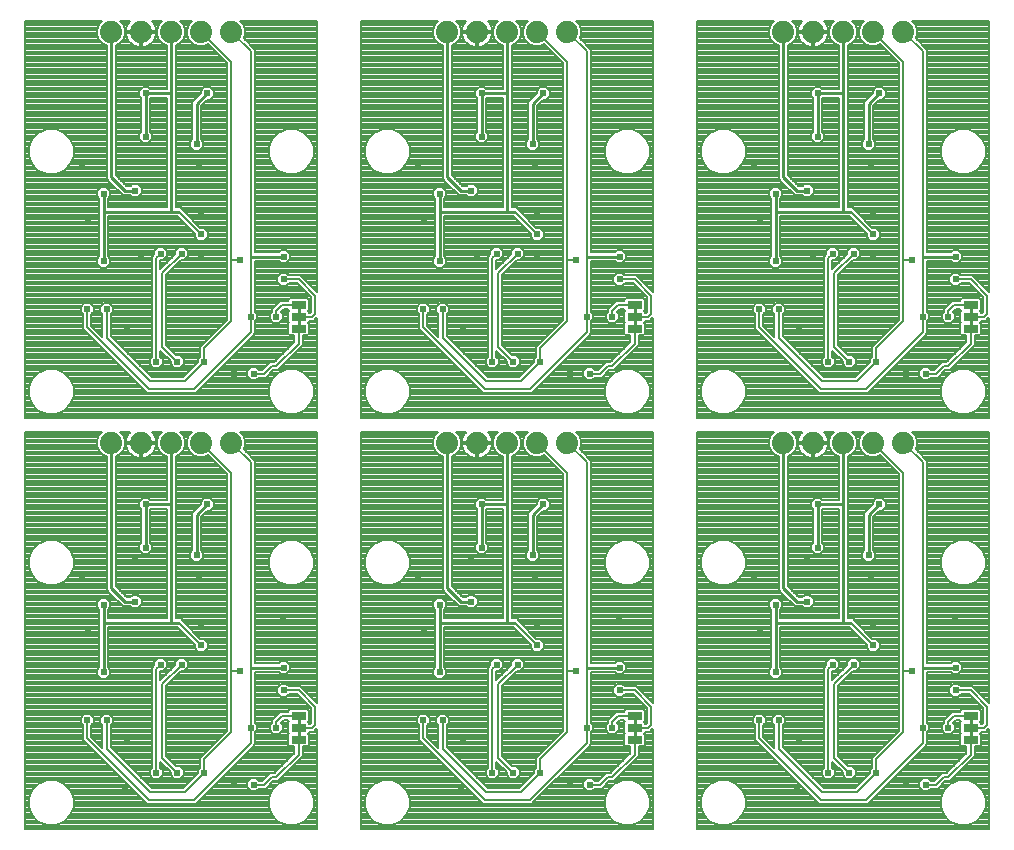
<source format=gbl>
G75*
%MOIN*%
%OFA0B0*%
%FSLAX25Y25*%
%IPPOS*%
%LPD*%
%AMOC8*
5,1,8,0,0,1.08239X$1,22.5*
%
%ADD10R,0.05000X0.02500*%
%ADD11C,0.01000*%
%ADD12C,0.07400*%
%ADD13C,0.02400*%
%ADD14C,0.00800*%
D10*
X0131250Y0059500D03*
X0131250Y0063500D03*
X0131250Y0067500D03*
X0243250Y0067500D03*
X0243250Y0063500D03*
X0243250Y0059500D03*
X0355250Y0059500D03*
X0355250Y0063500D03*
X0355250Y0067500D03*
X0355250Y0196500D03*
X0355250Y0200500D03*
X0355250Y0204500D03*
X0243250Y0204500D03*
X0243250Y0200500D03*
X0243250Y0196500D03*
X0131250Y0196500D03*
X0131250Y0200500D03*
X0131250Y0204500D03*
D11*
X0131250Y0200500D01*
X0131250Y0196500D01*
X0126250Y0220500D02*
X0115250Y0220500D01*
X0091250Y0235500D02*
X0088750Y0235500D01*
X0088750Y0275500D01*
X0088250Y0275000D01*
X0080250Y0275000D01*
X0080250Y0260500D01*
X0097250Y0258000D02*
X0097250Y0271500D01*
X0100750Y0275000D01*
X0088750Y0275500D02*
X0088750Y0295500D01*
X0068750Y0295500D02*
X0068750Y0247000D01*
X0073250Y0242500D01*
X0076750Y0242500D01*
X0066250Y0235500D02*
X0088750Y0235500D01*
X0066250Y0235500D02*
X0066250Y0219000D01*
X0066250Y0235500D02*
X0066250Y0241500D01*
X0178250Y0241500D02*
X0178250Y0235500D01*
X0178250Y0219000D01*
X0178250Y0235500D02*
X0200750Y0235500D01*
X0200750Y0275500D01*
X0200250Y0275000D01*
X0192250Y0275000D01*
X0192250Y0260500D01*
X0209250Y0258000D02*
X0209250Y0271500D01*
X0212750Y0275000D01*
X0200750Y0275500D02*
X0200750Y0295500D01*
X0180750Y0295500D02*
X0180750Y0247000D01*
X0185250Y0242500D01*
X0188750Y0242500D01*
X0200750Y0235500D02*
X0203250Y0235500D01*
X0227250Y0220500D02*
X0238250Y0220500D01*
X0243250Y0204500D02*
X0243250Y0200500D01*
X0243250Y0196500D01*
X0290250Y0219000D02*
X0290250Y0235500D01*
X0290250Y0241500D01*
X0290250Y0235500D02*
X0312750Y0235500D01*
X0312750Y0275500D01*
X0312250Y0275000D01*
X0304250Y0275000D01*
X0304250Y0260500D01*
X0321250Y0258000D02*
X0321250Y0271500D01*
X0324750Y0275000D01*
X0312750Y0275500D02*
X0312750Y0295500D01*
X0292750Y0295500D02*
X0292750Y0247000D01*
X0297250Y0242500D01*
X0300750Y0242500D01*
X0312750Y0235500D02*
X0315250Y0235500D01*
X0339250Y0220500D02*
X0350250Y0220500D01*
X0355250Y0204500D02*
X0355250Y0200500D01*
X0355250Y0196500D01*
X0312750Y0158500D02*
X0312750Y0138500D01*
X0312250Y0138000D01*
X0304250Y0138000D01*
X0304250Y0123500D01*
X0321250Y0121000D02*
X0321250Y0134500D01*
X0324750Y0138000D01*
X0312750Y0138500D02*
X0312750Y0098500D01*
X0290250Y0098500D01*
X0290250Y0104500D01*
X0290250Y0098500D02*
X0290250Y0082000D01*
X0312750Y0098500D02*
X0315250Y0098500D01*
X0300750Y0105500D02*
X0297250Y0105500D01*
X0292750Y0110000D01*
X0292750Y0158500D01*
X0212750Y0138000D02*
X0209250Y0134500D01*
X0209250Y0121000D01*
X0192250Y0123500D02*
X0192250Y0138000D01*
X0200250Y0138000D01*
X0200750Y0138500D01*
X0200750Y0098500D01*
X0178250Y0098500D01*
X0178250Y0104500D01*
X0180750Y0110000D02*
X0185250Y0105500D01*
X0188750Y0105500D01*
X0180750Y0110000D02*
X0180750Y0158500D01*
X0200750Y0158500D02*
X0200750Y0138500D01*
X0200750Y0098500D02*
X0203250Y0098500D01*
X0178250Y0098500D02*
X0178250Y0082000D01*
X0227250Y0083500D02*
X0238250Y0083500D01*
X0243250Y0067500D02*
X0243250Y0063500D01*
X0243250Y0059500D01*
X0339250Y0083500D02*
X0350250Y0083500D01*
X0355250Y0067500D02*
X0355250Y0063500D01*
X0355250Y0059500D01*
X0131250Y0059500D02*
X0131250Y0063500D01*
X0131250Y0067500D01*
X0126250Y0083500D02*
X0115250Y0083500D01*
X0091250Y0098500D02*
X0088750Y0098500D01*
X0088750Y0138500D01*
X0088250Y0138000D01*
X0080250Y0138000D01*
X0080250Y0123500D01*
X0097250Y0121000D02*
X0097250Y0134500D01*
X0100750Y0138000D01*
X0088750Y0138500D02*
X0088750Y0158500D01*
X0068750Y0158500D02*
X0068750Y0110000D01*
X0073250Y0105500D01*
X0076750Y0105500D01*
X0066250Y0104500D02*
X0066250Y0098500D01*
X0066250Y0082000D01*
X0066250Y0098500D02*
X0088750Y0098500D01*
D12*
X0088750Y0158500D03*
X0078750Y0158500D03*
X0068750Y0158500D03*
X0098750Y0158500D03*
X0108750Y0158500D03*
X0180750Y0158500D03*
X0190750Y0158500D03*
X0200750Y0158500D03*
X0210750Y0158500D03*
X0220750Y0158500D03*
X0292750Y0158500D03*
X0302750Y0158500D03*
X0312750Y0158500D03*
X0322750Y0158500D03*
X0332750Y0158500D03*
X0332750Y0295500D03*
X0322750Y0295500D03*
X0312750Y0295500D03*
X0302750Y0295500D03*
X0292750Y0295500D03*
X0220750Y0295500D03*
X0210750Y0295500D03*
X0200750Y0295500D03*
X0190750Y0295500D03*
X0180750Y0295500D03*
X0108750Y0295500D03*
X0098750Y0295500D03*
X0088750Y0295500D03*
X0078750Y0295500D03*
X0068750Y0295500D03*
D13*
X0080250Y0275000D03*
X0080250Y0260500D03*
X0076616Y0256004D03*
X0076750Y0242500D03*
X0066250Y0241500D03*
X0061116Y0232004D03*
X0066250Y0219000D03*
X0078616Y0221504D03*
X0085250Y0221500D03*
X0092250Y0221500D03*
X0098750Y0221500D03*
X0098750Y0228000D03*
X0098750Y0235500D03*
X0098116Y0251004D03*
X0097250Y0258000D03*
X0100750Y0275000D03*
X0058935Y0250677D03*
X0111750Y0219500D03*
X0126250Y0220500D03*
X0126250Y0213000D03*
X0123750Y0200500D03*
X0115250Y0200500D03*
X0099750Y0185500D03*
X0090750Y0185500D03*
X0083750Y0185500D03*
X0073396Y0179280D03*
X0074183Y0196996D03*
X0067250Y0203000D03*
X0060750Y0203000D03*
X0109616Y0181248D03*
X0116250Y0181500D03*
X0172750Y0203000D03*
X0179250Y0203000D03*
X0186183Y0196996D03*
X0195750Y0185500D03*
X0202750Y0185500D03*
X0211750Y0185500D03*
X0221616Y0181248D03*
X0228250Y0181500D03*
X0227250Y0200500D03*
X0235750Y0200500D03*
X0238250Y0213000D03*
X0238250Y0220500D03*
X0223750Y0219500D03*
X0210750Y0221500D03*
X0210750Y0228000D03*
X0210750Y0235500D03*
X0204250Y0221500D03*
X0197250Y0221500D03*
X0190616Y0221504D03*
X0178250Y0219000D03*
X0173116Y0232004D03*
X0178250Y0241500D03*
X0188750Y0242500D03*
X0188616Y0256004D03*
X0192250Y0260500D03*
X0209250Y0258000D03*
X0210116Y0251004D03*
X0238116Y0236004D03*
X0282935Y0250677D03*
X0290250Y0241500D03*
X0300750Y0242500D03*
X0300616Y0256004D03*
X0304250Y0260500D03*
X0304250Y0275000D03*
X0324750Y0275000D03*
X0321250Y0258000D03*
X0322116Y0251004D03*
X0322750Y0235500D03*
X0322750Y0228000D03*
X0322750Y0221500D03*
X0316250Y0221500D03*
X0309250Y0221500D03*
X0302616Y0221504D03*
X0290250Y0219000D03*
X0285116Y0232004D03*
X0284750Y0203000D03*
X0291250Y0203000D03*
X0298183Y0196996D03*
X0307750Y0185500D03*
X0314750Y0185500D03*
X0323750Y0185500D03*
X0333616Y0181248D03*
X0340250Y0181500D03*
X0339250Y0200500D03*
X0347750Y0200500D03*
X0350250Y0213000D03*
X0350250Y0220500D03*
X0335750Y0219500D03*
X0350116Y0236004D03*
X0297396Y0179280D03*
X0304250Y0138000D03*
X0304250Y0123500D03*
X0300616Y0119004D03*
X0300750Y0105500D03*
X0290250Y0104500D03*
X0285116Y0095004D03*
X0290250Y0082000D03*
X0302616Y0084504D03*
X0309250Y0084500D03*
X0316250Y0084500D03*
X0322750Y0084500D03*
X0322750Y0091000D03*
X0322750Y0098500D03*
X0335750Y0082500D03*
X0350250Y0083500D03*
X0350250Y0076000D03*
X0347750Y0063500D03*
X0339250Y0063500D03*
X0323750Y0048500D03*
X0314750Y0048500D03*
X0307750Y0048500D03*
X0297396Y0042280D03*
X0298183Y0059996D03*
X0291250Y0066000D03*
X0284750Y0066000D03*
X0238250Y0076000D03*
X0238250Y0083500D03*
X0223750Y0082500D03*
X0210750Y0084500D03*
X0210750Y0091000D03*
X0210750Y0098500D03*
X0204250Y0084500D03*
X0197250Y0084500D03*
X0190616Y0084504D03*
X0178250Y0082000D03*
X0173116Y0095004D03*
X0178250Y0104500D03*
X0188750Y0105500D03*
X0188616Y0119004D03*
X0192250Y0123500D03*
X0209250Y0121000D03*
X0210116Y0114004D03*
X0238116Y0099004D03*
X0282935Y0113677D03*
X0321250Y0121000D03*
X0322116Y0114004D03*
X0350116Y0099004D03*
X0324750Y0138000D03*
X0235750Y0063500D03*
X0227250Y0063500D03*
X0211750Y0048500D03*
X0202750Y0048500D03*
X0195750Y0048500D03*
X0185396Y0042280D03*
X0186183Y0059996D03*
X0179250Y0066000D03*
X0172750Y0066000D03*
X0126250Y0076000D03*
X0126250Y0083500D03*
X0111750Y0082500D03*
X0098750Y0084500D03*
X0092250Y0084500D03*
X0085250Y0084500D03*
X0078616Y0084504D03*
X0066250Y0082000D03*
X0061116Y0095004D03*
X0066250Y0104500D03*
X0076750Y0105500D03*
X0076616Y0119004D03*
X0080250Y0123500D03*
X0080250Y0138000D03*
X0100750Y0138000D03*
X0097250Y0121000D03*
X0098116Y0114004D03*
X0098750Y0098500D03*
X0098750Y0091000D03*
X0126116Y0099004D03*
X0170935Y0113677D03*
X0192250Y0138000D03*
X0212750Y0138000D03*
X0185396Y0179280D03*
X0126116Y0236004D03*
X0170935Y0250677D03*
X0192250Y0275000D03*
X0212750Y0275000D03*
X0058935Y0113677D03*
X0060750Y0066000D03*
X0067250Y0066000D03*
X0074183Y0059996D03*
X0083750Y0048500D03*
X0090750Y0048500D03*
X0099750Y0048500D03*
X0109616Y0044248D03*
X0116250Y0044500D03*
X0115250Y0063500D03*
X0123750Y0063500D03*
X0073396Y0042280D03*
X0221616Y0044248D03*
X0228250Y0044500D03*
X0333616Y0044248D03*
X0340250Y0044500D03*
D14*
X0040150Y0029900D02*
X0040150Y0162100D01*
X0065703Y0162100D01*
X0064766Y0161162D01*
X0064050Y0159435D01*
X0064050Y0157565D01*
X0064766Y0155838D01*
X0066088Y0154516D01*
X0067250Y0154034D01*
X0067250Y0109379D01*
X0068129Y0108500D01*
X0072629Y0104000D01*
X0075139Y0104000D01*
X0075839Y0103300D01*
X0077661Y0103300D01*
X0078950Y0104589D01*
X0078950Y0106411D01*
X0077661Y0107700D01*
X0075839Y0107700D01*
X0075139Y0107000D01*
X0073871Y0107000D01*
X0070250Y0110621D01*
X0070250Y0154034D01*
X0071412Y0154516D01*
X0072734Y0155838D01*
X0073450Y0157565D01*
X0073450Y0159435D01*
X0072734Y0161162D01*
X0071797Y0162100D01*
X0075138Y0162100D01*
X0074860Y0161822D01*
X0074388Y0161173D01*
X0074024Y0160458D01*
X0073776Y0159694D01*
X0073650Y0158901D01*
X0073650Y0158900D01*
X0078350Y0158900D01*
X0078350Y0158100D01*
X0079150Y0158100D01*
X0079150Y0158900D01*
X0083850Y0158900D01*
X0083850Y0158901D01*
X0083724Y0159694D01*
X0083476Y0160458D01*
X0083112Y0161173D01*
X0082640Y0161822D01*
X0082362Y0162100D01*
X0085703Y0162100D01*
X0084766Y0161162D01*
X0084050Y0159435D01*
X0084050Y0157565D01*
X0084766Y0155838D01*
X0086088Y0154516D01*
X0087250Y0154034D01*
X0087250Y0139500D01*
X0081861Y0139500D01*
X0081161Y0140200D01*
X0079339Y0140200D01*
X0078050Y0138911D01*
X0078050Y0137089D01*
X0078750Y0136389D01*
X0078750Y0125111D01*
X0078050Y0124411D01*
X0078050Y0122589D01*
X0079339Y0121300D01*
X0081161Y0121300D01*
X0082450Y0122589D01*
X0082450Y0124411D01*
X0081750Y0125111D01*
X0081750Y0136389D01*
X0081861Y0136500D01*
X0087250Y0136500D01*
X0087250Y0100000D01*
X0067750Y0100000D01*
X0067750Y0102889D01*
X0068450Y0103589D01*
X0068450Y0105411D01*
X0067161Y0106700D01*
X0065339Y0106700D01*
X0064050Y0105411D01*
X0064050Y0103589D01*
X0064750Y0102889D01*
X0064750Y0083611D01*
X0064050Y0082911D01*
X0064050Y0081089D01*
X0065339Y0079800D01*
X0067161Y0079800D01*
X0068450Y0081089D01*
X0068450Y0082911D01*
X0067750Y0083611D01*
X0067750Y0097000D01*
X0090770Y0097000D01*
X0096550Y0091220D01*
X0096550Y0090089D01*
X0097839Y0088800D01*
X0099661Y0088800D01*
X0100950Y0090089D01*
X0100950Y0091911D01*
X0099661Y0093200D01*
X0098530Y0093200D01*
X0092750Y0098980D01*
X0092750Y0099121D01*
X0091871Y0100000D01*
X0090250Y0100000D01*
X0090250Y0154034D01*
X0091412Y0154516D01*
X0092734Y0155838D01*
X0093450Y0157565D01*
X0093450Y0159435D01*
X0092734Y0161162D01*
X0091797Y0162100D01*
X0095703Y0162100D01*
X0094766Y0161162D01*
X0094050Y0159435D01*
X0094050Y0157565D01*
X0094766Y0155838D01*
X0096088Y0154516D01*
X0097815Y0153800D01*
X0099685Y0153800D01*
X0100947Y0154323D01*
X0107350Y0147920D01*
X0107350Y0062580D01*
X0098350Y0053580D01*
X0098350Y0050211D01*
X0097550Y0049411D01*
X0097550Y0048280D01*
X0092670Y0043400D01*
X0082330Y0043400D01*
X0068650Y0057080D01*
X0068650Y0064289D01*
X0069450Y0065089D01*
X0069450Y0066911D01*
X0068161Y0068200D01*
X0066339Y0068200D01*
X0065050Y0066911D01*
X0065050Y0065089D01*
X0065850Y0064289D01*
X0065850Y0056880D01*
X0062150Y0060580D01*
X0062150Y0064289D01*
X0062950Y0065089D01*
X0062950Y0066911D01*
X0061661Y0068200D01*
X0059839Y0068200D01*
X0058550Y0066911D01*
X0058550Y0065089D01*
X0059350Y0064289D01*
X0059350Y0059420D01*
X0079850Y0038920D01*
X0080670Y0038100D01*
X0096983Y0038100D01*
X0115983Y0057100D01*
X0116804Y0057920D01*
X0116804Y0061942D01*
X0117450Y0062589D01*
X0117450Y0064411D01*
X0116650Y0065211D01*
X0116650Y0082000D01*
X0124639Y0082000D01*
X0125339Y0081300D01*
X0127161Y0081300D01*
X0128450Y0082589D01*
X0128450Y0084411D01*
X0127161Y0085700D01*
X0125339Y0085700D01*
X0124639Y0085000D01*
X0116650Y0085000D01*
X0116650Y0152580D01*
X0112927Y0156303D01*
X0113450Y0157565D01*
X0113450Y0159435D01*
X0112734Y0161162D01*
X0111797Y0162100D01*
X0137350Y0162100D01*
X0137350Y0071880D01*
X0137330Y0071900D01*
X0131830Y0077400D01*
X0127961Y0077400D01*
X0127161Y0078200D01*
X0125339Y0078200D01*
X0124050Y0076911D01*
X0124050Y0075089D01*
X0125339Y0073800D01*
X0127161Y0073800D01*
X0127961Y0074600D01*
X0130670Y0074600D01*
X0135350Y0069920D01*
X0135350Y0065080D01*
X0135170Y0064900D01*
X0134750Y0064900D01*
X0134750Y0065164D01*
X0134414Y0065500D01*
X0134750Y0065836D01*
X0134750Y0069164D01*
X0134164Y0069750D01*
X0128336Y0069750D01*
X0127750Y0069164D01*
X0127750Y0068900D01*
X0125170Y0068900D01*
X0124350Y0068080D01*
X0124350Y0068080D01*
X0123170Y0066900D01*
X0122350Y0066080D01*
X0122350Y0065211D01*
X0121550Y0064411D01*
X0121550Y0062589D01*
X0122839Y0061300D01*
X0124661Y0061300D01*
X0125950Y0062589D01*
X0125950Y0064411D01*
X0125296Y0065066D01*
X0126330Y0066100D01*
X0127750Y0066100D01*
X0127750Y0065836D01*
X0128086Y0065500D01*
X0127750Y0065164D01*
X0127750Y0061836D01*
X0128086Y0061500D01*
X0127750Y0061164D01*
X0127750Y0057836D01*
X0128336Y0057250D01*
X0129850Y0057250D01*
X0129850Y0055080D01*
X0123170Y0048400D01*
X0121670Y0048400D01*
X0120850Y0047580D01*
X0119170Y0045900D01*
X0117961Y0045900D01*
X0117161Y0046700D01*
X0115339Y0046700D01*
X0114050Y0045411D01*
X0114050Y0043589D01*
X0115339Y0042300D01*
X0117161Y0042300D01*
X0117961Y0043100D01*
X0120330Y0043100D01*
X0122830Y0045600D01*
X0124330Y0045600D01*
X0132650Y0053920D01*
X0132650Y0057250D01*
X0134164Y0057250D01*
X0134750Y0057836D01*
X0134750Y0061164D01*
X0134414Y0061500D01*
X0134750Y0061836D01*
X0134750Y0062100D01*
X0136330Y0062100D01*
X0137150Y0062920D01*
X0137350Y0063120D01*
X0137350Y0029900D01*
X0040150Y0029900D01*
X0040150Y0030097D02*
X0137350Y0030097D01*
X0137350Y0030896D02*
X0040150Y0030896D01*
X0040150Y0031694D02*
X0045583Y0031694D01*
X0044502Y0032142D02*
X0047258Y0031000D01*
X0050242Y0031000D01*
X0052998Y0032142D01*
X0055108Y0034252D01*
X0056250Y0037008D01*
X0056250Y0039992D01*
X0055108Y0042748D01*
X0052998Y0044858D01*
X0050242Y0046000D01*
X0047258Y0046000D01*
X0044502Y0044858D01*
X0042392Y0042748D01*
X0041250Y0039992D01*
X0041250Y0037008D01*
X0042392Y0034252D01*
X0044502Y0032142D01*
X0044151Y0032493D02*
X0040150Y0032493D01*
X0040150Y0033291D02*
X0043352Y0033291D01*
X0042554Y0034090D02*
X0040150Y0034090D01*
X0040150Y0034888D02*
X0042128Y0034888D01*
X0041797Y0035687D02*
X0040150Y0035687D01*
X0040150Y0036485D02*
X0041467Y0036485D01*
X0041250Y0037284D02*
X0040150Y0037284D01*
X0040150Y0038082D02*
X0041250Y0038082D01*
X0041250Y0038881D02*
X0040150Y0038881D01*
X0040150Y0039679D02*
X0041250Y0039679D01*
X0041451Y0040478D02*
X0040150Y0040478D01*
X0040150Y0041276D02*
X0041782Y0041276D01*
X0042113Y0042075D02*
X0040150Y0042075D01*
X0040150Y0042873D02*
X0042517Y0042873D01*
X0043315Y0043672D02*
X0040150Y0043672D01*
X0040150Y0044470D02*
X0044114Y0044470D01*
X0045493Y0045269D02*
X0040150Y0045269D01*
X0040150Y0046067D02*
X0072703Y0046067D01*
X0073501Y0045269D02*
X0052007Y0045269D01*
X0053386Y0044470D02*
X0074300Y0044470D01*
X0075098Y0043672D02*
X0054185Y0043672D01*
X0054983Y0042873D02*
X0075897Y0042873D01*
X0076695Y0042075D02*
X0055387Y0042075D01*
X0055718Y0041276D02*
X0077494Y0041276D01*
X0078292Y0040478D02*
X0056049Y0040478D01*
X0056250Y0039679D02*
X0079091Y0039679D01*
X0079889Y0038881D02*
X0056250Y0038881D01*
X0056250Y0038082D02*
X0121250Y0038082D01*
X0121250Y0037284D02*
X0056250Y0037284D01*
X0056033Y0036485D02*
X0121467Y0036485D01*
X0121250Y0037008D02*
X0122392Y0034252D01*
X0124502Y0032142D01*
X0127258Y0031000D01*
X0130242Y0031000D01*
X0132998Y0032142D01*
X0135108Y0034252D01*
X0136250Y0037008D01*
X0136250Y0039992D01*
X0135108Y0042748D01*
X0132998Y0044858D01*
X0130242Y0046000D01*
X0127258Y0046000D01*
X0124502Y0044858D01*
X0122392Y0042748D01*
X0121250Y0039992D01*
X0121250Y0037008D01*
X0121797Y0035687D02*
X0055703Y0035687D01*
X0055372Y0034888D02*
X0122128Y0034888D01*
X0122554Y0034090D02*
X0054946Y0034090D01*
X0054148Y0033291D02*
X0123352Y0033291D01*
X0124151Y0032493D02*
X0053349Y0032493D01*
X0051917Y0031694D02*
X0125583Y0031694D01*
X0131917Y0031694D02*
X0137350Y0031694D01*
X0137350Y0032493D02*
X0133349Y0032493D01*
X0134148Y0033291D02*
X0137350Y0033291D01*
X0137350Y0034090D02*
X0134946Y0034090D01*
X0135372Y0034888D02*
X0137350Y0034888D01*
X0137350Y0035687D02*
X0135703Y0035687D01*
X0136033Y0036485D02*
X0137350Y0036485D01*
X0137350Y0037284D02*
X0136250Y0037284D01*
X0136250Y0038082D02*
X0137350Y0038082D01*
X0137350Y0038881D02*
X0136250Y0038881D01*
X0136250Y0039679D02*
X0137350Y0039679D01*
X0137350Y0040478D02*
X0136049Y0040478D01*
X0135718Y0041276D02*
X0137350Y0041276D01*
X0137350Y0042075D02*
X0135387Y0042075D01*
X0134983Y0042873D02*
X0137350Y0042873D01*
X0137350Y0043672D02*
X0134185Y0043672D01*
X0133386Y0044470D02*
X0137350Y0044470D01*
X0137350Y0045269D02*
X0132007Y0045269D01*
X0137350Y0046067D02*
X0124797Y0046067D01*
X0125493Y0045269D02*
X0122499Y0045269D01*
X0121700Y0044470D02*
X0124114Y0044470D01*
X0123315Y0043672D02*
X0120902Y0043672D01*
X0119750Y0044500D02*
X0122250Y0047000D01*
X0123750Y0047000D01*
X0131250Y0054500D01*
X0131250Y0059500D01*
X0132650Y0057246D02*
X0137350Y0057246D01*
X0137350Y0056448D02*
X0132650Y0056448D01*
X0132650Y0055649D02*
X0137350Y0055649D01*
X0137350Y0054851D02*
X0132650Y0054851D01*
X0132650Y0054052D02*
X0137350Y0054052D01*
X0137350Y0053254D02*
X0131984Y0053254D01*
X0131185Y0052455D02*
X0137350Y0052455D01*
X0137350Y0051657D02*
X0130387Y0051657D01*
X0129588Y0050858D02*
X0137350Y0050858D01*
X0137350Y0050060D02*
X0128790Y0050060D01*
X0127991Y0049261D02*
X0137350Y0049261D01*
X0137350Y0048463D02*
X0127193Y0048463D01*
X0126394Y0047664D02*
X0137350Y0047664D01*
X0137350Y0046866D02*
X0125596Y0046866D01*
X0123233Y0048463D02*
X0107346Y0048463D01*
X0108145Y0049261D02*
X0124031Y0049261D01*
X0124830Y0050060D02*
X0108943Y0050060D01*
X0109742Y0050858D02*
X0125628Y0050858D01*
X0126427Y0051657D02*
X0110540Y0051657D01*
X0111339Y0052455D02*
X0127225Y0052455D01*
X0128024Y0053254D02*
X0112137Y0053254D01*
X0112936Y0054052D02*
X0128822Y0054052D01*
X0129621Y0054851D02*
X0113734Y0054851D01*
X0114533Y0055649D02*
X0129850Y0055649D01*
X0129850Y0056448D02*
X0115331Y0056448D01*
X0116130Y0057246D02*
X0129850Y0057246D01*
X0127750Y0058045D02*
X0116804Y0058045D01*
X0116804Y0058843D02*
X0127750Y0058843D01*
X0127750Y0059642D02*
X0116804Y0059642D01*
X0116804Y0060440D02*
X0127750Y0060440D01*
X0127825Y0061239D02*
X0116804Y0061239D01*
X0116899Y0062037D02*
X0122101Y0062037D01*
X0121550Y0062836D02*
X0117450Y0062836D01*
X0117450Y0063634D02*
X0121550Y0063634D01*
X0121572Y0064433D02*
X0117428Y0064433D01*
X0116650Y0065232D02*
X0122350Y0065232D01*
X0122350Y0066030D02*
X0116650Y0066030D01*
X0116650Y0066829D02*
X0123099Y0066829D01*
X0123170Y0066900D02*
X0123170Y0066900D01*
X0123897Y0067627D02*
X0116650Y0067627D01*
X0116650Y0068426D02*
X0124696Y0068426D01*
X0125750Y0067500D02*
X0131250Y0067500D01*
X0134750Y0067627D02*
X0135350Y0067627D01*
X0135350Y0066829D02*
X0134750Y0066829D01*
X0134750Y0066030D02*
X0135350Y0066030D01*
X0135350Y0065232D02*
X0134683Y0065232D01*
X0135750Y0063500D02*
X0131250Y0063500D01*
X0127750Y0063634D02*
X0125950Y0063634D01*
X0125950Y0062836D02*
X0127750Y0062836D01*
X0127750Y0062037D02*
X0125399Y0062037D01*
X0123750Y0063500D02*
X0123750Y0065500D01*
X0125750Y0067500D01*
X0126260Y0066030D02*
X0127750Y0066030D01*
X0127817Y0065232D02*
X0125461Y0065232D01*
X0125928Y0064433D02*
X0127750Y0064433D01*
X0127810Y0069224D02*
X0116650Y0069224D01*
X0116650Y0070023D02*
X0135248Y0070023D01*
X0135350Y0069224D02*
X0134690Y0069224D01*
X0134750Y0068426D02*
X0135350Y0068426D01*
X0136750Y0070500D02*
X0136750Y0064500D01*
X0135750Y0063500D01*
X0137066Y0062836D02*
X0137350Y0062836D01*
X0137350Y0062037D02*
X0134750Y0062037D01*
X0134675Y0061239D02*
X0137350Y0061239D01*
X0137350Y0060440D02*
X0134750Y0060440D01*
X0134750Y0059642D02*
X0137350Y0059642D01*
X0137350Y0058843D02*
X0134750Y0058843D01*
X0134750Y0058045D02*
X0137350Y0058045D01*
X0152150Y0058045D02*
X0172725Y0058045D01*
X0171927Y0058843D02*
X0152150Y0058843D01*
X0152150Y0059642D02*
X0171350Y0059642D01*
X0171350Y0059420D02*
X0191850Y0038920D01*
X0192670Y0038100D01*
X0208983Y0038100D01*
X0209804Y0038920D01*
X0227983Y0057100D01*
X0227983Y0057100D01*
X0228804Y0057920D01*
X0228804Y0061942D01*
X0229450Y0062589D01*
X0229450Y0064411D01*
X0228650Y0065211D01*
X0228650Y0082000D01*
X0236639Y0082000D01*
X0237339Y0081300D01*
X0239161Y0081300D01*
X0240450Y0082589D01*
X0240450Y0084411D01*
X0239161Y0085700D01*
X0237339Y0085700D01*
X0236639Y0085000D01*
X0228650Y0085000D01*
X0228650Y0152580D01*
X0224927Y0156303D01*
X0225450Y0157565D01*
X0225450Y0159435D01*
X0224734Y0161162D01*
X0223797Y0162100D01*
X0249350Y0162100D01*
X0249350Y0071880D01*
X0249330Y0071900D01*
X0243830Y0077400D01*
X0239961Y0077400D01*
X0239161Y0078200D01*
X0237339Y0078200D01*
X0236050Y0076911D01*
X0236050Y0075089D01*
X0237339Y0073800D01*
X0239161Y0073800D01*
X0239961Y0074600D01*
X0242670Y0074600D01*
X0247350Y0069920D01*
X0247350Y0065080D01*
X0247170Y0064900D01*
X0246750Y0064900D01*
X0246750Y0065164D01*
X0246414Y0065500D01*
X0246750Y0065836D01*
X0246750Y0069164D01*
X0246164Y0069750D01*
X0240336Y0069750D01*
X0239750Y0069164D01*
X0239750Y0068900D01*
X0237170Y0068900D01*
X0236350Y0068080D01*
X0234350Y0066080D01*
X0234350Y0065211D01*
X0233550Y0064411D01*
X0233550Y0062589D01*
X0234839Y0061300D01*
X0236661Y0061300D01*
X0237950Y0062589D01*
X0237950Y0064411D01*
X0237296Y0065066D01*
X0238330Y0066100D01*
X0239750Y0066100D01*
X0239750Y0065836D01*
X0240086Y0065500D01*
X0239750Y0065164D01*
X0239750Y0061836D01*
X0240086Y0061500D01*
X0239750Y0061164D01*
X0239750Y0057836D01*
X0240336Y0057250D01*
X0241850Y0057250D01*
X0241850Y0055080D01*
X0235170Y0048400D01*
X0233670Y0048400D01*
X0232850Y0047580D01*
X0231170Y0045900D01*
X0229961Y0045900D01*
X0229161Y0046700D01*
X0227339Y0046700D01*
X0226050Y0045411D01*
X0226050Y0043589D01*
X0227339Y0042300D01*
X0229161Y0042300D01*
X0229961Y0043100D01*
X0232330Y0043100D01*
X0234830Y0045600D01*
X0236330Y0045600D01*
X0244650Y0053920D01*
X0244650Y0057250D01*
X0246164Y0057250D01*
X0246750Y0057836D01*
X0246750Y0061164D01*
X0246414Y0061500D01*
X0246750Y0061836D01*
X0246750Y0062100D01*
X0248330Y0062100D01*
X0249150Y0062920D01*
X0249350Y0063120D01*
X0249350Y0029900D01*
X0152150Y0029900D01*
X0152150Y0162100D01*
X0177703Y0162100D01*
X0176766Y0161162D01*
X0176050Y0159435D01*
X0176050Y0157565D01*
X0176766Y0155838D01*
X0178088Y0154516D01*
X0179250Y0154034D01*
X0179250Y0109379D01*
X0180129Y0108500D01*
X0184629Y0104000D01*
X0187139Y0104000D01*
X0187839Y0103300D01*
X0189661Y0103300D01*
X0190950Y0104589D01*
X0190950Y0106411D01*
X0189661Y0107700D01*
X0187839Y0107700D01*
X0187139Y0107000D01*
X0185871Y0107000D01*
X0182250Y0110621D01*
X0182250Y0154034D01*
X0183412Y0154516D01*
X0184734Y0155838D01*
X0185450Y0157565D01*
X0185450Y0159435D01*
X0184734Y0161162D01*
X0183797Y0162100D01*
X0187138Y0162100D01*
X0186860Y0161822D01*
X0186388Y0161173D01*
X0186024Y0160458D01*
X0185776Y0159694D01*
X0185650Y0158901D01*
X0185650Y0158900D01*
X0190350Y0158900D01*
X0190350Y0158100D01*
X0191150Y0158100D01*
X0191150Y0158900D01*
X0195850Y0158900D01*
X0195850Y0158901D01*
X0195724Y0159694D01*
X0195476Y0160458D01*
X0195112Y0161173D01*
X0194640Y0161822D01*
X0194362Y0162100D01*
X0197703Y0162100D01*
X0196766Y0161162D01*
X0196050Y0159435D01*
X0196050Y0157565D01*
X0196766Y0155838D01*
X0198088Y0154516D01*
X0199250Y0154034D01*
X0199250Y0139500D01*
X0193861Y0139500D01*
X0193161Y0140200D01*
X0191339Y0140200D01*
X0190050Y0138911D01*
X0190050Y0137089D01*
X0190750Y0136389D01*
X0190750Y0125111D01*
X0190050Y0124411D01*
X0190050Y0122589D01*
X0191339Y0121300D01*
X0193161Y0121300D01*
X0194450Y0122589D01*
X0194450Y0124411D01*
X0193750Y0125111D01*
X0193750Y0136389D01*
X0193861Y0136500D01*
X0199250Y0136500D01*
X0199250Y0100000D01*
X0179750Y0100000D01*
X0179750Y0102889D01*
X0180450Y0103589D01*
X0180450Y0105411D01*
X0179161Y0106700D01*
X0177339Y0106700D01*
X0176050Y0105411D01*
X0176050Y0103589D01*
X0176750Y0102889D01*
X0176750Y0083611D01*
X0176050Y0082911D01*
X0176050Y0081089D01*
X0177339Y0079800D01*
X0179161Y0079800D01*
X0180450Y0081089D01*
X0180450Y0082911D01*
X0179750Y0083611D01*
X0179750Y0097000D01*
X0202770Y0097000D01*
X0208550Y0091220D01*
X0208550Y0090089D01*
X0209839Y0088800D01*
X0211661Y0088800D01*
X0212950Y0090089D01*
X0212950Y0091911D01*
X0211661Y0093200D01*
X0210530Y0093200D01*
X0204750Y0098980D01*
X0204750Y0099121D01*
X0203871Y0100000D01*
X0202250Y0100000D01*
X0202250Y0154034D01*
X0203412Y0154516D01*
X0204734Y0155838D01*
X0205450Y0157565D01*
X0205450Y0159435D01*
X0204734Y0161162D01*
X0203797Y0162100D01*
X0207703Y0162100D01*
X0206766Y0161162D01*
X0206050Y0159435D01*
X0206050Y0157565D01*
X0206766Y0155838D01*
X0208088Y0154516D01*
X0209815Y0153800D01*
X0211685Y0153800D01*
X0212947Y0154323D01*
X0219350Y0147920D01*
X0219350Y0062580D01*
X0210350Y0053580D01*
X0210350Y0050211D01*
X0209550Y0049411D01*
X0209550Y0048280D01*
X0204670Y0043400D01*
X0194330Y0043400D01*
X0180650Y0057080D01*
X0180650Y0064289D01*
X0181450Y0065089D01*
X0181450Y0066911D01*
X0180161Y0068200D01*
X0178339Y0068200D01*
X0177050Y0066911D01*
X0177050Y0065089D01*
X0177850Y0064289D01*
X0177850Y0056880D01*
X0174150Y0060580D01*
X0174150Y0064289D01*
X0174950Y0065089D01*
X0174950Y0066911D01*
X0173661Y0068200D01*
X0171839Y0068200D01*
X0170550Y0066911D01*
X0170550Y0065089D01*
X0171350Y0064289D01*
X0171350Y0059420D01*
X0171350Y0060440D02*
X0152150Y0060440D01*
X0152150Y0061239D02*
X0171350Y0061239D01*
X0171350Y0062037D02*
X0152150Y0062037D01*
X0152150Y0062836D02*
X0171350Y0062836D01*
X0171350Y0063634D02*
X0152150Y0063634D01*
X0152150Y0064433D02*
X0171206Y0064433D01*
X0170550Y0065232D02*
X0152150Y0065232D01*
X0152150Y0066030D02*
X0170550Y0066030D01*
X0170550Y0066829D02*
X0152150Y0066829D01*
X0152150Y0067627D02*
X0171266Y0067627D01*
X0172750Y0066000D02*
X0172750Y0060000D01*
X0193250Y0039500D01*
X0208404Y0039500D01*
X0227404Y0058500D01*
X0227404Y0063346D01*
X0227250Y0063500D01*
X0227250Y0083500D01*
X0227250Y0152000D01*
X0220750Y0158500D01*
X0224045Y0161851D02*
X0249350Y0161851D01*
X0249350Y0161053D02*
X0224780Y0161053D01*
X0225111Y0160254D02*
X0249350Y0160254D01*
X0249350Y0159456D02*
X0225441Y0159456D01*
X0225450Y0158657D02*
X0249350Y0158657D01*
X0249350Y0157859D02*
X0225450Y0157859D01*
X0225241Y0157060D02*
X0249350Y0157060D01*
X0249350Y0156262D02*
X0224968Y0156262D01*
X0225767Y0155463D02*
X0249350Y0155463D01*
X0249350Y0154665D02*
X0226565Y0154665D01*
X0227364Y0153866D02*
X0249350Y0153866D01*
X0249350Y0153068D02*
X0228162Y0153068D01*
X0228650Y0152269D02*
X0249350Y0152269D01*
X0249350Y0151471D02*
X0228650Y0151471D01*
X0228650Y0150672D02*
X0249350Y0150672D01*
X0249350Y0149874D02*
X0228650Y0149874D01*
X0228650Y0149075D02*
X0249350Y0149075D01*
X0249350Y0148277D02*
X0228650Y0148277D01*
X0228650Y0147478D02*
X0249350Y0147478D01*
X0249350Y0146680D02*
X0228650Y0146680D01*
X0228650Y0145881D02*
X0249350Y0145881D01*
X0249350Y0145083D02*
X0228650Y0145083D01*
X0228650Y0144284D02*
X0249350Y0144284D01*
X0249350Y0143486D02*
X0228650Y0143486D01*
X0228650Y0142687D02*
X0249350Y0142687D01*
X0249350Y0141889D02*
X0228650Y0141889D01*
X0228650Y0141090D02*
X0249350Y0141090D01*
X0249350Y0140292D02*
X0228650Y0140292D01*
X0228650Y0139493D02*
X0249350Y0139493D01*
X0249350Y0138695D02*
X0228650Y0138695D01*
X0228650Y0137896D02*
X0249350Y0137896D01*
X0249350Y0137098D02*
X0228650Y0137098D01*
X0228650Y0136299D02*
X0249350Y0136299D01*
X0249350Y0135501D02*
X0228650Y0135501D01*
X0228650Y0134702D02*
X0249350Y0134702D01*
X0249350Y0133903D02*
X0228650Y0133903D01*
X0228650Y0133105D02*
X0249350Y0133105D01*
X0249350Y0132306D02*
X0228650Y0132306D01*
X0228650Y0131508D02*
X0249350Y0131508D01*
X0249350Y0130709D02*
X0228650Y0130709D01*
X0228650Y0129911D02*
X0249350Y0129911D01*
X0249350Y0129112D02*
X0228650Y0129112D01*
X0228650Y0128314D02*
X0249350Y0128314D01*
X0249350Y0127515D02*
X0228650Y0127515D01*
X0228650Y0126717D02*
X0249350Y0126717D01*
X0249350Y0125918D02*
X0242439Y0125918D01*
X0242242Y0126000D02*
X0239258Y0126000D01*
X0236502Y0124858D01*
X0234392Y0122748D01*
X0233250Y0119992D01*
X0233250Y0117008D01*
X0234392Y0114252D01*
X0236502Y0112142D01*
X0239258Y0111000D01*
X0242242Y0111000D01*
X0244998Y0112142D01*
X0247108Y0114252D01*
X0248250Y0117008D01*
X0248250Y0119992D01*
X0247108Y0122748D01*
X0244998Y0124858D01*
X0242242Y0126000D01*
X0244367Y0125120D02*
X0249350Y0125120D01*
X0249350Y0124321D02*
X0245535Y0124321D01*
X0246334Y0123523D02*
X0249350Y0123523D01*
X0249350Y0122724D02*
X0247118Y0122724D01*
X0247449Y0121926D02*
X0249350Y0121926D01*
X0249350Y0121127D02*
X0247780Y0121127D01*
X0248110Y0120329D02*
X0249350Y0120329D01*
X0249350Y0119530D02*
X0248250Y0119530D01*
X0248250Y0118732D02*
X0249350Y0118732D01*
X0249350Y0117933D02*
X0248250Y0117933D01*
X0248250Y0117135D02*
X0249350Y0117135D01*
X0249350Y0116336D02*
X0247972Y0116336D01*
X0247641Y0115538D02*
X0249350Y0115538D01*
X0249350Y0114739D02*
X0247310Y0114739D01*
X0246797Y0113941D02*
X0249350Y0113941D01*
X0249350Y0113142D02*
X0245999Y0113142D01*
X0245200Y0112344D02*
X0249350Y0112344D01*
X0249350Y0111545D02*
X0243558Y0111545D01*
X0237942Y0111545D02*
X0228650Y0111545D01*
X0228650Y0110747D02*
X0249350Y0110747D01*
X0249350Y0109948D02*
X0228650Y0109948D01*
X0228650Y0109150D02*
X0249350Y0109150D01*
X0249350Y0108351D02*
X0228650Y0108351D01*
X0228650Y0107553D02*
X0249350Y0107553D01*
X0249350Y0106754D02*
X0228650Y0106754D01*
X0228650Y0105956D02*
X0249350Y0105956D01*
X0249350Y0105157D02*
X0228650Y0105157D01*
X0228650Y0104359D02*
X0249350Y0104359D01*
X0249350Y0103560D02*
X0228650Y0103560D01*
X0228650Y0102762D02*
X0249350Y0102762D01*
X0249350Y0101963D02*
X0228650Y0101963D01*
X0228650Y0101165D02*
X0249350Y0101165D01*
X0249350Y0100366D02*
X0228650Y0100366D01*
X0228650Y0099568D02*
X0249350Y0099568D01*
X0249350Y0098769D02*
X0228650Y0098769D01*
X0228650Y0097970D02*
X0249350Y0097970D01*
X0249350Y0097172D02*
X0228650Y0097172D01*
X0228650Y0096373D02*
X0249350Y0096373D01*
X0249350Y0095575D02*
X0228650Y0095575D01*
X0228650Y0094776D02*
X0249350Y0094776D01*
X0249350Y0093978D02*
X0228650Y0093978D01*
X0228650Y0093179D02*
X0249350Y0093179D01*
X0249350Y0092381D02*
X0228650Y0092381D01*
X0228650Y0091582D02*
X0249350Y0091582D01*
X0249350Y0090784D02*
X0228650Y0090784D01*
X0228650Y0089985D02*
X0249350Y0089985D01*
X0249350Y0089187D02*
X0228650Y0089187D01*
X0228650Y0088388D02*
X0249350Y0088388D01*
X0249350Y0087590D02*
X0228650Y0087590D01*
X0228650Y0086791D02*
X0249350Y0086791D01*
X0249350Y0085993D02*
X0228650Y0085993D01*
X0228650Y0085194D02*
X0236833Y0085194D01*
X0239667Y0085194D02*
X0249350Y0085194D01*
X0249350Y0084396D02*
X0240450Y0084396D01*
X0240450Y0083597D02*
X0249350Y0083597D01*
X0249350Y0082799D02*
X0240450Y0082799D01*
X0239862Y0082000D02*
X0249350Y0082000D01*
X0249350Y0081202D02*
X0228650Y0081202D01*
X0228650Y0080403D02*
X0249350Y0080403D01*
X0249350Y0079605D02*
X0228650Y0079605D01*
X0228650Y0078806D02*
X0249350Y0078806D01*
X0249350Y0078008D02*
X0239354Y0078008D01*
X0237146Y0078008D02*
X0228650Y0078008D01*
X0228650Y0077209D02*
X0236348Y0077209D01*
X0236050Y0076411D02*
X0228650Y0076411D01*
X0228650Y0075612D02*
X0236050Y0075612D01*
X0236325Y0074814D02*
X0228650Y0074814D01*
X0228650Y0074015D02*
X0237124Y0074015D01*
X0239376Y0074015D02*
X0243255Y0074015D01*
X0244053Y0073217D02*
X0228650Y0073217D01*
X0228650Y0072418D02*
X0244852Y0072418D01*
X0245650Y0071620D02*
X0228650Y0071620D01*
X0228650Y0070821D02*
X0246449Y0070821D01*
X0247248Y0070023D02*
X0228650Y0070023D01*
X0228650Y0069224D02*
X0239810Y0069224D01*
X0237750Y0067500D02*
X0243250Y0067500D01*
X0246750Y0067627D02*
X0247350Y0067627D01*
X0247350Y0066829D02*
X0246750Y0066829D01*
X0246750Y0066030D02*
X0247350Y0066030D01*
X0247350Y0065232D02*
X0246683Y0065232D01*
X0247750Y0063500D02*
X0243250Y0063500D01*
X0239750Y0063634D02*
X0237950Y0063634D01*
X0237950Y0062836D02*
X0239750Y0062836D01*
X0239750Y0062037D02*
X0237399Y0062037D01*
X0235750Y0063500D02*
X0235750Y0065500D01*
X0237750Y0067500D01*
X0236696Y0068426D02*
X0228650Y0068426D01*
X0228650Y0067627D02*
X0235897Y0067627D01*
X0235099Y0066829D02*
X0228650Y0066829D01*
X0228650Y0066030D02*
X0234350Y0066030D01*
X0234350Y0065232D02*
X0228650Y0065232D01*
X0229428Y0064433D02*
X0233572Y0064433D01*
X0233550Y0063634D02*
X0229450Y0063634D01*
X0229450Y0062836D02*
X0233550Y0062836D01*
X0234101Y0062037D02*
X0228899Y0062037D01*
X0228804Y0061239D02*
X0239825Y0061239D01*
X0239750Y0060440D02*
X0228804Y0060440D01*
X0228804Y0059642D02*
X0239750Y0059642D01*
X0239750Y0058843D02*
X0228804Y0058843D01*
X0228804Y0058045D02*
X0239750Y0058045D01*
X0241850Y0057246D02*
X0228130Y0057246D01*
X0227331Y0056448D02*
X0241850Y0056448D01*
X0241850Y0055649D02*
X0226533Y0055649D01*
X0225734Y0054851D02*
X0241621Y0054851D01*
X0240822Y0054052D02*
X0224936Y0054052D01*
X0224137Y0053254D02*
X0240024Y0053254D01*
X0239225Y0052455D02*
X0223339Y0052455D01*
X0222540Y0051657D02*
X0238427Y0051657D01*
X0237628Y0050858D02*
X0221742Y0050858D01*
X0220943Y0050060D02*
X0236830Y0050060D01*
X0236031Y0049261D02*
X0220145Y0049261D01*
X0219346Y0048463D02*
X0235233Y0048463D01*
X0235750Y0047000D02*
X0243250Y0054500D01*
X0243250Y0059500D01*
X0244650Y0057246D02*
X0249350Y0057246D01*
X0249350Y0056448D02*
X0244650Y0056448D01*
X0244650Y0055649D02*
X0249350Y0055649D01*
X0249350Y0054851D02*
X0244650Y0054851D01*
X0244650Y0054052D02*
X0249350Y0054052D01*
X0249350Y0053254D02*
X0243984Y0053254D01*
X0243185Y0052455D02*
X0249350Y0052455D01*
X0249350Y0051657D02*
X0242387Y0051657D01*
X0241588Y0050858D02*
X0249350Y0050858D01*
X0249350Y0050060D02*
X0240790Y0050060D01*
X0239991Y0049261D02*
X0249350Y0049261D01*
X0249350Y0048463D02*
X0239193Y0048463D01*
X0238394Y0047664D02*
X0249350Y0047664D01*
X0249350Y0046866D02*
X0237596Y0046866D01*
X0236797Y0046067D02*
X0249350Y0046067D01*
X0249350Y0045269D02*
X0244007Y0045269D01*
X0244998Y0044858D02*
X0242242Y0046000D01*
X0239258Y0046000D01*
X0236502Y0044858D01*
X0234392Y0042748D01*
X0233250Y0039992D01*
X0233250Y0037008D01*
X0234392Y0034252D01*
X0236502Y0032142D01*
X0239258Y0031000D01*
X0242242Y0031000D01*
X0244998Y0032142D01*
X0247108Y0034252D01*
X0248250Y0037008D01*
X0248250Y0039992D01*
X0247108Y0042748D01*
X0244998Y0044858D01*
X0245386Y0044470D02*
X0249350Y0044470D01*
X0249350Y0043672D02*
X0246185Y0043672D01*
X0246983Y0042873D02*
X0249350Y0042873D01*
X0249350Y0042075D02*
X0247387Y0042075D01*
X0247718Y0041276D02*
X0249350Y0041276D01*
X0249350Y0040478D02*
X0248049Y0040478D01*
X0248250Y0039679D02*
X0249350Y0039679D01*
X0249350Y0038881D02*
X0248250Y0038881D01*
X0248250Y0038082D02*
X0249350Y0038082D01*
X0249350Y0037284D02*
X0248250Y0037284D01*
X0248033Y0036485D02*
X0249350Y0036485D01*
X0249350Y0035687D02*
X0247703Y0035687D01*
X0247372Y0034888D02*
X0249350Y0034888D01*
X0249350Y0034090D02*
X0246946Y0034090D01*
X0246148Y0033291D02*
X0249350Y0033291D01*
X0249350Y0032493D02*
X0245349Y0032493D01*
X0243917Y0031694D02*
X0249350Y0031694D01*
X0249350Y0030896D02*
X0152150Y0030896D01*
X0152150Y0031694D02*
X0157583Y0031694D01*
X0156502Y0032142D02*
X0159258Y0031000D01*
X0162242Y0031000D01*
X0164998Y0032142D01*
X0167108Y0034252D01*
X0168250Y0037008D01*
X0168250Y0039992D01*
X0167108Y0042748D01*
X0164998Y0044858D01*
X0162242Y0046000D01*
X0159258Y0046000D01*
X0156502Y0044858D01*
X0154392Y0042748D01*
X0153250Y0039992D01*
X0153250Y0037008D01*
X0154392Y0034252D01*
X0156502Y0032142D01*
X0156151Y0032493D02*
X0152150Y0032493D01*
X0152150Y0033291D02*
X0155352Y0033291D01*
X0154554Y0034090D02*
X0152150Y0034090D01*
X0152150Y0034888D02*
X0154128Y0034888D01*
X0153797Y0035687D02*
X0152150Y0035687D01*
X0152150Y0036485D02*
X0153467Y0036485D01*
X0153250Y0037284D02*
X0152150Y0037284D01*
X0152150Y0038082D02*
X0153250Y0038082D01*
X0153250Y0038881D02*
X0152150Y0038881D01*
X0152150Y0039679D02*
X0153250Y0039679D01*
X0153451Y0040478D02*
X0152150Y0040478D01*
X0152150Y0041276D02*
X0153782Y0041276D01*
X0154113Y0042075D02*
X0152150Y0042075D01*
X0152150Y0042873D02*
X0154517Y0042873D01*
X0155315Y0043672D02*
X0152150Y0043672D01*
X0152150Y0044470D02*
X0156114Y0044470D01*
X0157493Y0045269D02*
X0152150Y0045269D01*
X0152150Y0046067D02*
X0184703Y0046067D01*
X0185501Y0045269D02*
X0164007Y0045269D01*
X0165386Y0044470D02*
X0186300Y0044470D01*
X0187098Y0043672D02*
X0166185Y0043672D01*
X0166983Y0042873D02*
X0187897Y0042873D01*
X0188695Y0042075D02*
X0167387Y0042075D01*
X0167718Y0041276D02*
X0189494Y0041276D01*
X0190292Y0040478D02*
X0168049Y0040478D01*
X0168250Y0039679D02*
X0191091Y0039679D01*
X0191889Y0038881D02*
X0168250Y0038881D01*
X0168250Y0038082D02*
X0233250Y0038082D01*
X0233250Y0037284D02*
X0168250Y0037284D01*
X0168033Y0036485D02*
X0233467Y0036485D01*
X0233797Y0035687D02*
X0167703Y0035687D01*
X0167372Y0034888D02*
X0234128Y0034888D01*
X0234554Y0034090D02*
X0166946Y0034090D01*
X0166148Y0033291D02*
X0235352Y0033291D01*
X0236151Y0032493D02*
X0165349Y0032493D01*
X0163917Y0031694D02*
X0237583Y0031694D01*
X0233250Y0038881D02*
X0209764Y0038881D01*
X0209804Y0038920D02*
X0209804Y0038920D01*
X0210563Y0039679D02*
X0233250Y0039679D01*
X0233451Y0040478D02*
X0211361Y0040478D01*
X0212160Y0041276D02*
X0233782Y0041276D01*
X0234113Y0042075D02*
X0212958Y0042075D01*
X0213757Y0042873D02*
X0226766Y0042873D01*
X0226050Y0043672D02*
X0214555Y0043672D01*
X0215354Y0044470D02*
X0226050Y0044470D01*
X0226050Y0045269D02*
X0216152Y0045269D01*
X0216951Y0046067D02*
X0226706Y0046067D01*
X0228250Y0044500D02*
X0231750Y0044500D01*
X0234250Y0047000D01*
X0235750Y0047000D01*
X0234499Y0045269D02*
X0237493Y0045269D01*
X0236114Y0044470D02*
X0233700Y0044470D01*
X0232902Y0043672D02*
X0235315Y0043672D01*
X0234517Y0042873D02*
X0229734Y0042873D01*
X0229794Y0046067D02*
X0231337Y0046067D01*
X0232136Y0046866D02*
X0217749Y0046866D01*
X0218548Y0047664D02*
X0232934Y0047664D01*
X0246750Y0058045D02*
X0249350Y0058045D01*
X0249350Y0058843D02*
X0246750Y0058843D01*
X0246750Y0059642D02*
X0249350Y0059642D01*
X0249350Y0060440D02*
X0246750Y0060440D01*
X0246675Y0061239D02*
X0249350Y0061239D01*
X0249350Y0062037D02*
X0246750Y0062037D01*
X0247750Y0063500D02*
X0248750Y0064500D01*
X0248750Y0070500D01*
X0243250Y0076000D01*
X0238250Y0076000D01*
X0244021Y0077209D02*
X0249350Y0077209D01*
X0249350Y0076411D02*
X0244819Y0076411D01*
X0245618Y0075612D02*
X0249350Y0075612D01*
X0249350Y0074814D02*
X0246416Y0074814D01*
X0247215Y0074015D02*
X0249350Y0074015D01*
X0249350Y0073217D02*
X0248013Y0073217D01*
X0248812Y0072418D02*
X0249350Y0072418D01*
X0247350Y0069224D02*
X0246690Y0069224D01*
X0246750Y0068426D02*
X0247350Y0068426D01*
X0249066Y0062836D02*
X0249350Y0062836D01*
X0239750Y0064433D02*
X0237928Y0064433D01*
X0237461Y0065232D02*
X0239817Y0065232D01*
X0239750Y0066030D02*
X0238260Y0066030D01*
X0220750Y0062000D02*
X0220750Y0082500D01*
X0223750Y0082500D01*
X0220750Y0082500D02*
X0220750Y0148500D01*
X0210750Y0158500D01*
X0207455Y0161851D02*
X0204045Y0161851D01*
X0204780Y0161053D02*
X0206720Y0161053D01*
X0206389Y0160254D02*
X0205111Y0160254D01*
X0205441Y0159456D02*
X0206059Y0159456D01*
X0206050Y0158657D02*
X0205450Y0158657D01*
X0205450Y0157859D02*
X0206050Y0157859D01*
X0206259Y0157060D02*
X0205241Y0157060D01*
X0204910Y0156262D02*
X0206590Y0156262D01*
X0207140Y0155463D02*
X0204360Y0155463D01*
X0203562Y0154665D02*
X0207938Y0154665D01*
X0209655Y0153866D02*
X0202250Y0153866D01*
X0202250Y0153068D02*
X0214202Y0153068D01*
X0213404Y0153866D02*
X0211845Y0153866D01*
X0215001Y0152269D02*
X0202250Y0152269D01*
X0202250Y0151471D02*
X0215799Y0151471D01*
X0216598Y0150672D02*
X0202250Y0150672D01*
X0202250Y0149874D02*
X0217396Y0149874D01*
X0218195Y0149075D02*
X0202250Y0149075D01*
X0202250Y0148277D02*
X0218993Y0148277D01*
X0219350Y0147478D02*
X0202250Y0147478D01*
X0202250Y0146680D02*
X0219350Y0146680D01*
X0219350Y0145881D02*
X0202250Y0145881D01*
X0202250Y0145083D02*
X0219350Y0145083D01*
X0219350Y0144284D02*
X0202250Y0144284D01*
X0202250Y0143486D02*
X0219350Y0143486D01*
X0219350Y0142687D02*
X0202250Y0142687D01*
X0202250Y0141889D02*
X0219350Y0141889D01*
X0219350Y0141090D02*
X0202250Y0141090D01*
X0202250Y0140292D02*
X0219350Y0140292D01*
X0219350Y0139493D02*
X0214368Y0139493D01*
X0214950Y0138911D02*
X0213661Y0140200D01*
X0211839Y0140200D01*
X0210550Y0138911D01*
X0210550Y0137921D01*
X0207750Y0135121D01*
X0207750Y0122611D01*
X0207050Y0121911D01*
X0207050Y0120089D01*
X0208339Y0118800D01*
X0210161Y0118800D01*
X0211450Y0120089D01*
X0211450Y0121911D01*
X0210750Y0122611D01*
X0210750Y0133879D01*
X0212671Y0135800D01*
X0213661Y0135800D01*
X0214950Y0137089D01*
X0214950Y0138911D01*
X0214950Y0138695D02*
X0219350Y0138695D01*
X0219350Y0137896D02*
X0214950Y0137896D01*
X0214950Y0137098D02*
X0219350Y0137098D01*
X0219350Y0136299D02*
X0214160Y0136299D01*
X0212372Y0135501D02*
X0219350Y0135501D01*
X0219350Y0134702D02*
X0211573Y0134702D01*
X0210775Y0133903D02*
X0219350Y0133903D01*
X0219350Y0133105D02*
X0210750Y0133105D01*
X0210750Y0132306D02*
X0219350Y0132306D01*
X0219350Y0131508D02*
X0210750Y0131508D01*
X0210750Y0130709D02*
X0219350Y0130709D01*
X0219350Y0129911D02*
X0210750Y0129911D01*
X0210750Y0129112D02*
X0219350Y0129112D01*
X0219350Y0128314D02*
X0210750Y0128314D01*
X0210750Y0127515D02*
X0219350Y0127515D01*
X0219350Y0126717D02*
X0210750Y0126717D01*
X0210750Y0125918D02*
X0219350Y0125918D01*
X0219350Y0125120D02*
X0210750Y0125120D01*
X0210750Y0124321D02*
X0219350Y0124321D01*
X0219350Y0123523D02*
X0210750Y0123523D01*
X0210750Y0122724D02*
X0219350Y0122724D01*
X0219350Y0121926D02*
X0211435Y0121926D01*
X0211450Y0121127D02*
X0219350Y0121127D01*
X0219350Y0120329D02*
X0211450Y0120329D01*
X0210892Y0119530D02*
X0219350Y0119530D01*
X0219350Y0118732D02*
X0202250Y0118732D01*
X0202250Y0119530D02*
X0207608Y0119530D01*
X0207050Y0120329D02*
X0202250Y0120329D01*
X0202250Y0121127D02*
X0207050Y0121127D01*
X0207065Y0121926D02*
X0202250Y0121926D01*
X0202250Y0122724D02*
X0207750Y0122724D01*
X0207750Y0123523D02*
X0202250Y0123523D01*
X0202250Y0124321D02*
X0207750Y0124321D01*
X0207750Y0125120D02*
X0202250Y0125120D01*
X0202250Y0125918D02*
X0207750Y0125918D01*
X0207750Y0126717D02*
X0202250Y0126717D01*
X0202250Y0127515D02*
X0207750Y0127515D01*
X0207750Y0128314D02*
X0202250Y0128314D01*
X0202250Y0129112D02*
X0207750Y0129112D01*
X0207750Y0129911D02*
X0202250Y0129911D01*
X0202250Y0130709D02*
X0207750Y0130709D01*
X0207750Y0131508D02*
X0202250Y0131508D01*
X0202250Y0132306D02*
X0207750Y0132306D01*
X0207750Y0133105D02*
X0202250Y0133105D01*
X0202250Y0133903D02*
X0207750Y0133903D01*
X0207750Y0134702D02*
X0202250Y0134702D01*
X0202250Y0135501D02*
X0208129Y0135501D01*
X0208928Y0136299D02*
X0202250Y0136299D01*
X0202250Y0137098D02*
X0209726Y0137098D01*
X0210525Y0137896D02*
X0202250Y0137896D01*
X0202250Y0138695D02*
X0210550Y0138695D01*
X0211132Y0139493D02*
X0202250Y0139493D01*
X0199250Y0140292D02*
X0182250Y0140292D01*
X0182250Y0141090D02*
X0199250Y0141090D01*
X0199250Y0141889D02*
X0182250Y0141889D01*
X0182250Y0142687D02*
X0199250Y0142687D01*
X0199250Y0143486D02*
X0182250Y0143486D01*
X0182250Y0144284D02*
X0199250Y0144284D01*
X0199250Y0145083D02*
X0182250Y0145083D01*
X0182250Y0145881D02*
X0199250Y0145881D01*
X0199250Y0146680D02*
X0182250Y0146680D01*
X0182250Y0147478D02*
X0199250Y0147478D01*
X0199250Y0148277D02*
X0182250Y0148277D01*
X0182250Y0149075D02*
X0199250Y0149075D01*
X0199250Y0149874D02*
X0182250Y0149874D01*
X0182250Y0150672D02*
X0199250Y0150672D01*
X0199250Y0151471D02*
X0182250Y0151471D01*
X0182250Y0152269D02*
X0199250Y0152269D01*
X0199250Y0153068D02*
X0182250Y0153068D01*
X0182250Y0153866D02*
X0188610Y0153866D01*
X0188792Y0153774D02*
X0189556Y0153526D01*
X0190349Y0153400D01*
X0190350Y0153400D01*
X0190350Y0158100D01*
X0185650Y0158100D01*
X0185650Y0158099D01*
X0185776Y0157306D01*
X0186024Y0156542D01*
X0186388Y0155827D01*
X0186860Y0155178D01*
X0187428Y0154610D01*
X0188077Y0154138D01*
X0188792Y0153774D01*
X0190350Y0153866D02*
X0191150Y0153866D01*
X0191151Y0153400D02*
X0191944Y0153526D01*
X0192708Y0153774D01*
X0193423Y0154138D01*
X0194072Y0154610D01*
X0194640Y0155178D01*
X0195112Y0155827D01*
X0195476Y0156542D01*
X0195724Y0157306D01*
X0195850Y0158099D01*
X0195850Y0158100D01*
X0191150Y0158100D01*
X0191150Y0153400D01*
X0191151Y0153400D01*
X0191150Y0154665D02*
X0190350Y0154665D01*
X0190350Y0155463D02*
X0191150Y0155463D01*
X0191150Y0156262D02*
X0190350Y0156262D01*
X0190350Y0157060D02*
X0191150Y0157060D01*
X0191150Y0157859D02*
X0190350Y0157859D01*
X0190350Y0158657D02*
X0185450Y0158657D01*
X0185450Y0157859D02*
X0185688Y0157859D01*
X0185855Y0157060D02*
X0185241Y0157060D01*
X0184910Y0156262D02*
X0186167Y0156262D01*
X0186652Y0155463D02*
X0184360Y0155463D01*
X0183562Y0154665D02*
X0187373Y0154665D01*
X0185738Y0159456D02*
X0185441Y0159456D01*
X0185111Y0160254D02*
X0185958Y0160254D01*
X0186327Y0161053D02*
X0184780Y0161053D01*
X0184045Y0161851D02*
X0186889Y0161851D01*
X0191150Y0158657D02*
X0196050Y0158657D01*
X0196050Y0157859D02*
X0195812Y0157859D01*
X0195645Y0157060D02*
X0196259Y0157060D01*
X0196590Y0156262D02*
X0195333Y0156262D01*
X0194848Y0155463D02*
X0197140Y0155463D01*
X0197938Y0154665D02*
X0194127Y0154665D01*
X0192890Y0153866D02*
X0199250Y0153866D01*
X0196059Y0159456D02*
X0195762Y0159456D01*
X0195542Y0160254D02*
X0196389Y0160254D01*
X0196720Y0161053D02*
X0195173Y0161053D01*
X0194611Y0161851D02*
X0197455Y0161851D01*
X0192670Y0175100D02*
X0208983Y0175100D01*
X0227983Y0194100D01*
X0228804Y0194920D01*
X0228804Y0198942D01*
X0229450Y0199589D01*
X0229450Y0201411D01*
X0228650Y0202211D01*
X0228650Y0219000D01*
X0236639Y0219000D01*
X0237339Y0218300D01*
X0239161Y0218300D01*
X0240450Y0219589D01*
X0240450Y0221411D01*
X0239161Y0222700D01*
X0237339Y0222700D01*
X0236639Y0222000D01*
X0228650Y0222000D01*
X0228650Y0289580D01*
X0224927Y0293303D01*
X0225450Y0294565D01*
X0225450Y0296435D01*
X0224734Y0298162D01*
X0223797Y0299100D01*
X0249350Y0299100D01*
X0249350Y0208880D01*
X0249330Y0208900D01*
X0243830Y0214400D01*
X0239961Y0214400D01*
X0239161Y0215200D01*
X0237339Y0215200D01*
X0236050Y0213911D01*
X0236050Y0212089D01*
X0237339Y0210800D01*
X0239161Y0210800D01*
X0239961Y0211600D01*
X0242670Y0211600D01*
X0247350Y0206920D01*
X0247350Y0202080D01*
X0247170Y0201900D01*
X0246750Y0201900D01*
X0246750Y0202164D01*
X0246414Y0202500D01*
X0246750Y0202836D01*
X0246750Y0206164D01*
X0246164Y0206750D01*
X0240336Y0206750D01*
X0239750Y0206164D01*
X0239750Y0205900D01*
X0237170Y0205900D01*
X0236350Y0205080D01*
X0234350Y0203080D01*
X0234350Y0202211D01*
X0233550Y0201411D01*
X0233550Y0199589D01*
X0234839Y0198300D01*
X0236661Y0198300D01*
X0237950Y0199589D01*
X0237950Y0201411D01*
X0237296Y0202066D01*
X0238330Y0203100D01*
X0239750Y0203100D01*
X0239750Y0202836D01*
X0240086Y0202500D01*
X0239750Y0202164D01*
X0239750Y0198836D01*
X0240086Y0198500D01*
X0239750Y0198164D01*
X0239750Y0194836D01*
X0240336Y0194250D01*
X0241850Y0194250D01*
X0241850Y0192080D01*
X0235170Y0185400D01*
X0233670Y0185400D01*
X0232850Y0184580D01*
X0231170Y0182900D01*
X0229961Y0182900D01*
X0229161Y0183700D01*
X0227339Y0183700D01*
X0226050Y0182411D01*
X0226050Y0180589D01*
X0227339Y0179300D01*
X0229161Y0179300D01*
X0229961Y0180100D01*
X0232330Y0180100D01*
X0234830Y0182600D01*
X0236330Y0182600D01*
X0244650Y0190920D01*
X0244650Y0194250D01*
X0246164Y0194250D01*
X0246750Y0194836D01*
X0246750Y0198164D01*
X0246414Y0198500D01*
X0246750Y0198836D01*
X0246750Y0199100D01*
X0248330Y0199100D01*
X0249150Y0199920D01*
X0249350Y0200120D01*
X0249350Y0166900D01*
X0152150Y0166900D01*
X0152150Y0299100D01*
X0177703Y0299100D01*
X0176766Y0298162D01*
X0176050Y0296435D01*
X0176050Y0294565D01*
X0176766Y0292838D01*
X0178088Y0291516D01*
X0179250Y0291034D01*
X0179250Y0246379D01*
X0180129Y0245500D01*
X0184629Y0241000D01*
X0187139Y0241000D01*
X0187839Y0240300D01*
X0189661Y0240300D01*
X0190950Y0241589D01*
X0190950Y0243411D01*
X0189661Y0244700D01*
X0187839Y0244700D01*
X0187139Y0244000D01*
X0185871Y0244000D01*
X0182250Y0247621D01*
X0182250Y0291034D01*
X0183412Y0291516D01*
X0184734Y0292838D01*
X0185450Y0294565D01*
X0185450Y0296435D01*
X0184734Y0298162D01*
X0183797Y0299100D01*
X0187138Y0299100D01*
X0186860Y0298822D01*
X0186388Y0298173D01*
X0186024Y0297458D01*
X0185776Y0296694D01*
X0185650Y0295901D01*
X0185650Y0295900D01*
X0190350Y0295900D01*
X0190350Y0295100D01*
X0191150Y0295100D01*
X0191150Y0295900D01*
X0195850Y0295900D01*
X0195850Y0295901D01*
X0195724Y0296694D01*
X0195476Y0297458D01*
X0195112Y0298173D01*
X0194640Y0298822D01*
X0194362Y0299100D01*
X0197703Y0299100D01*
X0196766Y0298162D01*
X0196050Y0296435D01*
X0196050Y0294565D01*
X0196766Y0292838D01*
X0198088Y0291516D01*
X0199250Y0291034D01*
X0199250Y0276500D01*
X0193861Y0276500D01*
X0193161Y0277200D01*
X0191339Y0277200D01*
X0190050Y0275911D01*
X0190050Y0274089D01*
X0190750Y0273389D01*
X0190750Y0262111D01*
X0190050Y0261411D01*
X0190050Y0259589D01*
X0191339Y0258300D01*
X0193161Y0258300D01*
X0194450Y0259589D01*
X0194450Y0261411D01*
X0193750Y0262111D01*
X0193750Y0273389D01*
X0193861Y0273500D01*
X0199250Y0273500D01*
X0199250Y0237000D01*
X0179750Y0237000D01*
X0179750Y0239889D01*
X0180450Y0240589D01*
X0180450Y0242411D01*
X0179161Y0243700D01*
X0177339Y0243700D01*
X0176050Y0242411D01*
X0176050Y0240589D01*
X0176750Y0239889D01*
X0176750Y0220611D01*
X0176050Y0219911D01*
X0176050Y0218089D01*
X0177339Y0216800D01*
X0179161Y0216800D01*
X0180450Y0218089D01*
X0180450Y0219911D01*
X0179750Y0220611D01*
X0179750Y0234000D01*
X0202770Y0234000D01*
X0208550Y0228220D01*
X0208550Y0227089D01*
X0209839Y0225800D01*
X0211661Y0225800D01*
X0212950Y0227089D01*
X0212950Y0228911D01*
X0211661Y0230200D01*
X0210530Y0230200D01*
X0204750Y0235980D01*
X0204750Y0236121D01*
X0203871Y0237000D01*
X0202250Y0237000D01*
X0202250Y0291034D01*
X0203412Y0291516D01*
X0204734Y0292838D01*
X0205450Y0294565D01*
X0205450Y0296435D01*
X0204734Y0298162D01*
X0203797Y0299100D01*
X0207703Y0299100D01*
X0206766Y0298162D01*
X0206050Y0296435D01*
X0206050Y0294565D01*
X0206766Y0292838D01*
X0208088Y0291516D01*
X0209815Y0290800D01*
X0211685Y0290800D01*
X0212947Y0291323D01*
X0219350Y0284920D01*
X0219350Y0199580D01*
X0210350Y0190580D01*
X0210350Y0187211D01*
X0209550Y0186411D01*
X0209550Y0185280D01*
X0204670Y0180400D01*
X0194330Y0180400D01*
X0180650Y0194080D01*
X0180650Y0201289D01*
X0181450Y0202089D01*
X0181450Y0203911D01*
X0180161Y0205200D01*
X0178339Y0205200D01*
X0177050Y0203911D01*
X0177050Y0202089D01*
X0177850Y0201289D01*
X0177850Y0193880D01*
X0174150Y0197580D01*
X0174150Y0201289D01*
X0174950Y0202089D01*
X0174950Y0203911D01*
X0173661Y0205200D01*
X0171839Y0205200D01*
X0170550Y0203911D01*
X0170550Y0202089D01*
X0171350Y0201289D01*
X0171350Y0196420D01*
X0191850Y0175920D01*
X0192670Y0175100D01*
X0192344Y0175426D02*
X0168250Y0175426D01*
X0168250Y0174628D02*
X0233250Y0174628D01*
X0233250Y0174008D02*
X0233250Y0176992D01*
X0234392Y0179748D01*
X0236502Y0181858D01*
X0239258Y0183000D01*
X0242242Y0183000D01*
X0244998Y0181858D01*
X0247108Y0179748D01*
X0248250Y0176992D01*
X0248250Y0174008D01*
X0247108Y0171252D01*
X0244998Y0169142D01*
X0242242Y0168000D01*
X0239258Y0168000D01*
X0236502Y0169142D01*
X0234392Y0171252D01*
X0233250Y0174008D01*
X0233324Y0173829D02*
X0168176Y0173829D01*
X0168250Y0174008D02*
X0167108Y0171252D01*
X0164998Y0169142D01*
X0162242Y0168000D01*
X0159258Y0168000D01*
X0156502Y0169142D01*
X0154392Y0171252D01*
X0153250Y0174008D01*
X0153250Y0176992D01*
X0154392Y0179748D01*
X0156502Y0181858D01*
X0159258Y0183000D01*
X0162242Y0183000D01*
X0164998Y0181858D01*
X0167108Y0179748D01*
X0168250Y0176992D01*
X0168250Y0174008D01*
X0167845Y0173031D02*
X0233655Y0173031D01*
X0233986Y0172232D02*
X0167514Y0172232D01*
X0167184Y0171434D02*
X0234316Y0171434D01*
X0235008Y0170635D02*
X0166492Y0170635D01*
X0165693Y0169837D02*
X0235807Y0169837D01*
X0236752Y0169038D02*
X0164748Y0169038D01*
X0162820Y0168239D02*
X0238680Y0168239D01*
X0242820Y0168239D02*
X0249350Y0168239D01*
X0249350Y0167441D02*
X0152150Y0167441D01*
X0152150Y0168239D02*
X0158680Y0168239D01*
X0156752Y0169038D02*
X0152150Y0169038D01*
X0152150Y0169837D02*
X0155807Y0169837D01*
X0155008Y0170635D02*
X0152150Y0170635D01*
X0152150Y0171434D02*
X0154316Y0171434D01*
X0153986Y0172232D02*
X0152150Y0172232D01*
X0152150Y0173031D02*
X0153655Y0173031D01*
X0153324Y0173829D02*
X0152150Y0173829D01*
X0152150Y0174628D02*
X0153250Y0174628D01*
X0153250Y0175426D02*
X0152150Y0175426D01*
X0152150Y0176225D02*
X0153250Y0176225D01*
X0153263Y0177023D02*
X0152150Y0177023D01*
X0152150Y0177822D02*
X0153594Y0177822D01*
X0153924Y0178620D02*
X0152150Y0178620D01*
X0152150Y0179419D02*
X0154255Y0179419D01*
X0154861Y0180217D02*
X0152150Y0180217D01*
X0152150Y0181016D02*
X0155659Y0181016D01*
X0156458Y0181814D02*
X0152150Y0181814D01*
X0152150Y0182613D02*
X0158323Y0182613D01*
X0163177Y0182613D02*
X0185157Y0182613D01*
X0184359Y0183411D02*
X0152150Y0183411D01*
X0152150Y0184210D02*
X0183560Y0184210D01*
X0182762Y0185008D02*
X0152150Y0185008D01*
X0152150Y0185807D02*
X0181963Y0185807D01*
X0181165Y0186605D02*
X0152150Y0186605D01*
X0152150Y0187404D02*
X0180366Y0187404D01*
X0179568Y0188202D02*
X0152150Y0188202D01*
X0152150Y0189001D02*
X0178769Y0189001D01*
X0177971Y0189799D02*
X0152150Y0189799D01*
X0152150Y0190598D02*
X0177172Y0190598D01*
X0176374Y0191396D02*
X0152150Y0191396D01*
X0152150Y0192195D02*
X0175575Y0192195D01*
X0174777Y0192993D02*
X0152150Y0192993D01*
X0152150Y0193792D02*
X0173978Y0193792D01*
X0173180Y0194590D02*
X0152150Y0194590D01*
X0152150Y0195389D02*
X0172381Y0195389D01*
X0171583Y0196187D02*
X0152150Y0196187D01*
X0152150Y0196986D02*
X0171350Y0196986D01*
X0171350Y0197784D02*
X0152150Y0197784D01*
X0152150Y0198583D02*
X0171350Y0198583D01*
X0171350Y0199381D02*
X0152150Y0199381D01*
X0152150Y0200180D02*
X0171350Y0200180D01*
X0171350Y0200978D02*
X0152150Y0200978D01*
X0152150Y0201777D02*
X0170862Y0201777D01*
X0170550Y0202575D02*
X0152150Y0202575D01*
X0152150Y0203374D02*
X0170550Y0203374D01*
X0170811Y0204172D02*
X0152150Y0204172D01*
X0152150Y0204971D02*
X0171610Y0204971D01*
X0172750Y0203000D02*
X0172750Y0197000D01*
X0193250Y0176500D01*
X0208404Y0176500D01*
X0227404Y0195500D01*
X0227404Y0200346D01*
X0227250Y0200500D01*
X0227250Y0220500D01*
X0227250Y0289000D01*
X0220750Y0295500D01*
X0225053Y0293606D02*
X0249350Y0293606D01*
X0249350Y0294404D02*
X0225383Y0294404D01*
X0225450Y0295203D02*
X0249350Y0295203D01*
X0249350Y0296001D02*
X0225450Y0296001D01*
X0225299Y0296800D02*
X0249350Y0296800D01*
X0249350Y0297598D02*
X0224968Y0297598D01*
X0224500Y0298397D02*
X0249350Y0298397D01*
X0249350Y0292807D02*
X0225423Y0292807D01*
X0226221Y0292009D02*
X0249350Y0292009D01*
X0249350Y0291210D02*
X0227020Y0291210D01*
X0227818Y0290412D02*
X0249350Y0290412D01*
X0249350Y0289613D02*
X0228617Y0289613D01*
X0228650Y0288815D02*
X0249350Y0288815D01*
X0249350Y0288016D02*
X0228650Y0288016D01*
X0228650Y0287218D02*
X0249350Y0287218D01*
X0249350Y0286419D02*
X0228650Y0286419D01*
X0228650Y0285621D02*
X0249350Y0285621D01*
X0249350Y0284822D02*
X0228650Y0284822D01*
X0228650Y0284024D02*
X0249350Y0284024D01*
X0249350Y0283225D02*
X0228650Y0283225D01*
X0228650Y0282427D02*
X0249350Y0282427D01*
X0249350Y0281628D02*
X0228650Y0281628D01*
X0228650Y0280830D02*
X0249350Y0280830D01*
X0249350Y0280031D02*
X0228650Y0280031D01*
X0228650Y0279233D02*
X0249350Y0279233D01*
X0249350Y0278434D02*
X0228650Y0278434D01*
X0228650Y0277636D02*
X0249350Y0277636D01*
X0249350Y0276837D02*
X0228650Y0276837D01*
X0228650Y0276039D02*
X0249350Y0276039D01*
X0249350Y0275240D02*
X0228650Y0275240D01*
X0228650Y0274441D02*
X0249350Y0274441D01*
X0249350Y0273643D02*
X0228650Y0273643D01*
X0228650Y0272844D02*
X0249350Y0272844D01*
X0249350Y0272046D02*
X0228650Y0272046D01*
X0228650Y0271247D02*
X0249350Y0271247D01*
X0249350Y0270449D02*
X0228650Y0270449D01*
X0228650Y0269650D02*
X0249350Y0269650D01*
X0249350Y0268852D02*
X0228650Y0268852D01*
X0228650Y0268053D02*
X0249350Y0268053D01*
X0249350Y0267255D02*
X0228650Y0267255D01*
X0228650Y0266456D02*
X0249350Y0266456D01*
X0249350Y0265658D02*
X0228650Y0265658D01*
X0228650Y0264859D02*
X0249350Y0264859D01*
X0249350Y0264061D02*
X0228650Y0264061D01*
X0228650Y0263262D02*
X0249350Y0263262D01*
X0249350Y0262464D02*
X0243536Y0262464D01*
X0242242Y0263000D02*
X0244998Y0261858D01*
X0247108Y0259748D01*
X0248250Y0256992D01*
X0248250Y0254008D01*
X0247108Y0251252D01*
X0244998Y0249142D01*
X0242242Y0248000D01*
X0239258Y0248000D01*
X0236502Y0249142D01*
X0234392Y0251252D01*
X0233250Y0254008D01*
X0233250Y0256992D01*
X0234392Y0259748D01*
X0236502Y0261858D01*
X0239258Y0263000D01*
X0242242Y0263000D01*
X0245191Y0261665D02*
X0249350Y0261665D01*
X0249350Y0260867D02*
X0245990Y0260867D01*
X0246788Y0260068D02*
X0249350Y0260068D01*
X0249350Y0259270D02*
X0247306Y0259270D01*
X0247637Y0258471D02*
X0249350Y0258471D01*
X0249350Y0257673D02*
X0247968Y0257673D01*
X0248250Y0256874D02*
X0249350Y0256874D01*
X0249350Y0256076D02*
X0248250Y0256076D01*
X0248250Y0255277D02*
X0249350Y0255277D01*
X0249350Y0254479D02*
X0248250Y0254479D01*
X0248114Y0253680D02*
X0249350Y0253680D01*
X0249350Y0252882D02*
X0247783Y0252882D01*
X0247453Y0252083D02*
X0249350Y0252083D01*
X0249350Y0251285D02*
X0247122Y0251285D01*
X0246343Y0250486D02*
X0249350Y0250486D01*
X0249350Y0249688D02*
X0245544Y0249688D01*
X0244388Y0248889D02*
X0249350Y0248889D01*
X0249350Y0248091D02*
X0242461Y0248091D01*
X0239039Y0248091D02*
X0228650Y0248091D01*
X0228650Y0248889D02*
X0237112Y0248889D01*
X0235956Y0249688D02*
X0228650Y0249688D01*
X0228650Y0250486D02*
X0235157Y0250486D01*
X0234378Y0251285D02*
X0228650Y0251285D01*
X0228650Y0252083D02*
X0234047Y0252083D01*
X0233717Y0252882D02*
X0228650Y0252882D01*
X0228650Y0253680D02*
X0233386Y0253680D01*
X0233250Y0254479D02*
X0228650Y0254479D01*
X0228650Y0255277D02*
X0233250Y0255277D01*
X0233250Y0256076D02*
X0228650Y0256076D01*
X0228650Y0256874D02*
X0233250Y0256874D01*
X0233532Y0257673D02*
X0228650Y0257673D01*
X0228650Y0258471D02*
X0233863Y0258471D01*
X0234194Y0259270D02*
X0228650Y0259270D01*
X0228650Y0260068D02*
X0234712Y0260068D01*
X0235510Y0260867D02*
X0228650Y0260867D01*
X0228650Y0261665D02*
X0236309Y0261665D01*
X0237964Y0262464D02*
X0228650Y0262464D01*
X0219350Y0262464D02*
X0210750Y0262464D01*
X0210750Y0263262D02*
X0219350Y0263262D01*
X0219350Y0264061D02*
X0210750Y0264061D01*
X0210750Y0264859D02*
X0219350Y0264859D01*
X0219350Y0265658D02*
X0210750Y0265658D01*
X0210750Y0266456D02*
X0219350Y0266456D01*
X0219350Y0267255D02*
X0210750Y0267255D01*
X0210750Y0268053D02*
X0219350Y0268053D01*
X0219350Y0268852D02*
X0210750Y0268852D01*
X0210750Y0269650D02*
X0219350Y0269650D01*
X0219350Y0270449D02*
X0210750Y0270449D01*
X0210750Y0270879D02*
X0212671Y0272800D01*
X0213661Y0272800D01*
X0214950Y0274089D01*
X0214950Y0275911D01*
X0213661Y0277200D01*
X0211839Y0277200D01*
X0210550Y0275911D01*
X0210550Y0274921D01*
X0207750Y0272121D01*
X0207750Y0259611D01*
X0207050Y0258911D01*
X0207050Y0257089D01*
X0208339Y0255800D01*
X0210161Y0255800D01*
X0211450Y0257089D01*
X0211450Y0258911D01*
X0210750Y0259611D01*
X0210750Y0270879D01*
X0211119Y0271247D02*
X0219350Y0271247D01*
X0219350Y0272046D02*
X0211917Y0272046D01*
X0213706Y0272844D02*
X0219350Y0272844D01*
X0219350Y0273643D02*
X0214504Y0273643D01*
X0214950Y0274441D02*
X0219350Y0274441D01*
X0219350Y0275240D02*
X0214950Y0275240D01*
X0214823Y0276039D02*
X0219350Y0276039D01*
X0219350Y0276837D02*
X0214024Y0276837D01*
X0211476Y0276837D02*
X0202250Y0276837D01*
X0202250Y0276039D02*
X0210677Y0276039D01*
X0210550Y0275240D02*
X0202250Y0275240D01*
X0202250Y0274441D02*
X0210070Y0274441D01*
X0209272Y0273643D02*
X0202250Y0273643D01*
X0202250Y0272844D02*
X0208473Y0272844D01*
X0207750Y0272046D02*
X0202250Y0272046D01*
X0202250Y0271247D02*
X0207750Y0271247D01*
X0207750Y0270449D02*
X0202250Y0270449D01*
X0202250Y0269650D02*
X0207750Y0269650D01*
X0207750Y0268852D02*
X0202250Y0268852D01*
X0202250Y0268053D02*
X0207750Y0268053D01*
X0207750Y0267255D02*
X0202250Y0267255D01*
X0202250Y0266456D02*
X0207750Y0266456D01*
X0207750Y0265658D02*
X0202250Y0265658D01*
X0202250Y0264859D02*
X0207750Y0264859D01*
X0207750Y0264061D02*
X0202250Y0264061D01*
X0202250Y0263262D02*
X0207750Y0263262D01*
X0207750Y0262464D02*
X0202250Y0262464D01*
X0202250Y0261665D02*
X0207750Y0261665D01*
X0207750Y0260867D02*
X0202250Y0260867D01*
X0202250Y0260068D02*
X0207750Y0260068D01*
X0207409Y0259270D02*
X0202250Y0259270D01*
X0202250Y0258471D02*
X0207050Y0258471D01*
X0207050Y0257673D02*
X0202250Y0257673D01*
X0202250Y0256874D02*
X0207264Y0256874D01*
X0208063Y0256076D02*
X0202250Y0256076D01*
X0202250Y0255277D02*
X0219350Y0255277D01*
X0219350Y0254479D02*
X0202250Y0254479D01*
X0202250Y0253680D02*
X0219350Y0253680D01*
X0219350Y0252882D02*
X0202250Y0252882D01*
X0202250Y0252083D02*
X0219350Y0252083D01*
X0219350Y0251285D02*
X0202250Y0251285D01*
X0202250Y0250486D02*
X0219350Y0250486D01*
X0219350Y0249688D02*
X0202250Y0249688D01*
X0202250Y0248889D02*
X0219350Y0248889D01*
X0219350Y0248091D02*
X0202250Y0248091D01*
X0202250Y0247292D02*
X0219350Y0247292D01*
X0219350Y0246494D02*
X0202250Y0246494D01*
X0202250Y0245695D02*
X0219350Y0245695D01*
X0219350Y0244897D02*
X0202250Y0244897D01*
X0202250Y0244098D02*
X0219350Y0244098D01*
X0219350Y0243300D02*
X0202250Y0243300D01*
X0202250Y0242501D02*
X0219350Y0242501D01*
X0219350Y0241703D02*
X0202250Y0241703D01*
X0202250Y0240904D02*
X0219350Y0240904D01*
X0219350Y0240105D02*
X0202250Y0240105D01*
X0202250Y0239307D02*
X0219350Y0239307D01*
X0219350Y0238508D02*
X0202250Y0238508D01*
X0202250Y0237710D02*
X0219350Y0237710D01*
X0219350Y0236911D02*
X0203960Y0236911D01*
X0204750Y0236113D02*
X0219350Y0236113D01*
X0219350Y0235314D02*
X0205415Y0235314D01*
X0206214Y0234516D02*
X0219350Y0234516D01*
X0219350Y0233717D02*
X0207012Y0233717D01*
X0207811Y0232919D02*
X0219350Y0232919D01*
X0219350Y0232120D02*
X0208609Y0232120D01*
X0209408Y0231322D02*
X0219350Y0231322D01*
X0219350Y0230523D02*
X0210207Y0230523D01*
X0212136Y0229725D02*
X0219350Y0229725D01*
X0219350Y0228926D02*
X0212935Y0228926D01*
X0212950Y0228128D02*
X0219350Y0228128D01*
X0219350Y0227329D02*
X0212950Y0227329D01*
X0212392Y0226531D02*
X0219350Y0226531D01*
X0219350Y0225732D02*
X0179750Y0225732D01*
X0179750Y0224934D02*
X0219350Y0224934D01*
X0219350Y0224135D02*
X0179750Y0224135D01*
X0179750Y0223337D02*
X0195975Y0223337D01*
X0196339Y0223700D02*
X0195050Y0222411D01*
X0195050Y0221280D01*
X0194350Y0220580D01*
X0194350Y0187211D01*
X0193550Y0186411D01*
X0193550Y0184589D01*
X0194839Y0183300D01*
X0196661Y0183300D01*
X0197950Y0184589D01*
X0197950Y0186411D01*
X0197150Y0187211D01*
X0197150Y0189120D01*
X0197170Y0189100D01*
X0200550Y0185720D01*
X0200550Y0184589D01*
X0201839Y0183300D01*
X0203661Y0183300D01*
X0204950Y0184589D01*
X0204950Y0186411D01*
X0203661Y0187700D01*
X0202530Y0187700D01*
X0199150Y0191080D01*
X0199150Y0214420D01*
X0204030Y0219300D01*
X0205161Y0219300D01*
X0206450Y0220589D01*
X0206450Y0222411D01*
X0205161Y0223700D01*
X0203339Y0223700D01*
X0202050Y0222411D01*
X0202050Y0221280D01*
X0197150Y0216380D01*
X0197150Y0219300D01*
X0198161Y0219300D01*
X0199450Y0220589D01*
X0199450Y0222411D01*
X0198161Y0223700D01*
X0196339Y0223700D01*
X0195177Y0222538D02*
X0179750Y0222538D01*
X0179750Y0221740D02*
X0195050Y0221740D01*
X0194711Y0220941D02*
X0179750Y0220941D01*
X0180219Y0220143D02*
X0194350Y0220143D01*
X0194350Y0219344D02*
X0180450Y0219344D01*
X0180450Y0218546D02*
X0194350Y0218546D01*
X0194350Y0217747D02*
X0180108Y0217747D01*
X0179310Y0216949D02*
X0194350Y0216949D01*
X0194350Y0216150D02*
X0152150Y0216150D01*
X0152150Y0215352D02*
X0194350Y0215352D01*
X0194350Y0214553D02*
X0152150Y0214553D01*
X0152150Y0213755D02*
X0194350Y0213755D01*
X0194350Y0212956D02*
X0152150Y0212956D01*
X0152150Y0212158D02*
X0194350Y0212158D01*
X0194350Y0211359D02*
X0152150Y0211359D01*
X0152150Y0210561D02*
X0194350Y0210561D01*
X0194350Y0209762D02*
X0152150Y0209762D01*
X0152150Y0208964D02*
X0194350Y0208964D01*
X0194350Y0208165D02*
X0152150Y0208165D01*
X0152150Y0207367D02*
X0194350Y0207367D01*
X0194350Y0206568D02*
X0152150Y0206568D01*
X0152150Y0205770D02*
X0194350Y0205770D01*
X0194350Y0204971D02*
X0180390Y0204971D01*
X0181189Y0204172D02*
X0194350Y0204172D01*
X0194350Y0203374D02*
X0181450Y0203374D01*
X0181450Y0202575D02*
X0194350Y0202575D01*
X0194350Y0201777D02*
X0181138Y0201777D01*
X0180650Y0200978D02*
X0194350Y0200978D01*
X0194350Y0200180D02*
X0180650Y0200180D01*
X0180650Y0199381D02*
X0194350Y0199381D01*
X0194350Y0198583D02*
X0180650Y0198583D01*
X0180650Y0197784D02*
X0194350Y0197784D01*
X0194350Y0196986D02*
X0180650Y0196986D01*
X0180650Y0196187D02*
X0194350Y0196187D01*
X0194350Y0195389D02*
X0180650Y0195389D01*
X0180650Y0194590D02*
X0194350Y0194590D01*
X0194350Y0193792D02*
X0180938Y0193792D01*
X0181737Y0192993D02*
X0194350Y0192993D01*
X0194350Y0192195D02*
X0182535Y0192195D01*
X0183334Y0191396D02*
X0194350Y0191396D01*
X0194350Y0190598D02*
X0184132Y0190598D01*
X0184931Y0189799D02*
X0194350Y0189799D01*
X0194350Y0189001D02*
X0185729Y0189001D01*
X0186528Y0188202D02*
X0194350Y0188202D01*
X0194350Y0187404D02*
X0187326Y0187404D01*
X0188125Y0186605D02*
X0193744Y0186605D01*
X0193550Y0185807D02*
X0188923Y0185807D01*
X0189722Y0185008D02*
X0193550Y0185008D01*
X0193929Y0184210D02*
X0190520Y0184210D01*
X0191319Y0183411D02*
X0194728Y0183411D01*
X0196772Y0183411D02*
X0201728Y0183411D01*
X0200929Y0184210D02*
X0197571Y0184210D01*
X0197950Y0185008D02*
X0200550Y0185008D01*
X0200463Y0185807D02*
X0197950Y0185807D01*
X0197756Y0186605D02*
X0199665Y0186605D01*
X0198866Y0187404D02*
X0197150Y0187404D01*
X0197150Y0188202D02*
X0198068Y0188202D01*
X0197269Y0189001D02*
X0197150Y0189001D01*
X0197750Y0190500D02*
X0197750Y0215000D01*
X0204250Y0221500D01*
X0206450Y0221740D02*
X0219350Y0221740D01*
X0219350Y0222538D02*
X0206323Y0222538D01*
X0205524Y0223337D02*
X0219350Y0223337D01*
X0219350Y0220941D02*
X0206450Y0220941D01*
X0206004Y0220143D02*
X0219350Y0220143D01*
X0219350Y0219344D02*
X0205205Y0219344D01*
X0203276Y0218546D02*
X0219350Y0218546D01*
X0219350Y0217747D02*
X0202477Y0217747D01*
X0201679Y0216949D02*
X0219350Y0216949D01*
X0219350Y0216150D02*
X0200880Y0216150D01*
X0200082Y0215352D02*
X0219350Y0215352D01*
X0219350Y0214553D02*
X0199283Y0214553D01*
X0199150Y0213755D02*
X0219350Y0213755D01*
X0219350Y0212956D02*
X0199150Y0212956D01*
X0199150Y0212158D02*
X0219350Y0212158D01*
X0219350Y0211359D02*
X0199150Y0211359D01*
X0199150Y0210561D02*
X0219350Y0210561D01*
X0219350Y0209762D02*
X0199150Y0209762D01*
X0199150Y0208964D02*
X0219350Y0208964D01*
X0219350Y0208165D02*
X0199150Y0208165D01*
X0199150Y0207367D02*
X0219350Y0207367D01*
X0219350Y0206568D02*
X0199150Y0206568D01*
X0199150Y0205770D02*
X0219350Y0205770D01*
X0219350Y0204971D02*
X0199150Y0204971D01*
X0199150Y0204172D02*
X0219350Y0204172D01*
X0219350Y0203374D02*
X0199150Y0203374D01*
X0199150Y0202575D02*
X0219350Y0202575D01*
X0219350Y0201777D02*
X0199150Y0201777D01*
X0199150Y0200978D02*
X0219350Y0200978D01*
X0219350Y0200180D02*
X0199150Y0200180D01*
X0199150Y0199381D02*
X0219152Y0199381D01*
X0218353Y0198583D02*
X0199150Y0198583D01*
X0199150Y0197784D02*
X0217555Y0197784D01*
X0216756Y0196986D02*
X0199150Y0196986D01*
X0199150Y0196187D02*
X0215957Y0196187D01*
X0215159Y0195389D02*
X0199150Y0195389D01*
X0199150Y0194590D02*
X0214360Y0194590D01*
X0213562Y0193792D02*
X0199150Y0193792D01*
X0199150Y0192993D02*
X0212763Y0192993D01*
X0211965Y0192195D02*
X0199150Y0192195D01*
X0199150Y0191396D02*
X0211166Y0191396D01*
X0210368Y0190598D02*
X0199632Y0190598D01*
X0200431Y0189799D02*
X0210350Y0189799D01*
X0210350Y0189001D02*
X0201229Y0189001D01*
X0202028Y0188202D02*
X0210350Y0188202D01*
X0210350Y0187404D02*
X0203958Y0187404D01*
X0204756Y0186605D02*
X0209744Y0186605D01*
X0209550Y0185807D02*
X0204950Y0185807D01*
X0204950Y0185008D02*
X0209278Y0185008D01*
X0208480Y0184210D02*
X0204571Y0184210D01*
X0203772Y0183411D02*
X0207681Y0183411D01*
X0206883Y0182613D02*
X0192117Y0182613D01*
X0192916Y0181814D02*
X0206084Y0181814D01*
X0205286Y0181016D02*
X0193714Y0181016D01*
X0193750Y0179000D02*
X0205250Y0179000D01*
X0211750Y0185500D01*
X0211750Y0190000D01*
X0220750Y0199000D01*
X0220750Y0219500D01*
X0223750Y0219500D01*
X0220750Y0219500D02*
X0220750Y0285500D01*
X0210750Y0295500D01*
X0206447Y0293606D02*
X0205053Y0293606D01*
X0205383Y0294404D02*
X0206117Y0294404D01*
X0206050Y0295203D02*
X0205450Y0295203D01*
X0205450Y0296001D02*
X0206050Y0296001D01*
X0206201Y0296800D02*
X0205299Y0296800D01*
X0204968Y0297598D02*
X0206532Y0297598D01*
X0207000Y0298397D02*
X0204500Y0298397D01*
X0197000Y0298397D02*
X0194949Y0298397D01*
X0195405Y0297598D02*
X0196532Y0297598D01*
X0196201Y0296800D02*
X0195690Y0296800D01*
X0195834Y0296001D02*
X0196050Y0296001D01*
X0196050Y0295203D02*
X0191150Y0295203D01*
X0191150Y0295100D02*
X0195850Y0295100D01*
X0195850Y0295099D01*
X0195724Y0294306D01*
X0195476Y0293542D01*
X0195112Y0292827D01*
X0194640Y0292178D01*
X0194072Y0291610D01*
X0193423Y0291138D01*
X0192708Y0290774D01*
X0191944Y0290526D01*
X0191151Y0290400D01*
X0191150Y0290400D01*
X0191150Y0295100D01*
X0191150Y0294404D02*
X0190350Y0294404D01*
X0190350Y0295100D02*
X0190350Y0290400D01*
X0190349Y0290400D01*
X0189556Y0290526D01*
X0188792Y0290774D01*
X0188077Y0291138D01*
X0187428Y0291610D01*
X0186860Y0292178D01*
X0186388Y0292827D01*
X0186024Y0293542D01*
X0185776Y0294306D01*
X0185650Y0295099D01*
X0185650Y0295100D01*
X0190350Y0295100D01*
X0190350Y0295203D02*
X0185450Y0295203D01*
X0185450Y0296001D02*
X0185666Y0296001D01*
X0185810Y0296800D02*
X0185299Y0296800D01*
X0184968Y0297598D02*
X0186095Y0297598D01*
X0186551Y0298397D02*
X0184500Y0298397D01*
X0185383Y0294404D02*
X0185760Y0294404D01*
X0186003Y0293606D02*
X0185053Y0293606D01*
X0184704Y0292807D02*
X0186402Y0292807D01*
X0187029Y0292009D02*
X0183906Y0292009D01*
X0182675Y0291210D02*
X0187978Y0291210D01*
X0190350Y0291210D02*
X0191150Y0291210D01*
X0191150Y0290412D02*
X0190350Y0290412D01*
X0190275Y0290412D02*
X0182250Y0290412D01*
X0182250Y0289613D02*
X0199250Y0289613D01*
X0199250Y0288815D02*
X0182250Y0288815D01*
X0182250Y0288016D02*
X0199250Y0288016D01*
X0199250Y0287218D02*
X0182250Y0287218D01*
X0182250Y0286419D02*
X0199250Y0286419D01*
X0199250Y0285621D02*
X0182250Y0285621D01*
X0182250Y0284822D02*
X0199250Y0284822D01*
X0199250Y0284024D02*
X0182250Y0284024D01*
X0182250Y0283225D02*
X0199250Y0283225D01*
X0199250Y0282427D02*
X0182250Y0282427D01*
X0182250Y0281628D02*
X0199250Y0281628D01*
X0199250Y0280830D02*
X0182250Y0280830D01*
X0182250Y0280031D02*
X0199250Y0280031D01*
X0199250Y0279233D02*
X0182250Y0279233D01*
X0182250Y0278434D02*
X0199250Y0278434D01*
X0199250Y0277636D02*
X0182250Y0277636D01*
X0182250Y0276837D02*
X0190976Y0276837D01*
X0190177Y0276039D02*
X0182250Y0276039D01*
X0182250Y0275240D02*
X0190050Y0275240D01*
X0190050Y0274441D02*
X0182250Y0274441D01*
X0182250Y0273643D02*
X0190496Y0273643D01*
X0190750Y0272844D02*
X0182250Y0272844D01*
X0182250Y0272046D02*
X0190750Y0272046D01*
X0190750Y0271247D02*
X0182250Y0271247D01*
X0182250Y0270449D02*
X0190750Y0270449D01*
X0190750Y0269650D02*
X0182250Y0269650D01*
X0182250Y0268852D02*
X0190750Y0268852D01*
X0190750Y0268053D02*
X0182250Y0268053D01*
X0182250Y0267255D02*
X0190750Y0267255D01*
X0190750Y0266456D02*
X0182250Y0266456D01*
X0182250Y0265658D02*
X0190750Y0265658D01*
X0190750Y0264859D02*
X0182250Y0264859D01*
X0182250Y0264061D02*
X0190750Y0264061D01*
X0190750Y0263262D02*
X0182250Y0263262D01*
X0182250Y0262464D02*
X0190750Y0262464D01*
X0190304Y0261665D02*
X0182250Y0261665D01*
X0182250Y0260867D02*
X0190050Y0260867D01*
X0190050Y0260068D02*
X0182250Y0260068D01*
X0182250Y0259270D02*
X0190369Y0259270D01*
X0191167Y0258471D02*
X0182250Y0258471D01*
X0182250Y0257673D02*
X0199250Y0257673D01*
X0199250Y0258471D02*
X0193333Y0258471D01*
X0194131Y0259270D02*
X0199250Y0259270D01*
X0199250Y0260068D02*
X0194450Y0260068D01*
X0194450Y0260867D02*
X0199250Y0260867D01*
X0199250Y0261665D02*
X0194196Y0261665D01*
X0193750Y0262464D02*
X0199250Y0262464D01*
X0199250Y0263262D02*
X0193750Y0263262D01*
X0193750Y0264061D02*
X0199250Y0264061D01*
X0199250Y0264859D02*
X0193750Y0264859D01*
X0193750Y0265658D02*
X0199250Y0265658D01*
X0199250Y0266456D02*
X0193750Y0266456D01*
X0193750Y0267255D02*
X0199250Y0267255D01*
X0199250Y0268053D02*
X0193750Y0268053D01*
X0193750Y0268852D02*
X0199250Y0268852D01*
X0199250Y0269650D02*
X0193750Y0269650D01*
X0193750Y0270449D02*
X0199250Y0270449D01*
X0199250Y0271247D02*
X0193750Y0271247D01*
X0193750Y0272046D02*
X0199250Y0272046D01*
X0199250Y0272844D02*
X0193750Y0272844D01*
X0193524Y0276837D02*
X0199250Y0276837D01*
X0202250Y0277636D02*
X0219350Y0277636D01*
X0219350Y0278434D02*
X0202250Y0278434D01*
X0202250Y0279233D02*
X0219350Y0279233D01*
X0219350Y0280031D02*
X0202250Y0280031D01*
X0202250Y0280830D02*
X0219350Y0280830D01*
X0219350Y0281628D02*
X0202250Y0281628D01*
X0202250Y0282427D02*
X0219350Y0282427D01*
X0219350Y0283225D02*
X0202250Y0283225D01*
X0202250Y0284024D02*
X0219350Y0284024D01*
X0219350Y0284822D02*
X0202250Y0284822D01*
X0202250Y0285621D02*
X0218649Y0285621D01*
X0217851Y0286419D02*
X0202250Y0286419D01*
X0202250Y0287218D02*
X0217052Y0287218D01*
X0216254Y0288016D02*
X0202250Y0288016D01*
X0202250Y0288815D02*
X0215455Y0288815D01*
X0214657Y0289613D02*
X0202250Y0289613D01*
X0202250Y0290412D02*
X0213858Y0290412D01*
X0213060Y0291210D02*
X0212675Y0291210D01*
X0208825Y0291210D02*
X0202675Y0291210D01*
X0203906Y0292009D02*
X0207594Y0292009D01*
X0206796Y0292807D02*
X0204704Y0292807D01*
X0199250Y0290412D02*
X0191225Y0290412D01*
X0191150Y0292009D02*
X0190350Y0292009D01*
X0190350Y0292807D02*
X0191150Y0292807D01*
X0191150Y0293606D02*
X0190350Y0293606D01*
X0193522Y0291210D02*
X0198825Y0291210D01*
X0197594Y0292009D02*
X0194471Y0292009D01*
X0195098Y0292807D02*
X0196796Y0292807D01*
X0196447Y0293606D02*
X0195497Y0293606D01*
X0195740Y0294404D02*
X0196117Y0294404D01*
X0179250Y0290412D02*
X0152150Y0290412D01*
X0152150Y0291210D02*
X0178825Y0291210D01*
X0177594Y0292009D02*
X0152150Y0292009D01*
X0152150Y0292807D02*
X0176796Y0292807D01*
X0176447Y0293606D02*
X0152150Y0293606D01*
X0152150Y0294404D02*
X0176117Y0294404D01*
X0176050Y0295203D02*
X0152150Y0295203D01*
X0152150Y0296001D02*
X0176050Y0296001D01*
X0176201Y0296800D02*
X0152150Y0296800D01*
X0152150Y0297598D02*
X0176532Y0297598D01*
X0177000Y0298397D02*
X0152150Y0298397D01*
X0152150Y0289613D02*
X0179250Y0289613D01*
X0179250Y0288815D02*
X0152150Y0288815D01*
X0152150Y0288016D02*
X0179250Y0288016D01*
X0179250Y0287218D02*
X0152150Y0287218D01*
X0152150Y0286419D02*
X0179250Y0286419D01*
X0179250Y0285621D02*
X0152150Y0285621D01*
X0152150Y0284822D02*
X0179250Y0284822D01*
X0179250Y0284024D02*
X0152150Y0284024D01*
X0152150Y0283225D02*
X0179250Y0283225D01*
X0179250Y0282427D02*
X0152150Y0282427D01*
X0152150Y0281628D02*
X0179250Y0281628D01*
X0179250Y0280830D02*
X0152150Y0280830D01*
X0152150Y0280031D02*
X0179250Y0280031D01*
X0179250Y0279233D02*
X0152150Y0279233D01*
X0152150Y0278434D02*
X0179250Y0278434D01*
X0179250Y0277636D02*
X0152150Y0277636D01*
X0152150Y0276837D02*
X0179250Y0276837D01*
X0179250Y0276039D02*
X0152150Y0276039D01*
X0152150Y0275240D02*
X0179250Y0275240D01*
X0179250Y0274441D02*
X0152150Y0274441D01*
X0152150Y0273643D02*
X0179250Y0273643D01*
X0179250Y0272844D02*
X0152150Y0272844D01*
X0152150Y0272046D02*
X0179250Y0272046D01*
X0179250Y0271247D02*
X0152150Y0271247D01*
X0152150Y0270449D02*
X0179250Y0270449D01*
X0179250Y0269650D02*
X0152150Y0269650D01*
X0152150Y0268852D02*
X0179250Y0268852D01*
X0179250Y0268053D02*
X0152150Y0268053D01*
X0152150Y0267255D02*
X0179250Y0267255D01*
X0179250Y0266456D02*
X0152150Y0266456D01*
X0152150Y0265658D02*
X0179250Y0265658D01*
X0179250Y0264859D02*
X0152150Y0264859D01*
X0152150Y0264061D02*
X0179250Y0264061D01*
X0179250Y0263262D02*
X0152150Y0263262D01*
X0152150Y0262464D02*
X0157964Y0262464D01*
X0159258Y0263000D02*
X0156502Y0261858D01*
X0154392Y0259748D01*
X0153250Y0256992D01*
X0153250Y0254008D01*
X0154392Y0251252D01*
X0156502Y0249142D01*
X0159258Y0248000D01*
X0162242Y0248000D01*
X0164998Y0249142D01*
X0167108Y0251252D01*
X0168250Y0254008D01*
X0168250Y0256992D01*
X0167108Y0259748D01*
X0164998Y0261858D01*
X0162242Y0263000D01*
X0159258Y0263000D01*
X0156309Y0261665D02*
X0152150Y0261665D01*
X0152150Y0260867D02*
X0155510Y0260867D01*
X0154712Y0260068D02*
X0152150Y0260068D01*
X0152150Y0259270D02*
X0154194Y0259270D01*
X0153863Y0258471D02*
X0152150Y0258471D01*
X0152150Y0257673D02*
X0153532Y0257673D01*
X0153250Y0256874D02*
X0152150Y0256874D01*
X0152150Y0256076D02*
X0153250Y0256076D01*
X0153250Y0255277D02*
X0152150Y0255277D01*
X0152150Y0254479D02*
X0153250Y0254479D01*
X0153386Y0253680D02*
X0152150Y0253680D01*
X0152150Y0252882D02*
X0153717Y0252882D01*
X0154047Y0252083D02*
X0152150Y0252083D01*
X0152150Y0251285D02*
X0154378Y0251285D01*
X0155157Y0250486D02*
X0152150Y0250486D01*
X0152150Y0249688D02*
X0155956Y0249688D01*
X0157112Y0248889D02*
X0152150Y0248889D01*
X0152150Y0248091D02*
X0159039Y0248091D01*
X0162461Y0248091D02*
X0179250Y0248091D01*
X0179250Y0248889D02*
X0164388Y0248889D01*
X0165544Y0249688D02*
X0179250Y0249688D01*
X0179250Y0250486D02*
X0166343Y0250486D01*
X0167122Y0251285D02*
X0179250Y0251285D01*
X0179250Y0252083D02*
X0167453Y0252083D01*
X0167783Y0252882D02*
X0179250Y0252882D01*
X0179250Y0253680D02*
X0168114Y0253680D01*
X0168250Y0254479D02*
X0179250Y0254479D01*
X0179250Y0255277D02*
X0168250Y0255277D01*
X0168250Y0256076D02*
X0179250Y0256076D01*
X0179250Y0256874D02*
X0168250Y0256874D01*
X0167968Y0257673D02*
X0179250Y0257673D01*
X0179250Y0258471D02*
X0167637Y0258471D01*
X0167306Y0259270D02*
X0179250Y0259270D01*
X0179250Y0260068D02*
X0166788Y0260068D01*
X0165990Y0260867D02*
X0179250Y0260867D01*
X0179250Y0261665D02*
X0165191Y0261665D01*
X0163536Y0262464D02*
X0179250Y0262464D01*
X0182250Y0256874D02*
X0199250Y0256874D01*
X0199250Y0256076D02*
X0182250Y0256076D01*
X0182250Y0255277D02*
X0199250Y0255277D01*
X0199250Y0254479D02*
X0182250Y0254479D01*
X0182250Y0253680D02*
X0199250Y0253680D01*
X0199250Y0252882D02*
X0182250Y0252882D01*
X0182250Y0252083D02*
X0199250Y0252083D01*
X0199250Y0251285D02*
X0182250Y0251285D01*
X0182250Y0250486D02*
X0199250Y0250486D01*
X0199250Y0249688D02*
X0182250Y0249688D01*
X0182250Y0248889D02*
X0199250Y0248889D01*
X0199250Y0248091D02*
X0182250Y0248091D01*
X0182579Y0247292D02*
X0199250Y0247292D01*
X0199250Y0246494D02*
X0183378Y0246494D01*
X0184176Y0245695D02*
X0199250Y0245695D01*
X0199250Y0244897D02*
X0184975Y0244897D01*
X0185773Y0244098D02*
X0187237Y0244098D01*
X0190263Y0244098D02*
X0199250Y0244098D01*
X0199250Y0243300D02*
X0190950Y0243300D01*
X0190950Y0242501D02*
X0199250Y0242501D01*
X0199250Y0241703D02*
X0190950Y0241703D01*
X0190265Y0240904D02*
X0199250Y0240904D01*
X0199250Y0240105D02*
X0179967Y0240105D01*
X0179750Y0239307D02*
X0199250Y0239307D01*
X0199250Y0238508D02*
X0179750Y0238508D01*
X0179750Y0237710D02*
X0199250Y0237710D01*
X0203250Y0235500D02*
X0210750Y0228000D01*
X0209108Y0226531D02*
X0179750Y0226531D01*
X0179750Y0227329D02*
X0208550Y0227329D01*
X0208550Y0228128D02*
X0179750Y0228128D01*
X0179750Y0228926D02*
X0207844Y0228926D01*
X0207045Y0229725D02*
X0179750Y0229725D01*
X0179750Y0230523D02*
X0206247Y0230523D01*
X0205448Y0231322D02*
X0179750Y0231322D01*
X0179750Y0232120D02*
X0204650Y0232120D01*
X0203851Y0232919D02*
X0179750Y0232919D01*
X0179750Y0233717D02*
X0203053Y0233717D01*
X0187235Y0240904D02*
X0180450Y0240904D01*
X0180450Y0241703D02*
X0183926Y0241703D01*
X0183128Y0242501D02*
X0180360Y0242501D01*
X0179562Y0243300D02*
X0182329Y0243300D01*
X0181531Y0244098D02*
X0152150Y0244098D01*
X0152150Y0243300D02*
X0176938Y0243300D01*
X0176140Y0242501D02*
X0152150Y0242501D01*
X0152150Y0241703D02*
X0176050Y0241703D01*
X0176050Y0240904D02*
X0152150Y0240904D01*
X0152150Y0240105D02*
X0176533Y0240105D01*
X0176750Y0239307D02*
X0152150Y0239307D01*
X0152150Y0238508D02*
X0176750Y0238508D01*
X0176750Y0237710D02*
X0152150Y0237710D01*
X0152150Y0236911D02*
X0176750Y0236911D01*
X0176750Y0236113D02*
X0152150Y0236113D01*
X0152150Y0235314D02*
X0176750Y0235314D01*
X0176750Y0234516D02*
X0152150Y0234516D01*
X0152150Y0233717D02*
X0176750Y0233717D01*
X0176750Y0232919D02*
X0152150Y0232919D01*
X0152150Y0232120D02*
X0176750Y0232120D01*
X0176750Y0231322D02*
X0152150Y0231322D01*
X0152150Y0230523D02*
X0176750Y0230523D01*
X0176750Y0229725D02*
X0152150Y0229725D01*
X0152150Y0228926D02*
X0176750Y0228926D01*
X0176750Y0228128D02*
X0152150Y0228128D01*
X0152150Y0227329D02*
X0176750Y0227329D01*
X0176750Y0226531D02*
X0152150Y0226531D01*
X0152150Y0225732D02*
X0176750Y0225732D01*
X0176750Y0224934D02*
X0152150Y0224934D01*
X0152150Y0224135D02*
X0176750Y0224135D01*
X0176750Y0223337D02*
X0152150Y0223337D01*
X0152150Y0222538D02*
X0176750Y0222538D01*
X0176750Y0221740D02*
X0152150Y0221740D01*
X0152150Y0220941D02*
X0176750Y0220941D01*
X0176281Y0220143D02*
X0152150Y0220143D01*
X0152150Y0219344D02*
X0176050Y0219344D01*
X0176050Y0218546D02*
X0152150Y0218546D01*
X0152150Y0217747D02*
X0176392Y0217747D01*
X0177190Y0216949D02*
X0152150Y0216949D01*
X0137350Y0216949D02*
X0116650Y0216949D01*
X0116650Y0217747D02*
X0137350Y0217747D01*
X0137350Y0218546D02*
X0127407Y0218546D01*
X0127161Y0218300D02*
X0128450Y0219589D01*
X0128450Y0221411D01*
X0127161Y0222700D01*
X0125339Y0222700D01*
X0124639Y0222000D01*
X0116650Y0222000D01*
X0116650Y0289580D01*
X0112927Y0293303D01*
X0113450Y0294565D01*
X0113450Y0296435D01*
X0112734Y0298162D01*
X0111797Y0299100D01*
X0137350Y0299100D01*
X0137350Y0208880D01*
X0137330Y0208900D01*
X0131830Y0214400D01*
X0127961Y0214400D01*
X0127161Y0215200D01*
X0125339Y0215200D01*
X0124050Y0213911D01*
X0124050Y0212089D01*
X0125339Y0210800D01*
X0127161Y0210800D01*
X0127961Y0211600D01*
X0130670Y0211600D01*
X0135350Y0206920D01*
X0135350Y0202080D01*
X0135170Y0201900D01*
X0134750Y0201900D01*
X0134750Y0202164D01*
X0134414Y0202500D01*
X0134750Y0202836D01*
X0134750Y0206164D01*
X0134164Y0206750D01*
X0128336Y0206750D01*
X0127750Y0206164D01*
X0127750Y0205900D01*
X0125170Y0205900D01*
X0124350Y0205080D01*
X0122350Y0203080D01*
X0122350Y0202211D01*
X0121550Y0201411D01*
X0121550Y0199589D01*
X0122839Y0198300D01*
X0124661Y0198300D01*
X0125950Y0199589D01*
X0125950Y0201411D01*
X0125296Y0202066D01*
X0126330Y0203100D01*
X0127750Y0203100D01*
X0127750Y0202836D01*
X0128086Y0202500D01*
X0127750Y0202164D01*
X0127750Y0198836D01*
X0128086Y0198500D01*
X0127750Y0198164D01*
X0127750Y0194836D01*
X0128336Y0194250D01*
X0129850Y0194250D01*
X0129850Y0192080D01*
X0123170Y0185400D01*
X0121670Y0185400D01*
X0120850Y0184580D01*
X0119170Y0182900D01*
X0117961Y0182900D01*
X0117161Y0183700D01*
X0115339Y0183700D01*
X0114050Y0182411D01*
X0114050Y0180589D01*
X0115339Y0179300D01*
X0117161Y0179300D01*
X0117961Y0180100D01*
X0120330Y0180100D01*
X0122830Y0182600D01*
X0124330Y0182600D01*
X0125150Y0183420D01*
X0125150Y0183420D01*
X0131830Y0190100D01*
X0132650Y0190920D01*
X0132650Y0194250D01*
X0134164Y0194250D01*
X0134750Y0194836D01*
X0134750Y0198164D01*
X0134414Y0198500D01*
X0134750Y0198836D01*
X0134750Y0199100D01*
X0136330Y0199100D01*
X0137150Y0199920D01*
X0137350Y0200120D01*
X0137350Y0166900D01*
X0040150Y0166900D01*
X0040150Y0299100D01*
X0065703Y0299100D01*
X0064766Y0298162D01*
X0064050Y0296435D01*
X0064050Y0294565D01*
X0064766Y0292838D01*
X0066088Y0291516D01*
X0067250Y0291034D01*
X0067250Y0246379D01*
X0068129Y0245500D01*
X0072629Y0241000D01*
X0075139Y0241000D01*
X0075839Y0240300D01*
X0077661Y0240300D01*
X0078950Y0241589D01*
X0078950Y0243411D01*
X0077661Y0244700D01*
X0075839Y0244700D01*
X0075139Y0244000D01*
X0073871Y0244000D01*
X0070250Y0247621D01*
X0070250Y0291034D01*
X0071412Y0291516D01*
X0072734Y0292838D01*
X0073450Y0294565D01*
X0073450Y0296435D01*
X0072734Y0298162D01*
X0071797Y0299100D01*
X0075138Y0299100D01*
X0074860Y0298822D01*
X0074388Y0298173D01*
X0074024Y0297458D01*
X0073776Y0296694D01*
X0073650Y0295901D01*
X0073650Y0295900D01*
X0078350Y0295900D01*
X0078350Y0295100D01*
X0079150Y0295100D01*
X0079150Y0295900D01*
X0083850Y0295900D01*
X0083850Y0295901D01*
X0083724Y0296694D01*
X0083476Y0297458D01*
X0083112Y0298173D01*
X0082640Y0298822D01*
X0082362Y0299100D01*
X0085703Y0299100D01*
X0084766Y0298162D01*
X0084050Y0296435D01*
X0084050Y0294565D01*
X0084766Y0292838D01*
X0086088Y0291516D01*
X0087250Y0291034D01*
X0087250Y0276500D01*
X0081861Y0276500D01*
X0081161Y0277200D01*
X0079339Y0277200D01*
X0078050Y0275911D01*
X0078050Y0274089D01*
X0078750Y0273389D01*
X0078750Y0262111D01*
X0078050Y0261411D01*
X0078050Y0259589D01*
X0079339Y0258300D01*
X0081161Y0258300D01*
X0082450Y0259589D01*
X0082450Y0261411D01*
X0081750Y0262111D01*
X0081750Y0273389D01*
X0081861Y0273500D01*
X0087250Y0273500D01*
X0087250Y0237000D01*
X0067750Y0237000D01*
X0067750Y0239889D01*
X0068450Y0240589D01*
X0068450Y0242411D01*
X0067161Y0243700D01*
X0065339Y0243700D01*
X0064050Y0242411D01*
X0064050Y0240589D01*
X0064750Y0239889D01*
X0064750Y0220611D01*
X0064050Y0219911D01*
X0064050Y0218089D01*
X0065339Y0216800D01*
X0067161Y0216800D01*
X0068450Y0218089D01*
X0068450Y0219911D01*
X0067750Y0220611D01*
X0067750Y0234000D01*
X0090770Y0234000D01*
X0096550Y0228220D01*
X0096550Y0227089D01*
X0097839Y0225800D01*
X0099661Y0225800D01*
X0100950Y0227089D01*
X0100950Y0228911D01*
X0099661Y0230200D01*
X0098530Y0230200D01*
X0092750Y0235980D01*
X0092750Y0236121D01*
X0091871Y0237000D01*
X0090250Y0237000D01*
X0090250Y0291034D01*
X0091412Y0291516D01*
X0092734Y0292838D01*
X0093450Y0294565D01*
X0093450Y0296435D01*
X0092734Y0298162D01*
X0091797Y0299100D01*
X0095703Y0299100D01*
X0094766Y0298162D01*
X0094050Y0296435D01*
X0094050Y0294565D01*
X0094766Y0292838D01*
X0096088Y0291516D01*
X0097815Y0290800D01*
X0099685Y0290800D01*
X0100947Y0291323D01*
X0107350Y0284920D01*
X0107350Y0199580D01*
X0098350Y0190580D01*
X0098350Y0187211D01*
X0097550Y0186411D01*
X0097550Y0185280D01*
X0092670Y0180400D01*
X0082330Y0180400D01*
X0068650Y0194080D01*
X0068650Y0201289D01*
X0069450Y0202089D01*
X0069450Y0203911D01*
X0068161Y0205200D01*
X0066339Y0205200D01*
X0065050Y0203911D01*
X0065050Y0202089D01*
X0065850Y0201289D01*
X0065850Y0193880D01*
X0062150Y0197580D01*
X0062150Y0201289D01*
X0062950Y0202089D01*
X0062950Y0203911D01*
X0061661Y0205200D01*
X0059839Y0205200D01*
X0058550Y0203911D01*
X0058550Y0202089D01*
X0059350Y0201289D01*
X0059350Y0196420D01*
X0079850Y0175920D01*
X0080670Y0175100D01*
X0096983Y0175100D01*
X0115983Y0194100D01*
X0116804Y0194920D01*
X0116804Y0198942D01*
X0117450Y0199589D01*
X0117450Y0201411D01*
X0116650Y0202211D01*
X0116650Y0219000D01*
X0124639Y0219000D01*
X0125339Y0218300D01*
X0127161Y0218300D01*
X0128205Y0219344D02*
X0137350Y0219344D01*
X0137350Y0220143D02*
X0128450Y0220143D01*
X0128450Y0220941D02*
X0137350Y0220941D01*
X0137350Y0221740D02*
X0128122Y0221740D01*
X0127323Y0222538D02*
X0137350Y0222538D01*
X0137350Y0223337D02*
X0116650Y0223337D01*
X0116650Y0224135D02*
X0137350Y0224135D01*
X0137350Y0224934D02*
X0116650Y0224934D01*
X0116650Y0225732D02*
X0137350Y0225732D01*
X0137350Y0226531D02*
X0116650Y0226531D01*
X0116650Y0227329D02*
X0137350Y0227329D01*
X0137350Y0228128D02*
X0116650Y0228128D01*
X0116650Y0228926D02*
X0137350Y0228926D01*
X0137350Y0229725D02*
X0116650Y0229725D01*
X0116650Y0230523D02*
X0137350Y0230523D01*
X0137350Y0231322D02*
X0116650Y0231322D01*
X0116650Y0232120D02*
X0137350Y0232120D01*
X0137350Y0232919D02*
X0116650Y0232919D01*
X0116650Y0233717D02*
X0137350Y0233717D01*
X0137350Y0234516D02*
X0116650Y0234516D01*
X0116650Y0235314D02*
X0137350Y0235314D01*
X0137350Y0236113D02*
X0116650Y0236113D01*
X0116650Y0236911D02*
X0137350Y0236911D01*
X0137350Y0237710D02*
X0116650Y0237710D01*
X0116650Y0238508D02*
X0137350Y0238508D01*
X0137350Y0239307D02*
X0116650Y0239307D01*
X0116650Y0240105D02*
X0137350Y0240105D01*
X0137350Y0240904D02*
X0116650Y0240904D01*
X0116650Y0241703D02*
X0137350Y0241703D01*
X0137350Y0242501D02*
X0116650Y0242501D01*
X0116650Y0243300D02*
X0137350Y0243300D01*
X0137350Y0244098D02*
X0116650Y0244098D01*
X0116650Y0244897D02*
X0137350Y0244897D01*
X0137350Y0245695D02*
X0116650Y0245695D01*
X0116650Y0246494D02*
X0137350Y0246494D01*
X0137350Y0247292D02*
X0116650Y0247292D01*
X0116650Y0248091D02*
X0127039Y0248091D01*
X0127258Y0248000D02*
X0130242Y0248000D01*
X0132998Y0249142D01*
X0135108Y0251252D01*
X0136250Y0254008D01*
X0136250Y0256992D01*
X0135108Y0259748D01*
X0132998Y0261858D01*
X0130242Y0263000D01*
X0127258Y0263000D01*
X0124502Y0261858D01*
X0122392Y0259748D01*
X0121250Y0256992D01*
X0121250Y0254008D01*
X0122392Y0251252D01*
X0124502Y0249142D01*
X0127258Y0248000D01*
X0125112Y0248889D02*
X0116650Y0248889D01*
X0116650Y0249688D02*
X0123956Y0249688D01*
X0123157Y0250486D02*
X0116650Y0250486D01*
X0116650Y0251285D02*
X0122378Y0251285D01*
X0122047Y0252083D02*
X0116650Y0252083D01*
X0116650Y0252882D02*
X0121717Y0252882D01*
X0121386Y0253680D02*
X0116650Y0253680D01*
X0116650Y0254479D02*
X0121250Y0254479D01*
X0121250Y0255277D02*
X0116650Y0255277D01*
X0116650Y0256076D02*
X0121250Y0256076D01*
X0121250Y0256874D02*
X0116650Y0256874D01*
X0116650Y0257673D02*
X0121532Y0257673D01*
X0121863Y0258471D02*
X0116650Y0258471D01*
X0116650Y0259270D02*
X0122194Y0259270D01*
X0122712Y0260068D02*
X0116650Y0260068D01*
X0116650Y0260867D02*
X0123510Y0260867D01*
X0124309Y0261665D02*
X0116650Y0261665D01*
X0116650Y0262464D02*
X0125964Y0262464D01*
X0131536Y0262464D02*
X0137350Y0262464D01*
X0137350Y0263262D02*
X0116650Y0263262D01*
X0116650Y0264061D02*
X0137350Y0264061D01*
X0137350Y0264859D02*
X0116650Y0264859D01*
X0116650Y0265658D02*
X0137350Y0265658D01*
X0137350Y0266456D02*
X0116650Y0266456D01*
X0116650Y0267255D02*
X0137350Y0267255D01*
X0137350Y0268053D02*
X0116650Y0268053D01*
X0116650Y0268852D02*
X0137350Y0268852D01*
X0137350Y0269650D02*
X0116650Y0269650D01*
X0116650Y0270449D02*
X0137350Y0270449D01*
X0137350Y0271247D02*
X0116650Y0271247D01*
X0116650Y0272046D02*
X0137350Y0272046D01*
X0137350Y0272844D02*
X0116650Y0272844D01*
X0116650Y0273643D02*
X0137350Y0273643D01*
X0137350Y0274441D02*
X0116650Y0274441D01*
X0116650Y0275240D02*
X0137350Y0275240D01*
X0137350Y0276039D02*
X0116650Y0276039D01*
X0116650Y0276837D02*
X0137350Y0276837D01*
X0137350Y0277636D02*
X0116650Y0277636D01*
X0116650Y0278434D02*
X0137350Y0278434D01*
X0137350Y0279233D02*
X0116650Y0279233D01*
X0116650Y0280031D02*
X0137350Y0280031D01*
X0137350Y0280830D02*
X0116650Y0280830D01*
X0116650Y0281628D02*
X0137350Y0281628D01*
X0137350Y0282427D02*
X0116650Y0282427D01*
X0116650Y0283225D02*
X0137350Y0283225D01*
X0137350Y0284024D02*
X0116650Y0284024D01*
X0116650Y0284822D02*
X0137350Y0284822D01*
X0137350Y0285621D02*
X0116650Y0285621D01*
X0116650Y0286419D02*
X0137350Y0286419D01*
X0137350Y0287218D02*
X0116650Y0287218D01*
X0116650Y0288016D02*
X0137350Y0288016D01*
X0137350Y0288815D02*
X0116650Y0288815D01*
X0116617Y0289613D02*
X0137350Y0289613D01*
X0137350Y0290412D02*
X0115818Y0290412D01*
X0115020Y0291210D02*
X0137350Y0291210D01*
X0137350Y0292009D02*
X0114221Y0292009D01*
X0113423Y0292807D02*
X0137350Y0292807D01*
X0137350Y0293606D02*
X0113053Y0293606D01*
X0113383Y0294404D02*
X0137350Y0294404D01*
X0137350Y0295203D02*
X0113450Y0295203D01*
X0113450Y0296001D02*
X0137350Y0296001D01*
X0137350Y0296800D02*
X0113299Y0296800D01*
X0112968Y0297598D02*
X0137350Y0297598D01*
X0137350Y0298397D02*
X0112500Y0298397D01*
X0108750Y0295500D02*
X0115250Y0289000D01*
X0115250Y0220500D01*
X0115250Y0200500D01*
X0115404Y0200346D01*
X0115404Y0195500D01*
X0096404Y0176500D01*
X0081250Y0176500D01*
X0060750Y0197000D01*
X0060750Y0203000D01*
X0062950Y0203374D02*
X0065050Y0203374D01*
X0065050Y0202575D02*
X0062950Y0202575D01*
X0062638Y0201777D02*
X0065362Y0201777D01*
X0065850Y0200978D02*
X0062150Y0200978D01*
X0062150Y0200180D02*
X0065850Y0200180D01*
X0065850Y0199381D02*
X0062150Y0199381D01*
X0062150Y0198583D02*
X0065850Y0198583D01*
X0065850Y0197784D02*
X0062150Y0197784D01*
X0062744Y0196986D02*
X0065850Y0196986D01*
X0065850Y0196187D02*
X0063543Y0196187D01*
X0064341Y0195389D02*
X0065850Y0195389D01*
X0065850Y0194590D02*
X0065140Y0194590D01*
X0067250Y0193500D02*
X0081750Y0179000D01*
X0093250Y0179000D01*
X0099750Y0185500D01*
X0099750Y0190000D01*
X0108750Y0199000D01*
X0108750Y0219500D01*
X0111750Y0219500D01*
X0108750Y0219500D02*
X0108750Y0285500D01*
X0098750Y0295500D01*
X0094447Y0293606D02*
X0093053Y0293606D01*
X0093383Y0294404D02*
X0094117Y0294404D01*
X0094050Y0295203D02*
X0093450Y0295203D01*
X0093450Y0296001D02*
X0094050Y0296001D01*
X0094201Y0296800D02*
X0093299Y0296800D01*
X0092968Y0297598D02*
X0094532Y0297598D01*
X0095000Y0298397D02*
X0092500Y0298397D01*
X0092704Y0292807D02*
X0094796Y0292807D01*
X0095594Y0292009D02*
X0091906Y0292009D01*
X0090675Y0291210D02*
X0096825Y0291210D01*
X0100675Y0291210D02*
X0101060Y0291210D01*
X0101858Y0290412D02*
X0090250Y0290412D01*
X0090250Y0289613D02*
X0102657Y0289613D01*
X0103455Y0288815D02*
X0090250Y0288815D01*
X0090250Y0288016D02*
X0104254Y0288016D01*
X0105052Y0287218D02*
X0090250Y0287218D01*
X0090250Y0286419D02*
X0105851Y0286419D01*
X0106649Y0285621D02*
X0090250Y0285621D01*
X0090250Y0284822D02*
X0107350Y0284822D01*
X0107350Y0284024D02*
X0090250Y0284024D01*
X0090250Y0283225D02*
X0107350Y0283225D01*
X0107350Y0282427D02*
X0090250Y0282427D01*
X0090250Y0281628D02*
X0107350Y0281628D01*
X0107350Y0280830D02*
X0090250Y0280830D01*
X0090250Y0280031D02*
X0107350Y0280031D01*
X0107350Y0279233D02*
X0090250Y0279233D01*
X0090250Y0278434D02*
X0107350Y0278434D01*
X0107350Y0277636D02*
X0090250Y0277636D01*
X0090250Y0276837D02*
X0099476Y0276837D01*
X0099839Y0277200D02*
X0098550Y0275911D01*
X0098550Y0274921D01*
X0095750Y0272121D01*
X0095750Y0259611D01*
X0095050Y0258911D01*
X0095050Y0257089D01*
X0096339Y0255800D01*
X0098161Y0255800D01*
X0099450Y0257089D01*
X0099450Y0258911D01*
X0098750Y0259611D01*
X0098750Y0270879D01*
X0100671Y0272800D01*
X0101661Y0272800D01*
X0102950Y0274089D01*
X0102950Y0275911D01*
X0101661Y0277200D01*
X0099839Y0277200D01*
X0098677Y0276039D02*
X0090250Y0276039D01*
X0090250Y0275240D02*
X0098550Y0275240D01*
X0098070Y0274441D02*
X0090250Y0274441D01*
X0090250Y0273643D02*
X0097272Y0273643D01*
X0096473Y0272844D02*
X0090250Y0272844D01*
X0090250Y0272046D02*
X0095750Y0272046D01*
X0095750Y0271247D02*
X0090250Y0271247D01*
X0090250Y0270449D02*
X0095750Y0270449D01*
X0095750Y0269650D02*
X0090250Y0269650D01*
X0090250Y0268852D02*
X0095750Y0268852D01*
X0095750Y0268053D02*
X0090250Y0268053D01*
X0090250Y0267255D02*
X0095750Y0267255D01*
X0095750Y0266456D02*
X0090250Y0266456D01*
X0090250Y0265658D02*
X0095750Y0265658D01*
X0095750Y0264859D02*
X0090250Y0264859D01*
X0090250Y0264061D02*
X0095750Y0264061D01*
X0095750Y0263262D02*
X0090250Y0263262D01*
X0090250Y0262464D02*
X0095750Y0262464D01*
X0095750Y0261665D02*
X0090250Y0261665D01*
X0090250Y0260867D02*
X0095750Y0260867D01*
X0095750Y0260068D02*
X0090250Y0260068D01*
X0090250Y0259270D02*
X0095409Y0259270D01*
X0095050Y0258471D02*
X0090250Y0258471D01*
X0090250Y0257673D02*
X0095050Y0257673D01*
X0095264Y0256874D02*
X0090250Y0256874D01*
X0090250Y0256076D02*
X0096063Y0256076D01*
X0098437Y0256076D02*
X0107350Y0256076D01*
X0107350Y0256874D02*
X0099236Y0256874D01*
X0099450Y0257673D02*
X0107350Y0257673D01*
X0107350Y0258471D02*
X0099450Y0258471D01*
X0099091Y0259270D02*
X0107350Y0259270D01*
X0107350Y0260068D02*
X0098750Y0260068D01*
X0098750Y0260867D02*
X0107350Y0260867D01*
X0107350Y0261665D02*
X0098750Y0261665D01*
X0098750Y0262464D02*
X0107350Y0262464D01*
X0107350Y0263262D02*
X0098750Y0263262D01*
X0098750Y0264061D02*
X0107350Y0264061D01*
X0107350Y0264859D02*
X0098750Y0264859D01*
X0098750Y0265658D02*
X0107350Y0265658D01*
X0107350Y0266456D02*
X0098750Y0266456D01*
X0098750Y0267255D02*
X0107350Y0267255D01*
X0107350Y0268053D02*
X0098750Y0268053D01*
X0098750Y0268852D02*
X0107350Y0268852D01*
X0107350Y0269650D02*
X0098750Y0269650D01*
X0098750Y0270449D02*
X0107350Y0270449D01*
X0107350Y0271247D02*
X0099119Y0271247D01*
X0099917Y0272046D02*
X0107350Y0272046D01*
X0107350Y0272844D02*
X0101706Y0272844D01*
X0102504Y0273643D02*
X0107350Y0273643D01*
X0107350Y0274441D02*
X0102950Y0274441D01*
X0102950Y0275240D02*
X0107350Y0275240D01*
X0107350Y0276039D02*
X0102823Y0276039D01*
X0102024Y0276837D02*
X0107350Y0276837D01*
X0087250Y0276837D02*
X0081524Y0276837D01*
X0078976Y0276837D02*
X0070250Y0276837D01*
X0070250Y0276039D02*
X0078177Y0276039D01*
X0078050Y0275240D02*
X0070250Y0275240D01*
X0070250Y0274441D02*
X0078050Y0274441D01*
X0078496Y0273643D02*
X0070250Y0273643D01*
X0070250Y0272844D02*
X0078750Y0272844D01*
X0078750Y0272046D02*
X0070250Y0272046D01*
X0070250Y0271247D02*
X0078750Y0271247D01*
X0078750Y0270449D02*
X0070250Y0270449D01*
X0070250Y0269650D02*
X0078750Y0269650D01*
X0078750Y0268852D02*
X0070250Y0268852D01*
X0070250Y0268053D02*
X0078750Y0268053D01*
X0078750Y0267255D02*
X0070250Y0267255D01*
X0070250Y0266456D02*
X0078750Y0266456D01*
X0078750Y0265658D02*
X0070250Y0265658D01*
X0070250Y0264859D02*
X0078750Y0264859D01*
X0078750Y0264061D02*
X0070250Y0264061D01*
X0070250Y0263262D02*
X0078750Y0263262D01*
X0078750Y0262464D02*
X0070250Y0262464D01*
X0070250Y0261665D02*
X0078304Y0261665D01*
X0078050Y0260867D02*
X0070250Y0260867D01*
X0070250Y0260068D02*
X0078050Y0260068D01*
X0078369Y0259270D02*
X0070250Y0259270D01*
X0070250Y0258471D02*
X0079167Y0258471D01*
X0081333Y0258471D02*
X0087250Y0258471D01*
X0087250Y0257673D02*
X0070250Y0257673D01*
X0070250Y0256874D02*
X0087250Y0256874D01*
X0087250Y0256076D02*
X0070250Y0256076D01*
X0070250Y0255277D02*
X0087250Y0255277D01*
X0087250Y0254479D02*
X0070250Y0254479D01*
X0070250Y0253680D02*
X0087250Y0253680D01*
X0087250Y0252882D02*
X0070250Y0252882D01*
X0070250Y0252083D02*
X0087250Y0252083D01*
X0087250Y0251285D02*
X0070250Y0251285D01*
X0070250Y0250486D02*
X0087250Y0250486D01*
X0087250Y0249688D02*
X0070250Y0249688D01*
X0070250Y0248889D02*
X0087250Y0248889D01*
X0087250Y0248091D02*
X0070250Y0248091D01*
X0070579Y0247292D02*
X0087250Y0247292D01*
X0087250Y0246494D02*
X0071378Y0246494D01*
X0072176Y0245695D02*
X0087250Y0245695D01*
X0087250Y0244897D02*
X0072975Y0244897D01*
X0073773Y0244098D02*
X0075237Y0244098D01*
X0078263Y0244098D02*
X0087250Y0244098D01*
X0087250Y0243300D02*
X0078950Y0243300D01*
X0078950Y0242501D02*
X0087250Y0242501D01*
X0087250Y0241703D02*
X0078950Y0241703D01*
X0078265Y0240904D02*
X0087250Y0240904D01*
X0087250Y0240105D02*
X0067967Y0240105D01*
X0067750Y0239307D02*
X0087250Y0239307D01*
X0087250Y0238508D02*
X0067750Y0238508D01*
X0067750Y0237710D02*
X0087250Y0237710D01*
X0090250Y0237710D02*
X0107350Y0237710D01*
X0107350Y0238508D02*
X0090250Y0238508D01*
X0090250Y0239307D02*
X0107350Y0239307D01*
X0107350Y0240105D02*
X0090250Y0240105D01*
X0090250Y0240904D02*
X0107350Y0240904D01*
X0107350Y0241703D02*
X0090250Y0241703D01*
X0090250Y0242501D02*
X0107350Y0242501D01*
X0107350Y0243300D02*
X0090250Y0243300D01*
X0090250Y0244098D02*
X0107350Y0244098D01*
X0107350Y0244897D02*
X0090250Y0244897D01*
X0090250Y0245695D02*
X0107350Y0245695D01*
X0107350Y0246494D02*
X0090250Y0246494D01*
X0090250Y0247292D02*
X0107350Y0247292D01*
X0107350Y0248091D02*
X0090250Y0248091D01*
X0090250Y0248889D02*
X0107350Y0248889D01*
X0107350Y0249688D02*
X0090250Y0249688D01*
X0090250Y0250486D02*
X0107350Y0250486D01*
X0107350Y0251285D02*
X0090250Y0251285D01*
X0090250Y0252083D02*
X0107350Y0252083D01*
X0107350Y0252882D02*
X0090250Y0252882D01*
X0090250Y0253680D02*
X0107350Y0253680D01*
X0107350Y0254479D02*
X0090250Y0254479D01*
X0090250Y0255277D02*
X0107350Y0255277D01*
X0087250Y0259270D02*
X0082131Y0259270D01*
X0082450Y0260068D02*
X0087250Y0260068D01*
X0087250Y0260867D02*
X0082450Y0260867D01*
X0082196Y0261665D02*
X0087250Y0261665D01*
X0087250Y0262464D02*
X0081750Y0262464D01*
X0081750Y0263262D02*
X0087250Y0263262D01*
X0087250Y0264061D02*
X0081750Y0264061D01*
X0081750Y0264859D02*
X0087250Y0264859D01*
X0087250Y0265658D02*
X0081750Y0265658D01*
X0081750Y0266456D02*
X0087250Y0266456D01*
X0087250Y0267255D02*
X0081750Y0267255D01*
X0081750Y0268053D02*
X0087250Y0268053D01*
X0087250Y0268852D02*
X0081750Y0268852D01*
X0081750Y0269650D02*
X0087250Y0269650D01*
X0087250Y0270449D02*
X0081750Y0270449D01*
X0081750Y0271247D02*
X0087250Y0271247D01*
X0087250Y0272046D02*
X0081750Y0272046D01*
X0081750Y0272844D02*
X0087250Y0272844D01*
X0087250Y0277636D02*
X0070250Y0277636D01*
X0070250Y0278434D02*
X0087250Y0278434D01*
X0087250Y0279233D02*
X0070250Y0279233D01*
X0070250Y0280031D02*
X0087250Y0280031D01*
X0087250Y0280830D02*
X0070250Y0280830D01*
X0070250Y0281628D02*
X0087250Y0281628D01*
X0087250Y0282427D02*
X0070250Y0282427D01*
X0070250Y0283225D02*
X0087250Y0283225D01*
X0087250Y0284024D02*
X0070250Y0284024D01*
X0070250Y0284822D02*
X0087250Y0284822D01*
X0087250Y0285621D02*
X0070250Y0285621D01*
X0070250Y0286419D02*
X0087250Y0286419D01*
X0087250Y0287218D02*
X0070250Y0287218D01*
X0070250Y0288016D02*
X0087250Y0288016D01*
X0087250Y0288815D02*
X0070250Y0288815D01*
X0070250Y0289613D02*
X0087250Y0289613D01*
X0087250Y0290412D02*
X0079225Y0290412D01*
X0079151Y0290400D02*
X0079944Y0290526D01*
X0080708Y0290774D01*
X0081423Y0291138D01*
X0082072Y0291610D01*
X0082640Y0292178D01*
X0083112Y0292827D01*
X0083476Y0293542D01*
X0083724Y0294306D01*
X0083850Y0295099D01*
X0083850Y0295100D01*
X0079150Y0295100D01*
X0079150Y0290400D01*
X0079151Y0290400D01*
X0079150Y0290412D02*
X0078350Y0290412D01*
X0078350Y0290400D02*
X0078350Y0295100D01*
X0073650Y0295100D01*
X0073650Y0295099D01*
X0073776Y0294306D01*
X0074024Y0293542D01*
X0074388Y0292827D01*
X0074860Y0292178D01*
X0075428Y0291610D01*
X0076077Y0291138D01*
X0076792Y0290774D01*
X0077556Y0290526D01*
X0078349Y0290400D01*
X0078350Y0290400D01*
X0078275Y0290412D02*
X0070250Y0290412D01*
X0070675Y0291210D02*
X0075978Y0291210D01*
X0075029Y0292009D02*
X0071906Y0292009D01*
X0072704Y0292807D02*
X0074402Y0292807D01*
X0074003Y0293606D02*
X0073053Y0293606D01*
X0073383Y0294404D02*
X0073760Y0294404D01*
X0073450Y0295203D02*
X0078350Y0295203D01*
X0078350Y0294404D02*
X0079150Y0294404D01*
X0079150Y0293606D02*
X0078350Y0293606D01*
X0078350Y0292807D02*
X0079150Y0292807D01*
X0079150Y0292009D02*
X0078350Y0292009D01*
X0078350Y0291210D02*
X0079150Y0291210D01*
X0081522Y0291210D02*
X0086825Y0291210D01*
X0085594Y0292009D02*
X0082471Y0292009D01*
X0083098Y0292807D02*
X0084796Y0292807D01*
X0084447Y0293606D02*
X0083497Y0293606D01*
X0083740Y0294404D02*
X0084117Y0294404D01*
X0084050Y0295203D02*
X0079150Y0295203D01*
X0083834Y0296001D02*
X0084050Y0296001D01*
X0084201Y0296800D02*
X0083690Y0296800D01*
X0083405Y0297598D02*
X0084532Y0297598D01*
X0085000Y0298397D02*
X0082949Y0298397D01*
X0074551Y0298397D02*
X0072500Y0298397D01*
X0072968Y0297598D02*
X0074095Y0297598D01*
X0073810Y0296800D02*
X0073299Y0296800D01*
X0073450Y0296001D02*
X0073666Y0296001D01*
X0066825Y0291210D02*
X0040150Y0291210D01*
X0040150Y0290412D02*
X0067250Y0290412D01*
X0067250Y0289613D02*
X0040150Y0289613D01*
X0040150Y0288815D02*
X0067250Y0288815D01*
X0067250Y0288016D02*
X0040150Y0288016D01*
X0040150Y0287218D02*
X0067250Y0287218D01*
X0067250Y0286419D02*
X0040150Y0286419D01*
X0040150Y0285621D02*
X0067250Y0285621D01*
X0067250Y0284822D02*
X0040150Y0284822D01*
X0040150Y0284024D02*
X0067250Y0284024D01*
X0067250Y0283225D02*
X0040150Y0283225D01*
X0040150Y0282427D02*
X0067250Y0282427D01*
X0067250Y0281628D02*
X0040150Y0281628D01*
X0040150Y0280830D02*
X0067250Y0280830D01*
X0067250Y0280031D02*
X0040150Y0280031D01*
X0040150Y0279233D02*
X0067250Y0279233D01*
X0067250Y0278434D02*
X0040150Y0278434D01*
X0040150Y0277636D02*
X0067250Y0277636D01*
X0067250Y0276837D02*
X0040150Y0276837D01*
X0040150Y0276039D02*
X0067250Y0276039D01*
X0067250Y0275240D02*
X0040150Y0275240D01*
X0040150Y0274441D02*
X0067250Y0274441D01*
X0067250Y0273643D02*
X0040150Y0273643D01*
X0040150Y0272844D02*
X0067250Y0272844D01*
X0067250Y0272046D02*
X0040150Y0272046D01*
X0040150Y0271247D02*
X0067250Y0271247D01*
X0067250Y0270449D02*
X0040150Y0270449D01*
X0040150Y0269650D02*
X0067250Y0269650D01*
X0067250Y0268852D02*
X0040150Y0268852D01*
X0040150Y0268053D02*
X0067250Y0268053D01*
X0067250Y0267255D02*
X0040150Y0267255D01*
X0040150Y0266456D02*
X0067250Y0266456D01*
X0067250Y0265658D02*
X0040150Y0265658D01*
X0040150Y0264859D02*
X0067250Y0264859D01*
X0067250Y0264061D02*
X0040150Y0264061D01*
X0040150Y0263262D02*
X0067250Y0263262D01*
X0067250Y0262464D02*
X0051536Y0262464D01*
X0050242Y0263000D02*
X0047258Y0263000D01*
X0044502Y0261858D01*
X0042392Y0259748D01*
X0041250Y0256992D01*
X0041250Y0254008D01*
X0042392Y0251252D01*
X0044502Y0249142D01*
X0047258Y0248000D01*
X0050242Y0248000D01*
X0052998Y0249142D01*
X0055108Y0251252D01*
X0056250Y0254008D01*
X0056250Y0256992D01*
X0055108Y0259748D01*
X0052998Y0261858D01*
X0050242Y0263000D01*
X0053191Y0261665D02*
X0067250Y0261665D01*
X0067250Y0260867D02*
X0053990Y0260867D01*
X0054788Y0260068D02*
X0067250Y0260068D01*
X0067250Y0259270D02*
X0055306Y0259270D01*
X0055637Y0258471D02*
X0067250Y0258471D01*
X0067250Y0257673D02*
X0055968Y0257673D01*
X0056250Y0256874D02*
X0067250Y0256874D01*
X0067250Y0256076D02*
X0056250Y0256076D01*
X0056250Y0255277D02*
X0067250Y0255277D01*
X0067250Y0254479D02*
X0056250Y0254479D01*
X0056114Y0253680D02*
X0067250Y0253680D01*
X0067250Y0252882D02*
X0055783Y0252882D01*
X0055453Y0252083D02*
X0067250Y0252083D01*
X0067250Y0251285D02*
X0055122Y0251285D01*
X0054343Y0250486D02*
X0067250Y0250486D01*
X0067250Y0249688D02*
X0053544Y0249688D01*
X0052388Y0248889D02*
X0067250Y0248889D01*
X0067250Y0248091D02*
X0050461Y0248091D01*
X0047039Y0248091D02*
X0040150Y0248091D01*
X0040150Y0248889D02*
X0045112Y0248889D01*
X0043956Y0249688D02*
X0040150Y0249688D01*
X0040150Y0250486D02*
X0043157Y0250486D01*
X0042378Y0251285D02*
X0040150Y0251285D01*
X0040150Y0252083D02*
X0042047Y0252083D01*
X0041717Y0252882D02*
X0040150Y0252882D01*
X0040150Y0253680D02*
X0041386Y0253680D01*
X0041250Y0254479D02*
X0040150Y0254479D01*
X0040150Y0255277D02*
X0041250Y0255277D01*
X0041250Y0256076D02*
X0040150Y0256076D01*
X0040150Y0256874D02*
X0041250Y0256874D01*
X0041532Y0257673D02*
X0040150Y0257673D01*
X0040150Y0258471D02*
X0041863Y0258471D01*
X0042194Y0259270D02*
X0040150Y0259270D01*
X0040150Y0260068D02*
X0042712Y0260068D01*
X0043510Y0260867D02*
X0040150Y0260867D01*
X0040150Y0261665D02*
X0044309Y0261665D01*
X0045964Y0262464D02*
X0040150Y0262464D01*
X0040150Y0247292D02*
X0067250Y0247292D01*
X0067250Y0246494D02*
X0040150Y0246494D01*
X0040150Y0245695D02*
X0067934Y0245695D01*
X0068732Y0244897D02*
X0040150Y0244897D01*
X0040150Y0244098D02*
X0069531Y0244098D01*
X0070329Y0243300D02*
X0067562Y0243300D01*
X0068360Y0242501D02*
X0071128Y0242501D01*
X0071926Y0241703D02*
X0068450Y0241703D01*
X0068450Y0240904D02*
X0075235Y0240904D01*
X0067750Y0233717D02*
X0091053Y0233717D01*
X0091851Y0232919D02*
X0067750Y0232919D01*
X0067750Y0232120D02*
X0092650Y0232120D01*
X0093448Y0231322D02*
X0067750Y0231322D01*
X0067750Y0230523D02*
X0094247Y0230523D01*
X0095045Y0229725D02*
X0067750Y0229725D01*
X0067750Y0228926D02*
X0095844Y0228926D01*
X0096550Y0228128D02*
X0067750Y0228128D01*
X0067750Y0227329D02*
X0096550Y0227329D01*
X0097108Y0226531D02*
X0067750Y0226531D01*
X0067750Y0225732D02*
X0107350Y0225732D01*
X0107350Y0224934D02*
X0067750Y0224934D01*
X0067750Y0224135D02*
X0107350Y0224135D01*
X0107350Y0223337D02*
X0093524Y0223337D01*
X0093161Y0223700D02*
X0091339Y0223700D01*
X0090050Y0222411D01*
X0090050Y0221280D01*
X0085150Y0216380D01*
X0085150Y0219300D01*
X0086161Y0219300D01*
X0087450Y0220589D01*
X0087450Y0222411D01*
X0086161Y0223700D01*
X0084339Y0223700D01*
X0083050Y0222411D01*
X0083050Y0221280D01*
X0082350Y0220580D01*
X0082350Y0187211D01*
X0081550Y0186411D01*
X0081550Y0184589D01*
X0082839Y0183300D01*
X0084661Y0183300D01*
X0085950Y0184589D01*
X0085950Y0186411D01*
X0085150Y0187211D01*
X0085150Y0189120D01*
X0085170Y0189100D01*
X0088550Y0185720D01*
X0088550Y0184589D01*
X0089839Y0183300D01*
X0091661Y0183300D01*
X0092950Y0184589D01*
X0092950Y0186411D01*
X0091661Y0187700D01*
X0090530Y0187700D01*
X0087150Y0191080D01*
X0087150Y0214420D01*
X0092030Y0219300D01*
X0093161Y0219300D01*
X0094450Y0220589D01*
X0094450Y0222411D01*
X0093161Y0223700D01*
X0094323Y0222538D02*
X0107350Y0222538D01*
X0107350Y0221740D02*
X0094450Y0221740D01*
X0094450Y0220941D02*
X0107350Y0220941D01*
X0107350Y0220143D02*
X0094004Y0220143D01*
X0093205Y0219344D02*
X0107350Y0219344D01*
X0107350Y0218546D02*
X0091276Y0218546D01*
X0090477Y0217747D02*
X0107350Y0217747D01*
X0107350Y0216949D02*
X0089679Y0216949D01*
X0088880Y0216150D02*
X0107350Y0216150D01*
X0107350Y0215352D02*
X0088082Y0215352D01*
X0087283Y0214553D02*
X0107350Y0214553D01*
X0107350Y0213755D02*
X0087150Y0213755D01*
X0087150Y0212956D02*
X0107350Y0212956D01*
X0107350Y0212158D02*
X0087150Y0212158D01*
X0087150Y0211359D02*
X0107350Y0211359D01*
X0107350Y0210561D02*
X0087150Y0210561D01*
X0087150Y0209762D02*
X0107350Y0209762D01*
X0107350Y0208964D02*
X0087150Y0208964D01*
X0087150Y0208165D02*
X0107350Y0208165D01*
X0107350Y0207367D02*
X0087150Y0207367D01*
X0087150Y0206568D02*
X0107350Y0206568D01*
X0107350Y0205770D02*
X0087150Y0205770D01*
X0087150Y0204971D02*
X0107350Y0204971D01*
X0107350Y0204172D02*
X0087150Y0204172D01*
X0087150Y0203374D02*
X0107350Y0203374D01*
X0107350Y0202575D02*
X0087150Y0202575D01*
X0087150Y0201777D02*
X0107350Y0201777D01*
X0107350Y0200978D02*
X0087150Y0200978D01*
X0087150Y0200180D02*
X0107350Y0200180D01*
X0107152Y0199381D02*
X0087150Y0199381D01*
X0087150Y0198583D02*
X0106353Y0198583D01*
X0105555Y0197784D02*
X0087150Y0197784D01*
X0087150Y0196986D02*
X0104756Y0196986D01*
X0103957Y0196187D02*
X0087150Y0196187D01*
X0087150Y0195389D02*
X0103159Y0195389D01*
X0102360Y0194590D02*
X0087150Y0194590D01*
X0087150Y0193792D02*
X0101562Y0193792D01*
X0100763Y0192993D02*
X0087150Y0192993D01*
X0087150Y0192195D02*
X0099965Y0192195D01*
X0099166Y0191396D02*
X0087150Y0191396D01*
X0087632Y0190598D02*
X0098368Y0190598D01*
X0098350Y0189799D02*
X0088431Y0189799D01*
X0089229Y0189001D02*
X0098350Y0189001D01*
X0098350Y0188202D02*
X0090028Y0188202D01*
X0091958Y0187404D02*
X0098350Y0187404D01*
X0097744Y0186605D02*
X0092756Y0186605D01*
X0092950Y0185807D02*
X0097550Y0185807D01*
X0097278Y0185008D02*
X0092950Y0185008D01*
X0092571Y0184210D02*
X0096480Y0184210D01*
X0095681Y0183411D02*
X0091772Y0183411D01*
X0089728Y0183411D02*
X0084772Y0183411D01*
X0085571Y0184210D02*
X0088929Y0184210D01*
X0088550Y0185008D02*
X0085950Y0185008D01*
X0085950Y0185807D02*
X0088463Y0185807D01*
X0087665Y0186605D02*
X0085756Y0186605D01*
X0085150Y0187404D02*
X0086866Y0187404D01*
X0086068Y0188202D02*
X0085150Y0188202D01*
X0085150Y0189001D02*
X0085269Y0189001D01*
X0085750Y0190500D02*
X0085750Y0215000D01*
X0092250Y0221500D01*
X0090050Y0221740D02*
X0087450Y0221740D01*
X0087450Y0220941D02*
X0089711Y0220941D01*
X0088913Y0220143D02*
X0087004Y0220143D01*
X0086205Y0219344D02*
X0088114Y0219344D01*
X0087316Y0218546D02*
X0085150Y0218546D01*
X0085150Y0217747D02*
X0086517Y0217747D01*
X0085719Y0216949D02*
X0085150Y0216949D01*
X0082350Y0216949D02*
X0067310Y0216949D01*
X0068108Y0217747D02*
X0082350Y0217747D01*
X0082350Y0218546D02*
X0068450Y0218546D01*
X0068450Y0219344D02*
X0082350Y0219344D01*
X0082350Y0220143D02*
X0068219Y0220143D01*
X0067750Y0220941D02*
X0082711Y0220941D01*
X0083050Y0221740D02*
X0067750Y0221740D01*
X0067750Y0222538D02*
X0083177Y0222538D01*
X0083975Y0223337D02*
X0067750Y0223337D01*
X0064750Y0223337D02*
X0040150Y0223337D01*
X0040150Y0224135D02*
X0064750Y0224135D01*
X0064750Y0224934D02*
X0040150Y0224934D01*
X0040150Y0225732D02*
X0064750Y0225732D01*
X0064750Y0226531D02*
X0040150Y0226531D01*
X0040150Y0227329D02*
X0064750Y0227329D01*
X0064750Y0228128D02*
X0040150Y0228128D01*
X0040150Y0228926D02*
X0064750Y0228926D01*
X0064750Y0229725D02*
X0040150Y0229725D01*
X0040150Y0230523D02*
X0064750Y0230523D01*
X0064750Y0231322D02*
X0040150Y0231322D01*
X0040150Y0232120D02*
X0064750Y0232120D01*
X0064750Y0232919D02*
X0040150Y0232919D01*
X0040150Y0233717D02*
X0064750Y0233717D01*
X0064750Y0234516D02*
X0040150Y0234516D01*
X0040150Y0235314D02*
X0064750Y0235314D01*
X0064750Y0236113D02*
X0040150Y0236113D01*
X0040150Y0236911D02*
X0064750Y0236911D01*
X0064750Y0237710D02*
X0040150Y0237710D01*
X0040150Y0238508D02*
X0064750Y0238508D01*
X0064750Y0239307D02*
X0040150Y0239307D01*
X0040150Y0240105D02*
X0064533Y0240105D01*
X0064050Y0240904D02*
X0040150Y0240904D01*
X0040150Y0241703D02*
X0064050Y0241703D01*
X0064140Y0242501D02*
X0040150Y0242501D01*
X0040150Y0243300D02*
X0064938Y0243300D01*
X0064750Y0222538D02*
X0040150Y0222538D01*
X0040150Y0221740D02*
X0064750Y0221740D01*
X0064750Y0220941D02*
X0040150Y0220941D01*
X0040150Y0220143D02*
X0064281Y0220143D01*
X0064050Y0219344D02*
X0040150Y0219344D01*
X0040150Y0218546D02*
X0064050Y0218546D01*
X0064392Y0217747D02*
X0040150Y0217747D01*
X0040150Y0216949D02*
X0065190Y0216949D01*
X0066110Y0204971D02*
X0061890Y0204971D01*
X0062689Y0204172D02*
X0065311Y0204172D01*
X0067250Y0203000D02*
X0067250Y0193500D01*
X0068938Y0193792D02*
X0082350Y0193792D01*
X0082350Y0194590D02*
X0068650Y0194590D01*
X0068650Y0195389D02*
X0082350Y0195389D01*
X0082350Y0196187D02*
X0068650Y0196187D01*
X0068650Y0196986D02*
X0082350Y0196986D01*
X0082350Y0197784D02*
X0068650Y0197784D01*
X0068650Y0198583D02*
X0082350Y0198583D01*
X0082350Y0199381D02*
X0068650Y0199381D01*
X0068650Y0200180D02*
X0082350Y0200180D01*
X0082350Y0200978D02*
X0068650Y0200978D01*
X0069138Y0201777D02*
X0082350Y0201777D01*
X0082350Y0202575D02*
X0069450Y0202575D01*
X0069450Y0203374D02*
X0082350Y0203374D01*
X0082350Y0204172D02*
X0069189Y0204172D01*
X0068390Y0204971D02*
X0082350Y0204971D01*
X0082350Y0205770D02*
X0040150Y0205770D01*
X0040150Y0206568D02*
X0082350Y0206568D01*
X0082350Y0207367D02*
X0040150Y0207367D01*
X0040150Y0208165D02*
X0082350Y0208165D01*
X0082350Y0208964D02*
X0040150Y0208964D01*
X0040150Y0209762D02*
X0082350Y0209762D01*
X0082350Y0210561D02*
X0040150Y0210561D01*
X0040150Y0211359D02*
X0082350Y0211359D01*
X0082350Y0212158D02*
X0040150Y0212158D01*
X0040150Y0212956D02*
X0082350Y0212956D01*
X0082350Y0213755D02*
X0040150Y0213755D01*
X0040150Y0214553D02*
X0082350Y0214553D01*
X0082350Y0215352D02*
X0040150Y0215352D01*
X0040150Y0216150D02*
X0082350Y0216150D01*
X0083750Y0220000D02*
X0085250Y0221500D01*
X0083750Y0220000D02*
X0083750Y0185500D01*
X0081550Y0185807D02*
X0076923Y0185807D01*
X0076125Y0186605D02*
X0081744Y0186605D01*
X0082350Y0187404D02*
X0075326Y0187404D01*
X0074528Y0188202D02*
X0082350Y0188202D01*
X0082350Y0189001D02*
X0073729Y0189001D01*
X0072931Y0189799D02*
X0082350Y0189799D01*
X0082350Y0190598D02*
X0072132Y0190598D01*
X0071334Y0191396D02*
X0082350Y0191396D01*
X0082350Y0192195D02*
X0070535Y0192195D01*
X0069737Y0192993D02*
X0082350Y0192993D01*
X0085750Y0190500D02*
X0090750Y0185500D01*
X0094084Y0181814D02*
X0080916Y0181814D01*
X0081714Y0181016D02*
X0093286Y0181016D01*
X0094883Y0182613D02*
X0080117Y0182613D01*
X0079319Y0183411D02*
X0082728Y0183411D01*
X0081929Y0184210D02*
X0078520Y0184210D01*
X0077722Y0185008D02*
X0081550Y0185008D01*
X0076351Y0179419D02*
X0055245Y0179419D01*
X0055108Y0179748D02*
X0052998Y0181858D01*
X0050242Y0183000D01*
X0047258Y0183000D01*
X0044502Y0181858D01*
X0042392Y0179748D01*
X0041250Y0176992D01*
X0041250Y0174008D01*
X0042392Y0171252D01*
X0044502Y0169142D01*
X0047258Y0168000D01*
X0050242Y0168000D01*
X0052998Y0169142D01*
X0055108Y0171252D01*
X0056250Y0174008D01*
X0056250Y0176992D01*
X0055108Y0179748D01*
X0054639Y0180217D02*
X0075553Y0180217D01*
X0074754Y0181016D02*
X0053841Y0181016D01*
X0053042Y0181814D02*
X0073956Y0181814D01*
X0073157Y0182613D02*
X0051177Y0182613D01*
X0046323Y0182613D02*
X0040150Y0182613D01*
X0040150Y0183411D02*
X0072359Y0183411D01*
X0071560Y0184210D02*
X0040150Y0184210D01*
X0040150Y0185008D02*
X0070762Y0185008D01*
X0069963Y0185807D02*
X0040150Y0185807D01*
X0040150Y0186605D02*
X0069165Y0186605D01*
X0068366Y0187404D02*
X0040150Y0187404D01*
X0040150Y0188202D02*
X0067568Y0188202D01*
X0066769Y0189001D02*
X0040150Y0189001D01*
X0040150Y0189799D02*
X0065971Y0189799D01*
X0065172Y0190598D02*
X0040150Y0190598D01*
X0040150Y0191396D02*
X0064374Y0191396D01*
X0063575Y0192195D02*
X0040150Y0192195D01*
X0040150Y0192993D02*
X0062777Y0192993D01*
X0061978Y0193792D02*
X0040150Y0193792D01*
X0040150Y0194590D02*
X0061180Y0194590D01*
X0060381Y0195389D02*
X0040150Y0195389D01*
X0040150Y0196187D02*
X0059583Y0196187D01*
X0059350Y0196986D02*
X0040150Y0196986D01*
X0040150Y0197784D02*
X0059350Y0197784D01*
X0059350Y0198583D02*
X0040150Y0198583D01*
X0040150Y0199381D02*
X0059350Y0199381D01*
X0059350Y0200180D02*
X0040150Y0200180D01*
X0040150Y0200978D02*
X0059350Y0200978D01*
X0058862Y0201777D02*
X0040150Y0201777D01*
X0040150Y0202575D02*
X0058550Y0202575D01*
X0058550Y0203374D02*
X0040150Y0203374D01*
X0040150Y0204172D02*
X0058811Y0204172D01*
X0059610Y0204971D02*
X0040150Y0204971D01*
X0040150Y0181814D02*
X0044458Y0181814D01*
X0043659Y0181016D02*
X0040150Y0181016D01*
X0040150Y0180217D02*
X0042861Y0180217D01*
X0042255Y0179419D02*
X0040150Y0179419D01*
X0040150Y0178620D02*
X0041924Y0178620D01*
X0041594Y0177822D02*
X0040150Y0177822D01*
X0040150Y0177023D02*
X0041263Y0177023D01*
X0041250Y0176225D02*
X0040150Y0176225D01*
X0040150Y0175426D02*
X0041250Y0175426D01*
X0041250Y0174628D02*
X0040150Y0174628D01*
X0040150Y0173829D02*
X0041324Y0173829D01*
X0041655Y0173031D02*
X0040150Y0173031D01*
X0040150Y0172232D02*
X0041986Y0172232D01*
X0042316Y0171434D02*
X0040150Y0171434D01*
X0040150Y0170635D02*
X0043008Y0170635D01*
X0043807Y0169837D02*
X0040150Y0169837D01*
X0040150Y0169038D02*
X0044752Y0169038D01*
X0046680Y0168239D02*
X0040150Y0168239D01*
X0040150Y0167441D02*
X0137350Y0167441D01*
X0137350Y0168239D02*
X0130820Y0168239D01*
X0130242Y0168000D02*
X0132998Y0169142D01*
X0135108Y0171252D01*
X0136250Y0174008D01*
X0136250Y0176992D01*
X0135108Y0179748D01*
X0132998Y0181858D01*
X0130242Y0183000D01*
X0127258Y0183000D01*
X0124502Y0181858D01*
X0122392Y0179748D01*
X0121250Y0176992D01*
X0121250Y0174008D01*
X0122392Y0171252D01*
X0124502Y0169142D01*
X0127258Y0168000D01*
X0130242Y0168000D01*
X0132748Y0169038D02*
X0137350Y0169038D01*
X0137350Y0169837D02*
X0133693Y0169837D01*
X0134492Y0170635D02*
X0137350Y0170635D01*
X0137350Y0171434D02*
X0135184Y0171434D01*
X0135514Y0172232D02*
X0137350Y0172232D01*
X0137350Y0173031D02*
X0135845Y0173031D01*
X0136176Y0173829D02*
X0137350Y0173829D01*
X0137350Y0174628D02*
X0136250Y0174628D01*
X0136250Y0175426D02*
X0137350Y0175426D01*
X0137350Y0176225D02*
X0136250Y0176225D01*
X0136237Y0177023D02*
X0137350Y0177023D01*
X0137350Y0177822D02*
X0135906Y0177822D01*
X0135576Y0178620D02*
X0137350Y0178620D01*
X0137350Y0179419D02*
X0135245Y0179419D01*
X0134639Y0180217D02*
X0137350Y0180217D01*
X0137350Y0181016D02*
X0133841Y0181016D01*
X0133042Y0181814D02*
X0137350Y0181814D01*
X0137350Y0182613D02*
X0131177Y0182613D01*
X0127537Y0185807D02*
X0137350Y0185807D01*
X0137350Y0186605D02*
X0128335Y0186605D01*
X0129134Y0187404D02*
X0137350Y0187404D01*
X0137350Y0188202D02*
X0129932Y0188202D01*
X0130731Y0189001D02*
X0137350Y0189001D01*
X0137350Y0189799D02*
X0131529Y0189799D01*
X0131830Y0190100D02*
X0131830Y0190100D01*
X0132328Y0190598D02*
X0137350Y0190598D01*
X0137350Y0191396D02*
X0132650Y0191396D01*
X0132650Y0192195D02*
X0137350Y0192195D01*
X0137350Y0192993D02*
X0132650Y0192993D01*
X0132650Y0193792D02*
X0137350Y0193792D01*
X0137350Y0194590D02*
X0134505Y0194590D01*
X0134750Y0195389D02*
X0137350Y0195389D01*
X0137350Y0196187D02*
X0134750Y0196187D01*
X0134750Y0196986D02*
X0137350Y0196986D01*
X0137350Y0197784D02*
X0134750Y0197784D01*
X0134497Y0198583D02*
X0137350Y0198583D01*
X0137350Y0199381D02*
X0136611Y0199381D01*
X0135750Y0200500D02*
X0131250Y0200500D01*
X0127750Y0200180D02*
X0125950Y0200180D01*
X0125950Y0200978D02*
X0127750Y0200978D01*
X0127750Y0201777D02*
X0125584Y0201777D01*
X0125805Y0202575D02*
X0128010Y0202575D01*
X0125750Y0204500D02*
X0123750Y0202500D01*
X0123750Y0200500D01*
X0121550Y0200180D02*
X0117450Y0200180D01*
X0117450Y0200978D02*
X0121550Y0200978D01*
X0121916Y0201777D02*
X0117084Y0201777D01*
X0116650Y0202575D02*
X0122350Y0202575D01*
X0122644Y0203374D02*
X0116650Y0203374D01*
X0116650Y0204172D02*
X0123443Y0204172D01*
X0124241Y0204971D02*
X0116650Y0204971D01*
X0116650Y0205770D02*
X0125040Y0205770D01*
X0125750Y0204500D02*
X0131250Y0204500D01*
X0134750Y0204172D02*
X0135350Y0204172D01*
X0135350Y0203374D02*
X0134750Y0203374D01*
X0134490Y0202575D02*
X0135350Y0202575D01*
X0136750Y0201500D02*
X0135750Y0200500D01*
X0136750Y0201500D02*
X0136750Y0207500D01*
X0131250Y0213000D01*
X0126250Y0213000D01*
X0127808Y0214553D02*
X0137350Y0214553D01*
X0137350Y0213755D02*
X0132475Y0213755D01*
X0133274Y0212956D02*
X0137350Y0212956D01*
X0137350Y0212158D02*
X0134072Y0212158D01*
X0134871Y0211359D02*
X0137350Y0211359D01*
X0137350Y0210561D02*
X0135669Y0210561D01*
X0136468Y0209762D02*
X0137350Y0209762D01*
X0137350Y0208964D02*
X0137266Y0208964D01*
X0134904Y0207367D02*
X0116650Y0207367D01*
X0116650Y0208165D02*
X0134105Y0208165D01*
X0133307Y0208964D02*
X0116650Y0208964D01*
X0116650Y0209762D02*
X0132508Y0209762D01*
X0131710Y0210561D02*
X0116650Y0210561D01*
X0116650Y0211359D02*
X0124780Y0211359D01*
X0124050Y0212158D02*
X0116650Y0212158D01*
X0116650Y0212956D02*
X0124050Y0212956D01*
X0124050Y0213755D02*
X0116650Y0213755D01*
X0116650Y0214553D02*
X0124692Y0214553D01*
X0125093Y0218546D02*
X0116650Y0218546D01*
X0116650Y0216150D02*
X0137350Y0216150D01*
X0137350Y0215352D02*
X0116650Y0215352D01*
X0116650Y0222538D02*
X0125177Y0222538D01*
X0127720Y0211359D02*
X0130911Y0211359D01*
X0128154Y0206568D02*
X0116650Y0206568D01*
X0117243Y0199381D02*
X0121757Y0199381D01*
X0122556Y0198583D02*
X0116804Y0198583D01*
X0116804Y0197784D02*
X0127750Y0197784D01*
X0127750Y0196986D02*
X0116804Y0196986D01*
X0116804Y0196187D02*
X0127750Y0196187D01*
X0127750Y0195389D02*
X0116804Y0195389D01*
X0116474Y0194590D02*
X0127995Y0194590D01*
X0129850Y0193792D02*
X0115675Y0193792D01*
X0114877Y0192993D02*
X0129850Y0192993D01*
X0129850Y0192195D02*
X0114078Y0192195D01*
X0113280Y0191396D02*
X0129166Y0191396D01*
X0128368Y0190598D02*
X0112481Y0190598D01*
X0111683Y0189799D02*
X0127569Y0189799D01*
X0126771Y0189001D02*
X0110884Y0189001D01*
X0110086Y0188202D02*
X0125972Y0188202D01*
X0125174Y0187404D02*
X0109287Y0187404D01*
X0108489Y0186605D02*
X0124375Y0186605D01*
X0123577Y0185807D02*
X0107690Y0185807D01*
X0106892Y0185008D02*
X0121278Y0185008D01*
X0120480Y0184210D02*
X0106093Y0184210D01*
X0105295Y0183411D02*
X0115050Y0183411D01*
X0114251Y0182613D02*
X0104496Y0182613D01*
X0103698Y0181814D02*
X0114050Y0181814D01*
X0114050Y0181016D02*
X0102899Y0181016D01*
X0102101Y0180217D02*
X0114422Y0180217D01*
X0115220Y0179419D02*
X0101302Y0179419D01*
X0100504Y0178620D02*
X0121924Y0178620D01*
X0121594Y0177822D02*
X0099705Y0177822D01*
X0098907Y0177023D02*
X0121263Y0177023D01*
X0121250Y0176225D02*
X0098108Y0176225D01*
X0097310Y0175426D02*
X0121250Y0175426D01*
X0121250Y0174628D02*
X0056250Y0174628D01*
X0056250Y0175426D02*
X0080344Y0175426D01*
X0079545Y0176225D02*
X0056250Y0176225D01*
X0056237Y0177023D02*
X0078747Y0177023D01*
X0077948Y0177822D02*
X0055906Y0177822D01*
X0055576Y0178620D02*
X0077150Y0178620D01*
X0074889Y0161851D02*
X0072045Y0161851D01*
X0072780Y0161053D02*
X0074327Y0161053D01*
X0073958Y0160254D02*
X0073111Y0160254D01*
X0073441Y0159456D02*
X0073738Y0159456D01*
X0073450Y0158657D02*
X0078350Y0158657D01*
X0078350Y0158100D02*
X0073650Y0158100D01*
X0073650Y0158099D01*
X0073776Y0157306D01*
X0074024Y0156542D01*
X0074388Y0155827D01*
X0074860Y0155178D01*
X0075428Y0154610D01*
X0076077Y0154138D01*
X0076792Y0153774D01*
X0077556Y0153526D01*
X0078349Y0153400D01*
X0078350Y0153400D01*
X0078350Y0158100D01*
X0078350Y0157859D02*
X0079150Y0157859D01*
X0079150Y0158100D02*
X0079150Y0153400D01*
X0079151Y0153400D01*
X0079944Y0153526D01*
X0080708Y0153774D01*
X0081423Y0154138D01*
X0082072Y0154610D01*
X0082640Y0155178D01*
X0083112Y0155827D01*
X0083476Y0156542D01*
X0083724Y0157306D01*
X0083850Y0158099D01*
X0083850Y0158100D01*
X0079150Y0158100D01*
X0079150Y0158657D02*
X0084050Y0158657D01*
X0084050Y0157859D02*
X0083812Y0157859D01*
X0083645Y0157060D02*
X0084259Y0157060D01*
X0084590Y0156262D02*
X0083333Y0156262D01*
X0082848Y0155463D02*
X0085140Y0155463D01*
X0085938Y0154665D02*
X0082127Y0154665D01*
X0080890Y0153866D02*
X0087250Y0153866D01*
X0087250Y0153068D02*
X0070250Y0153068D01*
X0070250Y0153866D02*
X0076610Y0153866D01*
X0075373Y0154665D02*
X0071562Y0154665D01*
X0072360Y0155463D02*
X0074652Y0155463D01*
X0074167Y0156262D02*
X0072910Y0156262D01*
X0073241Y0157060D02*
X0073855Y0157060D01*
X0073688Y0157859D02*
X0073450Y0157859D01*
X0078350Y0157060D02*
X0079150Y0157060D01*
X0079150Y0156262D02*
X0078350Y0156262D01*
X0078350Y0155463D02*
X0079150Y0155463D01*
X0079150Y0154665D02*
X0078350Y0154665D01*
X0078350Y0153866D02*
X0079150Y0153866D01*
X0083762Y0159456D02*
X0084059Y0159456D01*
X0084389Y0160254D02*
X0083542Y0160254D01*
X0083173Y0161053D02*
X0084720Y0161053D01*
X0085455Y0161851D02*
X0082611Y0161851D01*
X0092045Y0161851D02*
X0095455Y0161851D01*
X0094720Y0161053D02*
X0092780Y0161053D01*
X0093111Y0160254D02*
X0094389Y0160254D01*
X0094059Y0159456D02*
X0093441Y0159456D01*
X0093450Y0158657D02*
X0094050Y0158657D01*
X0094050Y0157859D02*
X0093450Y0157859D01*
X0093241Y0157060D02*
X0094259Y0157060D01*
X0094590Y0156262D02*
X0092910Y0156262D01*
X0092360Y0155463D02*
X0095140Y0155463D01*
X0095938Y0154665D02*
X0091562Y0154665D01*
X0090250Y0153866D02*
X0097655Y0153866D01*
X0099845Y0153866D02*
X0101404Y0153866D01*
X0102202Y0153068D02*
X0090250Y0153068D01*
X0090250Y0152269D02*
X0103001Y0152269D01*
X0103799Y0151471D02*
X0090250Y0151471D01*
X0090250Y0150672D02*
X0104598Y0150672D01*
X0105396Y0149874D02*
X0090250Y0149874D01*
X0090250Y0149075D02*
X0106195Y0149075D01*
X0106993Y0148277D02*
X0090250Y0148277D01*
X0090250Y0147478D02*
X0107350Y0147478D01*
X0107350Y0146680D02*
X0090250Y0146680D01*
X0090250Y0145881D02*
X0107350Y0145881D01*
X0107350Y0145083D02*
X0090250Y0145083D01*
X0090250Y0144284D02*
X0107350Y0144284D01*
X0107350Y0143486D02*
X0090250Y0143486D01*
X0090250Y0142687D02*
X0107350Y0142687D01*
X0107350Y0141889D02*
X0090250Y0141889D01*
X0090250Y0141090D02*
X0107350Y0141090D01*
X0107350Y0140292D02*
X0090250Y0140292D01*
X0090250Y0139493D02*
X0099132Y0139493D01*
X0098550Y0138911D02*
X0098550Y0137921D01*
X0095750Y0135121D01*
X0095750Y0122611D01*
X0095050Y0121911D01*
X0095050Y0120089D01*
X0096339Y0118800D01*
X0098161Y0118800D01*
X0099450Y0120089D01*
X0099450Y0121911D01*
X0098750Y0122611D01*
X0098750Y0133879D01*
X0100671Y0135800D01*
X0101661Y0135800D01*
X0102950Y0137089D01*
X0102950Y0138911D01*
X0101661Y0140200D01*
X0099839Y0140200D01*
X0098550Y0138911D01*
X0098550Y0138695D02*
X0090250Y0138695D01*
X0090250Y0137896D02*
X0098525Y0137896D01*
X0097726Y0137098D02*
X0090250Y0137098D01*
X0090250Y0136299D02*
X0096928Y0136299D01*
X0096129Y0135501D02*
X0090250Y0135501D01*
X0090250Y0134702D02*
X0095750Y0134702D01*
X0095750Y0133903D02*
X0090250Y0133903D01*
X0090250Y0133105D02*
X0095750Y0133105D01*
X0095750Y0132306D02*
X0090250Y0132306D01*
X0090250Y0131508D02*
X0095750Y0131508D01*
X0095750Y0130709D02*
X0090250Y0130709D01*
X0090250Y0129911D02*
X0095750Y0129911D01*
X0095750Y0129112D02*
X0090250Y0129112D01*
X0090250Y0128314D02*
X0095750Y0128314D01*
X0095750Y0127515D02*
X0090250Y0127515D01*
X0090250Y0126717D02*
X0095750Y0126717D01*
X0095750Y0125918D02*
X0090250Y0125918D01*
X0090250Y0125120D02*
X0095750Y0125120D01*
X0095750Y0124321D02*
X0090250Y0124321D01*
X0090250Y0123523D02*
X0095750Y0123523D01*
X0095750Y0122724D02*
X0090250Y0122724D01*
X0090250Y0121926D02*
X0095065Y0121926D01*
X0095050Y0121127D02*
X0090250Y0121127D01*
X0090250Y0120329D02*
X0095050Y0120329D01*
X0095608Y0119530D02*
X0090250Y0119530D01*
X0090250Y0118732D02*
X0107350Y0118732D01*
X0107350Y0119530D02*
X0098892Y0119530D01*
X0099450Y0120329D02*
X0107350Y0120329D01*
X0107350Y0121127D02*
X0099450Y0121127D01*
X0099435Y0121926D02*
X0107350Y0121926D01*
X0107350Y0122724D02*
X0098750Y0122724D01*
X0098750Y0123523D02*
X0107350Y0123523D01*
X0107350Y0124321D02*
X0098750Y0124321D01*
X0098750Y0125120D02*
X0107350Y0125120D01*
X0107350Y0125918D02*
X0098750Y0125918D01*
X0098750Y0126717D02*
X0107350Y0126717D01*
X0107350Y0127515D02*
X0098750Y0127515D01*
X0098750Y0128314D02*
X0107350Y0128314D01*
X0107350Y0129112D02*
X0098750Y0129112D01*
X0098750Y0129911D02*
X0107350Y0129911D01*
X0107350Y0130709D02*
X0098750Y0130709D01*
X0098750Y0131508D02*
X0107350Y0131508D01*
X0107350Y0132306D02*
X0098750Y0132306D01*
X0098750Y0133105D02*
X0107350Y0133105D01*
X0107350Y0133903D02*
X0098775Y0133903D01*
X0099573Y0134702D02*
X0107350Y0134702D01*
X0107350Y0135501D02*
X0100372Y0135501D01*
X0102160Y0136299D02*
X0107350Y0136299D01*
X0107350Y0137098D02*
X0102950Y0137098D01*
X0102950Y0137896D02*
X0107350Y0137896D01*
X0107350Y0138695D02*
X0102950Y0138695D01*
X0102368Y0139493D02*
X0107350Y0139493D01*
X0116650Y0139493D02*
X0137350Y0139493D01*
X0137350Y0138695D02*
X0116650Y0138695D01*
X0116650Y0137896D02*
X0137350Y0137896D01*
X0137350Y0137098D02*
X0116650Y0137098D01*
X0116650Y0136299D02*
X0137350Y0136299D01*
X0137350Y0135501D02*
X0116650Y0135501D01*
X0116650Y0134702D02*
X0137350Y0134702D01*
X0137350Y0133903D02*
X0116650Y0133903D01*
X0116650Y0133105D02*
X0137350Y0133105D01*
X0137350Y0132306D02*
X0116650Y0132306D01*
X0116650Y0131508D02*
X0137350Y0131508D01*
X0137350Y0130709D02*
X0116650Y0130709D01*
X0116650Y0129911D02*
X0137350Y0129911D01*
X0137350Y0129112D02*
X0116650Y0129112D01*
X0116650Y0128314D02*
X0137350Y0128314D01*
X0137350Y0127515D02*
X0116650Y0127515D01*
X0116650Y0126717D02*
X0137350Y0126717D01*
X0137350Y0125918D02*
X0130439Y0125918D01*
X0130242Y0126000D02*
X0127258Y0126000D01*
X0124502Y0124858D01*
X0122392Y0122748D01*
X0121250Y0119992D01*
X0121250Y0117008D01*
X0122392Y0114252D01*
X0124502Y0112142D01*
X0127258Y0111000D01*
X0130242Y0111000D01*
X0132998Y0112142D01*
X0135108Y0114252D01*
X0136250Y0117008D01*
X0136250Y0119992D01*
X0135108Y0122748D01*
X0132998Y0124858D01*
X0130242Y0126000D01*
X0132367Y0125120D02*
X0137350Y0125120D01*
X0137350Y0124321D02*
X0133535Y0124321D01*
X0134334Y0123523D02*
X0137350Y0123523D01*
X0137350Y0122724D02*
X0135118Y0122724D01*
X0135449Y0121926D02*
X0137350Y0121926D01*
X0137350Y0121127D02*
X0135780Y0121127D01*
X0136110Y0120329D02*
X0137350Y0120329D01*
X0137350Y0119530D02*
X0136250Y0119530D01*
X0136250Y0118732D02*
X0137350Y0118732D01*
X0137350Y0117933D02*
X0136250Y0117933D01*
X0136250Y0117135D02*
X0137350Y0117135D01*
X0137350Y0116336D02*
X0135972Y0116336D01*
X0135641Y0115538D02*
X0137350Y0115538D01*
X0137350Y0114739D02*
X0135310Y0114739D01*
X0134797Y0113941D02*
X0137350Y0113941D01*
X0137350Y0113142D02*
X0133999Y0113142D01*
X0133200Y0112344D02*
X0137350Y0112344D01*
X0137350Y0111545D02*
X0131558Y0111545D01*
X0125942Y0111545D02*
X0116650Y0111545D01*
X0116650Y0110747D02*
X0137350Y0110747D01*
X0137350Y0109948D02*
X0116650Y0109948D01*
X0116650Y0109150D02*
X0137350Y0109150D01*
X0137350Y0108351D02*
X0116650Y0108351D01*
X0116650Y0107553D02*
X0137350Y0107553D01*
X0137350Y0106754D02*
X0116650Y0106754D01*
X0116650Y0105956D02*
X0137350Y0105956D01*
X0137350Y0105157D02*
X0116650Y0105157D01*
X0116650Y0104359D02*
X0137350Y0104359D01*
X0137350Y0103560D02*
X0116650Y0103560D01*
X0116650Y0102762D02*
X0137350Y0102762D01*
X0137350Y0101963D02*
X0116650Y0101963D01*
X0116650Y0101165D02*
X0137350Y0101165D01*
X0137350Y0100366D02*
X0116650Y0100366D01*
X0116650Y0099568D02*
X0137350Y0099568D01*
X0137350Y0098769D02*
X0116650Y0098769D01*
X0116650Y0097970D02*
X0137350Y0097970D01*
X0137350Y0097172D02*
X0116650Y0097172D01*
X0116650Y0096373D02*
X0137350Y0096373D01*
X0137350Y0095575D02*
X0116650Y0095575D01*
X0116650Y0094776D02*
X0137350Y0094776D01*
X0137350Y0093978D02*
X0116650Y0093978D01*
X0116650Y0093179D02*
X0137350Y0093179D01*
X0137350Y0092381D02*
X0116650Y0092381D01*
X0116650Y0091582D02*
X0137350Y0091582D01*
X0137350Y0090784D02*
X0116650Y0090784D01*
X0116650Y0089985D02*
X0137350Y0089985D01*
X0137350Y0089187D02*
X0116650Y0089187D01*
X0116650Y0088388D02*
X0137350Y0088388D01*
X0137350Y0087590D02*
X0116650Y0087590D01*
X0116650Y0086791D02*
X0137350Y0086791D01*
X0137350Y0085993D02*
X0116650Y0085993D01*
X0116650Y0085194D02*
X0124833Y0085194D01*
X0127667Y0085194D02*
X0137350Y0085194D01*
X0137350Y0084396D02*
X0128450Y0084396D01*
X0128450Y0083597D02*
X0137350Y0083597D01*
X0137350Y0082799D02*
X0128450Y0082799D01*
X0127862Y0082000D02*
X0137350Y0082000D01*
X0137350Y0081202D02*
X0116650Y0081202D01*
X0116650Y0080403D02*
X0137350Y0080403D01*
X0137350Y0079605D02*
X0116650Y0079605D01*
X0116650Y0078806D02*
X0137350Y0078806D01*
X0137350Y0078008D02*
X0127354Y0078008D01*
X0125146Y0078008D02*
X0116650Y0078008D01*
X0116650Y0077209D02*
X0124348Y0077209D01*
X0124050Y0076411D02*
X0116650Y0076411D01*
X0116650Y0075612D02*
X0124050Y0075612D01*
X0124325Y0074814D02*
X0116650Y0074814D01*
X0116650Y0074015D02*
X0125124Y0074015D01*
X0127376Y0074015D02*
X0131255Y0074015D01*
X0132053Y0073217D02*
X0116650Y0073217D01*
X0116650Y0072418D02*
X0132852Y0072418D01*
X0133650Y0071620D02*
X0116650Y0071620D01*
X0116650Y0070821D02*
X0134449Y0070821D01*
X0136750Y0070500D02*
X0131250Y0076000D01*
X0126250Y0076000D01*
X0132021Y0077209D02*
X0137350Y0077209D01*
X0137350Y0076411D02*
X0132819Y0076411D01*
X0133618Y0075612D02*
X0137350Y0075612D01*
X0137350Y0074814D02*
X0134416Y0074814D01*
X0135215Y0074015D02*
X0137350Y0074015D01*
X0137350Y0073217D02*
X0136013Y0073217D01*
X0136812Y0072418D02*
X0137350Y0072418D01*
X0152150Y0072418D02*
X0194350Y0072418D01*
X0194350Y0071620D02*
X0152150Y0071620D01*
X0152150Y0070821D02*
X0194350Y0070821D01*
X0194350Y0070023D02*
X0152150Y0070023D01*
X0152150Y0069224D02*
X0194350Y0069224D01*
X0194350Y0068426D02*
X0152150Y0068426D01*
X0152150Y0073217D02*
X0194350Y0073217D01*
X0194350Y0074015D02*
X0152150Y0074015D01*
X0152150Y0074814D02*
X0194350Y0074814D01*
X0194350Y0075612D02*
X0152150Y0075612D01*
X0152150Y0076411D02*
X0194350Y0076411D01*
X0194350Y0077209D02*
X0152150Y0077209D01*
X0152150Y0078008D02*
X0194350Y0078008D01*
X0194350Y0078806D02*
X0152150Y0078806D01*
X0152150Y0079605D02*
X0194350Y0079605D01*
X0194350Y0080403D02*
X0179765Y0080403D01*
X0180450Y0081202D02*
X0194350Y0081202D01*
X0194350Y0082000D02*
X0180450Y0082000D01*
X0180450Y0082799D02*
X0194350Y0082799D01*
X0194350Y0083580D02*
X0194350Y0050211D01*
X0193550Y0049411D01*
X0193550Y0047589D01*
X0194839Y0046300D01*
X0196661Y0046300D01*
X0197950Y0047589D01*
X0197950Y0049411D01*
X0197150Y0050211D01*
X0197150Y0052120D01*
X0197170Y0052100D01*
X0200550Y0048720D01*
X0200550Y0047589D01*
X0201839Y0046300D01*
X0203661Y0046300D01*
X0204950Y0047589D01*
X0204950Y0049411D01*
X0203661Y0050700D01*
X0202530Y0050700D01*
X0199150Y0054080D01*
X0199150Y0077420D01*
X0204030Y0082300D01*
X0205161Y0082300D01*
X0206450Y0083589D01*
X0206450Y0085411D01*
X0205161Y0086700D01*
X0203339Y0086700D01*
X0202050Y0085411D01*
X0202050Y0084280D01*
X0197150Y0079380D01*
X0197150Y0082300D01*
X0198161Y0082300D01*
X0199450Y0083589D01*
X0199450Y0085411D01*
X0198161Y0086700D01*
X0196339Y0086700D01*
X0195050Y0085411D01*
X0195050Y0084280D01*
X0194350Y0083580D01*
X0194367Y0083597D02*
X0179764Y0083597D01*
X0179750Y0084396D02*
X0195050Y0084396D01*
X0195050Y0085194D02*
X0179750Y0085194D01*
X0179750Y0085993D02*
X0195632Y0085993D01*
X0197250Y0084500D02*
X0195750Y0083000D01*
X0195750Y0048500D01*
X0197301Y0050060D02*
X0199210Y0050060D01*
X0198412Y0050858D02*
X0197150Y0050858D01*
X0197150Y0051657D02*
X0197613Y0051657D01*
X0197750Y0053500D02*
X0197750Y0078000D01*
X0204250Y0084500D01*
X0205868Y0085993D02*
X0219350Y0085993D01*
X0219350Y0086791D02*
X0179750Y0086791D01*
X0179750Y0087590D02*
X0219350Y0087590D01*
X0219350Y0088388D02*
X0179750Y0088388D01*
X0179750Y0089187D02*
X0209452Y0089187D01*
X0208653Y0089985D02*
X0179750Y0089985D01*
X0179750Y0090784D02*
X0208550Y0090784D01*
X0208188Y0091582D02*
X0179750Y0091582D01*
X0179750Y0092381D02*
X0207389Y0092381D01*
X0206591Y0093179D02*
X0179750Y0093179D01*
X0179750Y0093978D02*
X0205792Y0093978D01*
X0204994Y0094776D02*
X0179750Y0094776D01*
X0179750Y0095575D02*
X0204195Y0095575D01*
X0203397Y0096373D02*
X0179750Y0096373D01*
X0176750Y0096373D02*
X0152150Y0096373D01*
X0152150Y0095575D02*
X0176750Y0095575D01*
X0176750Y0094776D02*
X0152150Y0094776D01*
X0152150Y0093978D02*
X0176750Y0093978D01*
X0176750Y0093179D02*
X0152150Y0093179D01*
X0152150Y0092381D02*
X0176750Y0092381D01*
X0176750Y0091582D02*
X0152150Y0091582D01*
X0152150Y0090784D02*
X0176750Y0090784D01*
X0176750Y0089985D02*
X0152150Y0089985D01*
X0152150Y0089187D02*
X0176750Y0089187D01*
X0176750Y0088388D02*
X0152150Y0088388D01*
X0152150Y0087590D02*
X0176750Y0087590D01*
X0176750Y0086791D02*
X0152150Y0086791D01*
X0152150Y0085993D02*
X0176750Y0085993D01*
X0176750Y0085194D02*
X0152150Y0085194D01*
X0152150Y0084396D02*
X0176750Y0084396D01*
X0176736Y0083597D02*
X0152150Y0083597D01*
X0152150Y0082799D02*
X0176050Y0082799D01*
X0176050Y0082000D02*
X0152150Y0082000D01*
X0152150Y0081202D02*
X0176050Y0081202D01*
X0176735Y0080403D02*
X0152150Y0080403D01*
X0152150Y0097172D02*
X0176750Y0097172D01*
X0176750Y0097970D02*
X0152150Y0097970D01*
X0152150Y0098769D02*
X0176750Y0098769D01*
X0176750Y0099568D02*
X0152150Y0099568D01*
X0152150Y0100366D02*
X0176750Y0100366D01*
X0176750Y0101165D02*
X0152150Y0101165D01*
X0152150Y0101963D02*
X0176750Y0101963D01*
X0176750Y0102762D02*
X0152150Y0102762D01*
X0152150Y0103560D02*
X0176079Y0103560D01*
X0176050Y0104359D02*
X0152150Y0104359D01*
X0152150Y0105157D02*
X0176050Y0105157D01*
X0176594Y0105956D02*
X0152150Y0105956D01*
X0152150Y0106754D02*
X0181875Y0106754D01*
X0182673Y0105956D02*
X0179906Y0105956D01*
X0180450Y0105157D02*
X0183472Y0105157D01*
X0184270Y0104359D02*
X0180450Y0104359D01*
X0180421Y0103560D02*
X0187579Y0103560D01*
X0189921Y0103560D02*
X0199250Y0103560D01*
X0199250Y0102762D02*
X0179750Y0102762D01*
X0179750Y0101963D02*
X0199250Y0101963D01*
X0199250Y0101165D02*
X0179750Y0101165D01*
X0179750Y0100366D02*
X0199250Y0100366D01*
X0202250Y0100366D02*
X0219350Y0100366D01*
X0219350Y0099568D02*
X0204304Y0099568D01*
X0204961Y0098769D02*
X0219350Y0098769D01*
X0219350Y0097970D02*
X0205759Y0097970D01*
X0206558Y0097172D02*
X0219350Y0097172D01*
X0219350Y0096373D02*
X0207356Y0096373D01*
X0208155Y0095575D02*
X0219350Y0095575D01*
X0219350Y0094776D02*
X0208953Y0094776D01*
X0209752Y0093978D02*
X0219350Y0093978D01*
X0219350Y0093179D02*
X0211682Y0093179D01*
X0212480Y0092381D02*
X0219350Y0092381D01*
X0219350Y0091582D02*
X0212950Y0091582D01*
X0212950Y0090784D02*
X0219350Y0090784D01*
X0219350Y0089985D02*
X0212847Y0089985D01*
X0212048Y0089187D02*
X0219350Y0089187D01*
X0219350Y0085194D02*
X0206450Y0085194D01*
X0206450Y0084396D02*
X0219350Y0084396D01*
X0219350Y0083597D02*
X0206450Y0083597D01*
X0205660Y0082799D02*
X0219350Y0082799D01*
X0219350Y0082000D02*
X0203730Y0082000D01*
X0202932Y0081202D02*
X0219350Y0081202D01*
X0219350Y0080403D02*
X0202133Y0080403D01*
X0201335Y0079605D02*
X0219350Y0079605D01*
X0219350Y0078806D02*
X0200536Y0078806D01*
X0199738Y0078008D02*
X0219350Y0078008D01*
X0219350Y0077209D02*
X0199150Y0077209D01*
X0199150Y0076411D02*
X0219350Y0076411D01*
X0219350Y0075612D02*
X0199150Y0075612D01*
X0199150Y0074814D02*
X0219350Y0074814D01*
X0219350Y0074015D02*
X0199150Y0074015D01*
X0199150Y0073217D02*
X0219350Y0073217D01*
X0219350Y0072418D02*
X0199150Y0072418D01*
X0199150Y0071620D02*
X0219350Y0071620D01*
X0219350Y0070821D02*
X0199150Y0070821D01*
X0199150Y0070023D02*
X0219350Y0070023D01*
X0219350Y0069224D02*
X0199150Y0069224D01*
X0199150Y0068426D02*
X0219350Y0068426D01*
X0219350Y0067627D02*
X0199150Y0067627D01*
X0199150Y0066829D02*
X0219350Y0066829D01*
X0219350Y0066030D02*
X0199150Y0066030D01*
X0199150Y0065232D02*
X0219350Y0065232D01*
X0219350Y0064433D02*
X0199150Y0064433D01*
X0199150Y0063634D02*
X0219350Y0063634D01*
X0219350Y0062836D02*
X0199150Y0062836D01*
X0199150Y0062037D02*
X0218808Y0062037D01*
X0218009Y0061239D02*
X0199150Y0061239D01*
X0199150Y0060440D02*
X0217211Y0060440D01*
X0216412Y0059642D02*
X0199150Y0059642D01*
X0199150Y0058843D02*
X0215614Y0058843D01*
X0214815Y0058045D02*
X0199150Y0058045D01*
X0199150Y0057246D02*
X0214017Y0057246D01*
X0213218Y0056448D02*
X0199150Y0056448D01*
X0199150Y0055649D02*
X0212419Y0055649D01*
X0211621Y0054851D02*
X0199150Y0054851D01*
X0199178Y0054052D02*
X0210822Y0054052D01*
X0210350Y0053254D02*
X0199976Y0053254D01*
X0200775Y0052455D02*
X0210350Y0052455D01*
X0210350Y0051657D02*
X0201573Y0051657D01*
X0202372Y0050858D02*
X0210350Y0050858D01*
X0210199Y0050060D02*
X0204301Y0050060D01*
X0204950Y0049261D02*
X0209550Y0049261D01*
X0209550Y0048463D02*
X0204950Y0048463D01*
X0204950Y0047664D02*
X0208934Y0047664D01*
X0208136Y0046866D02*
X0204227Y0046866D01*
X0202750Y0048500D02*
X0197750Y0053500D01*
X0194350Y0053254D02*
X0184476Y0053254D01*
X0183678Y0054052D02*
X0194350Y0054052D01*
X0194350Y0054851D02*
X0182879Y0054851D01*
X0182080Y0055649D02*
X0194350Y0055649D01*
X0194350Y0056448D02*
X0181282Y0056448D01*
X0180650Y0057246D02*
X0194350Y0057246D01*
X0194350Y0058045D02*
X0180650Y0058045D01*
X0180650Y0058843D02*
X0194350Y0058843D01*
X0194350Y0059642D02*
X0180650Y0059642D01*
X0180650Y0060440D02*
X0194350Y0060440D01*
X0194350Y0061239D02*
X0180650Y0061239D01*
X0180650Y0062037D02*
X0194350Y0062037D01*
X0194350Y0062836D02*
X0180650Y0062836D01*
X0180650Y0063634D02*
X0194350Y0063634D01*
X0194350Y0064433D02*
X0180794Y0064433D01*
X0181450Y0065232D02*
X0194350Y0065232D01*
X0194350Y0066030D02*
X0181450Y0066030D01*
X0181450Y0066829D02*
X0194350Y0066829D01*
X0194350Y0067627D02*
X0180734Y0067627D01*
X0179250Y0066000D02*
X0179250Y0056500D01*
X0193750Y0042000D01*
X0205250Y0042000D01*
X0211750Y0048500D01*
X0211750Y0053000D01*
X0220750Y0062000D01*
X0207337Y0046067D02*
X0191663Y0046067D01*
X0192461Y0045269D02*
X0206539Y0045269D01*
X0205740Y0044470D02*
X0193260Y0044470D01*
X0194058Y0043672D02*
X0204942Y0043672D01*
X0201273Y0046866D02*
X0197227Y0046866D01*
X0197950Y0047664D02*
X0200550Y0047664D01*
X0200550Y0048463D02*
X0197950Y0048463D01*
X0197950Y0049261D02*
X0200009Y0049261D01*
X0194199Y0050060D02*
X0187670Y0050060D01*
X0186872Y0050858D02*
X0194350Y0050858D01*
X0194350Y0051657D02*
X0186073Y0051657D01*
X0185275Y0052455D02*
X0194350Y0052455D01*
X0193550Y0049261D02*
X0188469Y0049261D01*
X0189267Y0048463D02*
X0193550Y0048463D01*
X0193550Y0047664D02*
X0190066Y0047664D01*
X0190864Y0046866D02*
X0194273Y0046866D01*
X0183904Y0046866D02*
X0152150Y0046866D01*
X0152150Y0047664D02*
X0183106Y0047664D01*
X0182307Y0048463D02*
X0152150Y0048463D01*
X0152150Y0049261D02*
X0181509Y0049261D01*
X0180710Y0050060D02*
X0152150Y0050060D01*
X0152150Y0050858D02*
X0179912Y0050858D01*
X0179113Y0051657D02*
X0152150Y0051657D01*
X0152150Y0052455D02*
X0178315Y0052455D01*
X0177516Y0053254D02*
X0152150Y0053254D01*
X0152150Y0054052D02*
X0176718Y0054052D01*
X0175919Y0054851D02*
X0152150Y0054851D01*
X0152150Y0055649D02*
X0175121Y0055649D01*
X0174322Y0056448D02*
X0152150Y0056448D01*
X0152150Y0057246D02*
X0173524Y0057246D01*
X0175886Y0058843D02*
X0177850Y0058843D01*
X0177850Y0058045D02*
X0176685Y0058045D01*
X0177483Y0057246D02*
X0177850Y0057246D01*
X0177850Y0059642D02*
X0175088Y0059642D01*
X0174289Y0060440D02*
X0177850Y0060440D01*
X0177850Y0061239D02*
X0174150Y0061239D01*
X0174150Y0062037D02*
X0177850Y0062037D01*
X0177850Y0062836D02*
X0174150Y0062836D01*
X0174150Y0063634D02*
X0177850Y0063634D01*
X0177706Y0064433D02*
X0174294Y0064433D01*
X0174950Y0065232D02*
X0177050Y0065232D01*
X0177050Y0066030D02*
X0174950Y0066030D01*
X0174950Y0066829D02*
X0177050Y0066829D01*
X0177766Y0067627D02*
X0174234Y0067627D01*
X0197150Y0079605D02*
X0197375Y0079605D01*
X0197150Y0080403D02*
X0198173Y0080403D01*
X0198972Y0081202D02*
X0197150Y0081202D01*
X0197150Y0082000D02*
X0199770Y0082000D01*
X0200569Y0082799D02*
X0198660Y0082799D01*
X0199450Y0083597D02*
X0201367Y0083597D01*
X0202050Y0084396D02*
X0199450Y0084396D01*
X0199450Y0085194D02*
X0202050Y0085194D01*
X0202632Y0085993D02*
X0198868Y0085993D01*
X0210750Y0091000D02*
X0203250Y0098500D01*
X0202250Y0101165D02*
X0219350Y0101165D01*
X0219350Y0101963D02*
X0202250Y0101963D01*
X0202250Y0102762D02*
X0219350Y0102762D01*
X0219350Y0103560D02*
X0202250Y0103560D01*
X0202250Y0104359D02*
X0219350Y0104359D01*
X0219350Y0105157D02*
X0202250Y0105157D01*
X0202250Y0105956D02*
X0219350Y0105956D01*
X0219350Y0106754D02*
X0202250Y0106754D01*
X0202250Y0107553D02*
X0219350Y0107553D01*
X0219350Y0108351D02*
X0202250Y0108351D01*
X0202250Y0109150D02*
X0219350Y0109150D01*
X0219350Y0109948D02*
X0202250Y0109948D01*
X0202250Y0110747D02*
X0219350Y0110747D01*
X0219350Y0111545D02*
X0202250Y0111545D01*
X0202250Y0112344D02*
X0219350Y0112344D01*
X0219350Y0113142D02*
X0202250Y0113142D01*
X0202250Y0113941D02*
X0219350Y0113941D01*
X0219350Y0114739D02*
X0202250Y0114739D01*
X0202250Y0115538D02*
X0219350Y0115538D01*
X0219350Y0116336D02*
X0202250Y0116336D01*
X0202250Y0117135D02*
X0219350Y0117135D01*
X0219350Y0117933D02*
X0202250Y0117933D01*
X0199250Y0117933D02*
X0182250Y0117933D01*
X0182250Y0117135D02*
X0199250Y0117135D01*
X0199250Y0116336D02*
X0182250Y0116336D01*
X0182250Y0115538D02*
X0199250Y0115538D01*
X0199250Y0114739D02*
X0182250Y0114739D01*
X0182250Y0113941D02*
X0199250Y0113941D01*
X0199250Y0113142D02*
X0182250Y0113142D01*
X0182250Y0112344D02*
X0199250Y0112344D01*
X0199250Y0111545D02*
X0182250Y0111545D01*
X0182250Y0110747D02*
X0199250Y0110747D01*
X0199250Y0109948D02*
X0182923Y0109948D01*
X0183722Y0109150D02*
X0199250Y0109150D01*
X0199250Y0108351D02*
X0184520Y0108351D01*
X0185319Y0107553D02*
X0187691Y0107553D01*
X0189809Y0107553D02*
X0199250Y0107553D01*
X0199250Y0106754D02*
X0190607Y0106754D01*
X0190950Y0105956D02*
X0199250Y0105956D01*
X0199250Y0105157D02*
X0190950Y0105157D01*
X0190720Y0104359D02*
X0199250Y0104359D01*
X0181076Y0107553D02*
X0152150Y0107553D01*
X0152150Y0108351D02*
X0180278Y0108351D01*
X0179479Y0109150D02*
X0152150Y0109150D01*
X0152150Y0109948D02*
X0179250Y0109948D01*
X0179250Y0110747D02*
X0152150Y0110747D01*
X0152150Y0111545D02*
X0157942Y0111545D01*
X0159258Y0111000D02*
X0162242Y0111000D01*
X0164998Y0112142D01*
X0167108Y0114252D01*
X0168250Y0117008D01*
X0168250Y0119992D01*
X0167108Y0122748D01*
X0164998Y0124858D01*
X0162242Y0126000D01*
X0159258Y0126000D01*
X0156502Y0124858D01*
X0154392Y0122748D01*
X0153250Y0119992D01*
X0153250Y0117008D01*
X0154392Y0114252D01*
X0156502Y0112142D01*
X0159258Y0111000D01*
X0156300Y0112344D02*
X0152150Y0112344D01*
X0152150Y0113142D02*
X0155501Y0113142D01*
X0154703Y0113941D02*
X0152150Y0113941D01*
X0152150Y0114739D02*
X0154190Y0114739D01*
X0153859Y0115538D02*
X0152150Y0115538D01*
X0152150Y0116336D02*
X0153528Y0116336D01*
X0153250Y0117135D02*
X0152150Y0117135D01*
X0152150Y0117933D02*
X0153250Y0117933D01*
X0153250Y0118732D02*
X0152150Y0118732D01*
X0152150Y0119530D02*
X0153250Y0119530D01*
X0153390Y0120329D02*
X0152150Y0120329D01*
X0152150Y0121127D02*
X0153720Y0121127D01*
X0154051Y0121926D02*
X0152150Y0121926D01*
X0152150Y0122724D02*
X0154382Y0122724D01*
X0155166Y0123523D02*
X0152150Y0123523D01*
X0152150Y0124321D02*
X0155965Y0124321D01*
X0157133Y0125120D02*
X0152150Y0125120D01*
X0152150Y0125918D02*
X0159061Y0125918D01*
X0162439Y0125918D02*
X0179250Y0125918D01*
X0179250Y0125120D02*
X0164367Y0125120D01*
X0165535Y0124321D02*
X0179250Y0124321D01*
X0179250Y0123523D02*
X0166334Y0123523D01*
X0167118Y0122724D02*
X0179250Y0122724D01*
X0179250Y0121926D02*
X0167449Y0121926D01*
X0167780Y0121127D02*
X0179250Y0121127D01*
X0179250Y0120329D02*
X0168110Y0120329D01*
X0168250Y0119530D02*
X0179250Y0119530D01*
X0179250Y0118732D02*
X0168250Y0118732D01*
X0168250Y0117933D02*
X0179250Y0117933D01*
X0179250Y0117135D02*
X0168250Y0117135D01*
X0167972Y0116336D02*
X0179250Y0116336D01*
X0179250Y0115538D02*
X0167641Y0115538D01*
X0167310Y0114739D02*
X0179250Y0114739D01*
X0179250Y0113941D02*
X0166797Y0113941D01*
X0165999Y0113142D02*
X0179250Y0113142D01*
X0179250Y0112344D02*
X0165200Y0112344D01*
X0163558Y0111545D02*
X0179250Y0111545D01*
X0182250Y0118732D02*
X0199250Y0118732D01*
X0199250Y0119530D02*
X0182250Y0119530D01*
X0182250Y0120329D02*
X0199250Y0120329D01*
X0199250Y0121127D02*
X0182250Y0121127D01*
X0182250Y0121926D02*
X0190713Y0121926D01*
X0190050Y0122724D02*
X0182250Y0122724D01*
X0182250Y0123523D02*
X0190050Y0123523D01*
X0190050Y0124321D02*
X0182250Y0124321D01*
X0182250Y0125120D02*
X0190750Y0125120D01*
X0190750Y0125918D02*
X0182250Y0125918D01*
X0182250Y0126717D02*
X0190750Y0126717D01*
X0190750Y0127515D02*
X0182250Y0127515D01*
X0182250Y0128314D02*
X0190750Y0128314D01*
X0190750Y0129112D02*
X0182250Y0129112D01*
X0182250Y0129911D02*
X0190750Y0129911D01*
X0190750Y0130709D02*
X0182250Y0130709D01*
X0182250Y0131508D02*
X0190750Y0131508D01*
X0190750Y0132306D02*
X0182250Y0132306D01*
X0182250Y0133105D02*
X0190750Y0133105D01*
X0190750Y0133903D02*
X0182250Y0133903D01*
X0182250Y0134702D02*
X0190750Y0134702D01*
X0190750Y0135501D02*
X0182250Y0135501D01*
X0182250Y0136299D02*
X0190750Y0136299D01*
X0190050Y0137098D02*
X0182250Y0137098D01*
X0182250Y0137896D02*
X0190050Y0137896D01*
X0190050Y0138695D02*
X0182250Y0138695D01*
X0182250Y0139493D02*
X0190632Y0139493D01*
X0193750Y0136299D02*
X0199250Y0136299D01*
X0199250Y0135501D02*
X0193750Y0135501D01*
X0193750Y0134702D02*
X0199250Y0134702D01*
X0199250Y0133903D02*
X0193750Y0133903D01*
X0193750Y0133105D02*
X0199250Y0133105D01*
X0199250Y0132306D02*
X0193750Y0132306D01*
X0193750Y0131508D02*
X0199250Y0131508D01*
X0199250Y0130709D02*
X0193750Y0130709D01*
X0193750Y0129911D02*
X0199250Y0129911D01*
X0199250Y0129112D02*
X0193750Y0129112D01*
X0193750Y0128314D02*
X0199250Y0128314D01*
X0199250Y0127515D02*
X0193750Y0127515D01*
X0193750Y0126717D02*
X0199250Y0126717D01*
X0199250Y0125918D02*
X0193750Y0125918D01*
X0193750Y0125120D02*
X0199250Y0125120D01*
X0199250Y0124321D02*
X0194450Y0124321D01*
X0194450Y0123523D02*
X0199250Y0123523D01*
X0199250Y0122724D02*
X0194450Y0122724D01*
X0193787Y0121926D02*
X0199250Y0121926D01*
X0179250Y0126717D02*
X0152150Y0126717D01*
X0152150Y0127515D02*
X0179250Y0127515D01*
X0179250Y0128314D02*
X0152150Y0128314D01*
X0152150Y0129112D02*
X0179250Y0129112D01*
X0179250Y0129911D02*
X0152150Y0129911D01*
X0152150Y0130709D02*
X0179250Y0130709D01*
X0179250Y0131508D02*
X0152150Y0131508D01*
X0152150Y0132306D02*
X0179250Y0132306D01*
X0179250Y0133105D02*
X0152150Y0133105D01*
X0152150Y0133903D02*
X0179250Y0133903D01*
X0179250Y0134702D02*
X0152150Y0134702D01*
X0152150Y0135501D02*
X0179250Y0135501D01*
X0179250Y0136299D02*
X0152150Y0136299D01*
X0152150Y0137098D02*
X0179250Y0137098D01*
X0179250Y0137896D02*
X0152150Y0137896D01*
X0152150Y0138695D02*
X0179250Y0138695D01*
X0179250Y0139493D02*
X0152150Y0139493D01*
X0152150Y0140292D02*
X0179250Y0140292D01*
X0179250Y0141090D02*
X0152150Y0141090D01*
X0152150Y0141889D02*
X0179250Y0141889D01*
X0179250Y0142687D02*
X0152150Y0142687D01*
X0152150Y0143486D02*
X0179250Y0143486D01*
X0179250Y0144284D02*
X0152150Y0144284D01*
X0152150Y0145083D02*
X0179250Y0145083D01*
X0179250Y0145881D02*
X0152150Y0145881D01*
X0152150Y0146680D02*
X0179250Y0146680D01*
X0179250Y0147478D02*
X0152150Y0147478D01*
X0152150Y0148277D02*
X0179250Y0148277D01*
X0179250Y0149075D02*
X0152150Y0149075D01*
X0152150Y0149874D02*
X0179250Y0149874D01*
X0179250Y0150672D02*
X0152150Y0150672D01*
X0152150Y0151471D02*
X0179250Y0151471D01*
X0179250Y0152269D02*
X0152150Y0152269D01*
X0152150Y0153068D02*
X0179250Y0153068D01*
X0179250Y0153866D02*
X0152150Y0153866D01*
X0152150Y0154665D02*
X0177938Y0154665D01*
X0177140Y0155463D02*
X0152150Y0155463D01*
X0152150Y0156262D02*
X0176590Y0156262D01*
X0176259Y0157060D02*
X0152150Y0157060D01*
X0152150Y0157859D02*
X0176050Y0157859D01*
X0176050Y0158657D02*
X0152150Y0158657D01*
X0152150Y0159456D02*
X0176059Y0159456D01*
X0176389Y0160254D02*
X0152150Y0160254D01*
X0152150Y0161053D02*
X0176720Y0161053D01*
X0177455Y0161851D02*
X0152150Y0161851D01*
X0137350Y0161851D02*
X0112045Y0161851D01*
X0112780Y0161053D02*
X0137350Y0161053D01*
X0137350Y0160254D02*
X0113111Y0160254D01*
X0113441Y0159456D02*
X0137350Y0159456D01*
X0137350Y0158657D02*
X0113450Y0158657D01*
X0113450Y0157859D02*
X0137350Y0157859D01*
X0137350Y0157060D02*
X0113241Y0157060D01*
X0112968Y0156262D02*
X0137350Y0156262D01*
X0137350Y0155463D02*
X0113767Y0155463D01*
X0114565Y0154665D02*
X0137350Y0154665D01*
X0137350Y0153866D02*
X0115364Y0153866D01*
X0116162Y0153068D02*
X0137350Y0153068D01*
X0137350Y0152269D02*
X0116650Y0152269D01*
X0116650Y0151471D02*
X0137350Y0151471D01*
X0137350Y0150672D02*
X0116650Y0150672D01*
X0116650Y0149874D02*
X0137350Y0149874D01*
X0137350Y0149075D02*
X0116650Y0149075D01*
X0116650Y0148277D02*
X0137350Y0148277D01*
X0137350Y0147478D02*
X0116650Y0147478D01*
X0116650Y0146680D02*
X0137350Y0146680D01*
X0137350Y0145881D02*
X0116650Y0145881D01*
X0116650Y0145083D02*
X0137350Y0145083D01*
X0137350Y0144284D02*
X0116650Y0144284D01*
X0116650Y0143486D02*
X0137350Y0143486D01*
X0137350Y0142687D02*
X0116650Y0142687D01*
X0116650Y0141889D02*
X0137350Y0141889D01*
X0137350Y0141090D02*
X0116650Y0141090D01*
X0116650Y0140292D02*
X0137350Y0140292D01*
X0127061Y0125918D02*
X0116650Y0125918D01*
X0116650Y0125120D02*
X0125133Y0125120D01*
X0123965Y0124321D02*
X0116650Y0124321D01*
X0116650Y0123523D02*
X0123166Y0123523D01*
X0122382Y0122724D02*
X0116650Y0122724D01*
X0116650Y0121926D02*
X0122051Y0121926D01*
X0121720Y0121127D02*
X0116650Y0121127D01*
X0116650Y0120329D02*
X0121390Y0120329D01*
X0121250Y0119530D02*
X0116650Y0119530D01*
X0116650Y0118732D02*
X0121250Y0118732D01*
X0121250Y0117933D02*
X0116650Y0117933D01*
X0116650Y0117135D02*
X0121250Y0117135D01*
X0121528Y0116336D02*
X0116650Y0116336D01*
X0116650Y0115538D02*
X0121859Y0115538D01*
X0122190Y0114739D02*
X0116650Y0114739D01*
X0116650Y0113941D02*
X0122703Y0113941D01*
X0123501Y0113142D02*
X0116650Y0113142D01*
X0116650Y0112344D02*
X0124300Y0112344D01*
X0107350Y0112344D02*
X0090250Y0112344D01*
X0090250Y0113142D02*
X0107350Y0113142D01*
X0107350Y0113941D02*
X0090250Y0113941D01*
X0090250Y0114739D02*
X0107350Y0114739D01*
X0107350Y0115538D02*
X0090250Y0115538D01*
X0090250Y0116336D02*
X0107350Y0116336D01*
X0107350Y0117135D02*
X0090250Y0117135D01*
X0090250Y0117933D02*
X0107350Y0117933D01*
X0107350Y0111545D02*
X0090250Y0111545D01*
X0090250Y0110747D02*
X0107350Y0110747D01*
X0107350Y0109948D02*
X0090250Y0109948D01*
X0090250Y0109150D02*
X0107350Y0109150D01*
X0107350Y0108351D02*
X0090250Y0108351D01*
X0090250Y0107553D02*
X0107350Y0107553D01*
X0107350Y0106754D02*
X0090250Y0106754D01*
X0090250Y0105956D02*
X0107350Y0105956D01*
X0107350Y0105157D02*
X0090250Y0105157D01*
X0090250Y0104359D02*
X0107350Y0104359D01*
X0107350Y0103560D02*
X0090250Y0103560D01*
X0090250Y0102762D02*
X0107350Y0102762D01*
X0107350Y0101963D02*
X0090250Y0101963D01*
X0090250Y0101165D02*
X0107350Y0101165D01*
X0107350Y0100366D02*
X0090250Y0100366D01*
X0091250Y0098500D02*
X0098750Y0091000D01*
X0100950Y0090784D02*
X0107350Y0090784D01*
X0107350Y0091582D02*
X0100950Y0091582D01*
X0100480Y0092381D02*
X0107350Y0092381D01*
X0107350Y0093179D02*
X0099682Y0093179D01*
X0097752Y0093978D02*
X0107350Y0093978D01*
X0107350Y0094776D02*
X0096953Y0094776D01*
X0096155Y0095575D02*
X0107350Y0095575D01*
X0107350Y0096373D02*
X0095356Y0096373D01*
X0094558Y0097172D02*
X0107350Y0097172D01*
X0107350Y0097970D02*
X0093759Y0097970D01*
X0092961Y0098769D02*
X0107350Y0098769D01*
X0107350Y0099568D02*
X0092304Y0099568D01*
X0091397Y0096373D02*
X0067750Y0096373D01*
X0067750Y0095575D02*
X0092195Y0095575D01*
X0092994Y0094776D02*
X0067750Y0094776D01*
X0067750Y0093978D02*
X0093792Y0093978D01*
X0094591Y0093179D02*
X0067750Y0093179D01*
X0067750Y0092381D02*
X0095389Y0092381D01*
X0096188Y0091582D02*
X0067750Y0091582D01*
X0067750Y0090784D02*
X0096550Y0090784D01*
X0096653Y0089985D02*
X0067750Y0089985D01*
X0067750Y0089187D02*
X0097452Y0089187D01*
X0100048Y0089187D02*
X0107350Y0089187D01*
X0107350Y0089985D02*
X0100847Y0089985D01*
X0107350Y0088388D02*
X0067750Y0088388D01*
X0067750Y0087590D02*
X0107350Y0087590D01*
X0107350Y0086791D02*
X0067750Y0086791D01*
X0067750Y0085993D02*
X0083632Y0085993D01*
X0083050Y0085411D02*
X0084339Y0086700D01*
X0086161Y0086700D01*
X0087450Y0085411D01*
X0087450Y0083589D01*
X0086161Y0082300D01*
X0085150Y0082300D01*
X0085150Y0079380D01*
X0090050Y0084280D01*
X0090050Y0085411D01*
X0091339Y0086700D01*
X0093161Y0086700D01*
X0094450Y0085411D01*
X0094450Y0083589D01*
X0093161Y0082300D01*
X0092030Y0082300D01*
X0087150Y0077420D01*
X0087150Y0054080D01*
X0090530Y0050700D01*
X0091661Y0050700D01*
X0092950Y0049411D01*
X0092950Y0047589D01*
X0091661Y0046300D01*
X0089839Y0046300D01*
X0088550Y0047589D01*
X0088550Y0048720D01*
X0085170Y0052100D01*
X0085150Y0052120D01*
X0085150Y0050211D01*
X0085950Y0049411D01*
X0085950Y0047589D01*
X0084661Y0046300D01*
X0082839Y0046300D01*
X0081550Y0047589D01*
X0081550Y0049411D01*
X0082350Y0050211D01*
X0082350Y0083580D01*
X0083050Y0084280D01*
X0083050Y0085411D01*
X0083050Y0085194D02*
X0067750Y0085194D01*
X0067750Y0084396D02*
X0083050Y0084396D01*
X0082367Y0083597D02*
X0067764Y0083597D01*
X0068450Y0082799D02*
X0082350Y0082799D01*
X0082350Y0082000D02*
X0068450Y0082000D01*
X0068450Y0081202D02*
X0082350Y0081202D01*
X0082350Y0080403D02*
X0067765Y0080403D01*
X0064735Y0080403D02*
X0040150Y0080403D01*
X0040150Y0079605D02*
X0082350Y0079605D01*
X0082350Y0078806D02*
X0040150Y0078806D01*
X0040150Y0078008D02*
X0082350Y0078008D01*
X0082350Y0077209D02*
X0040150Y0077209D01*
X0040150Y0076411D02*
X0082350Y0076411D01*
X0082350Y0075612D02*
X0040150Y0075612D01*
X0040150Y0074814D02*
X0082350Y0074814D01*
X0082350Y0074015D02*
X0040150Y0074015D01*
X0040150Y0073217D02*
X0082350Y0073217D01*
X0082350Y0072418D02*
X0040150Y0072418D01*
X0040150Y0071620D02*
X0082350Y0071620D01*
X0082350Y0070821D02*
X0040150Y0070821D01*
X0040150Y0070023D02*
X0082350Y0070023D01*
X0082350Y0069224D02*
X0040150Y0069224D01*
X0040150Y0068426D02*
X0082350Y0068426D01*
X0082350Y0067627D02*
X0068734Y0067627D01*
X0069450Y0066829D02*
X0082350Y0066829D01*
X0082350Y0066030D02*
X0069450Y0066030D01*
X0069450Y0065232D02*
X0082350Y0065232D01*
X0082350Y0064433D02*
X0068794Y0064433D01*
X0068650Y0063634D02*
X0082350Y0063634D01*
X0082350Y0062836D02*
X0068650Y0062836D01*
X0068650Y0062037D02*
X0082350Y0062037D01*
X0082350Y0061239D02*
X0068650Y0061239D01*
X0068650Y0060440D02*
X0082350Y0060440D01*
X0082350Y0059642D02*
X0068650Y0059642D01*
X0068650Y0058843D02*
X0082350Y0058843D01*
X0082350Y0058045D02*
X0068650Y0058045D01*
X0068650Y0057246D02*
X0082350Y0057246D01*
X0082350Y0056448D02*
X0069282Y0056448D01*
X0070080Y0055649D02*
X0082350Y0055649D01*
X0082350Y0054851D02*
X0070879Y0054851D01*
X0071678Y0054052D02*
X0082350Y0054052D01*
X0082350Y0053254D02*
X0072476Y0053254D01*
X0073275Y0052455D02*
X0082350Y0052455D01*
X0082350Y0051657D02*
X0074073Y0051657D01*
X0074872Y0050858D02*
X0082350Y0050858D01*
X0082199Y0050060D02*
X0075670Y0050060D01*
X0076469Y0049261D02*
X0081550Y0049261D01*
X0081550Y0048463D02*
X0077267Y0048463D01*
X0078066Y0047664D02*
X0081550Y0047664D01*
X0082273Y0046866D02*
X0078864Y0046866D01*
X0079663Y0046067D02*
X0095337Y0046067D01*
X0094539Y0045269D02*
X0080461Y0045269D01*
X0081260Y0044470D02*
X0093740Y0044470D01*
X0092942Y0043672D02*
X0082058Y0043672D01*
X0081750Y0042000D02*
X0093250Y0042000D01*
X0099750Y0048500D01*
X0099750Y0053000D01*
X0108750Y0062000D01*
X0108750Y0082500D01*
X0111750Y0082500D01*
X0108750Y0082500D02*
X0108750Y0148500D01*
X0098750Y0158500D01*
X0108750Y0158500D02*
X0115250Y0152000D01*
X0115250Y0083500D01*
X0115250Y0063500D01*
X0115404Y0063346D01*
X0115404Y0058500D01*
X0096404Y0039500D01*
X0081250Y0039500D01*
X0060750Y0060000D01*
X0060750Y0066000D01*
X0062294Y0064433D02*
X0065706Y0064433D01*
X0065850Y0063634D02*
X0062150Y0063634D01*
X0062150Y0062836D02*
X0065850Y0062836D01*
X0065850Y0062037D02*
X0062150Y0062037D01*
X0062150Y0061239D02*
X0065850Y0061239D01*
X0065850Y0060440D02*
X0062289Y0060440D01*
X0063088Y0059642D02*
X0065850Y0059642D01*
X0065850Y0058843D02*
X0063886Y0058843D01*
X0064685Y0058045D02*
X0065850Y0058045D01*
X0065850Y0057246D02*
X0065483Y0057246D01*
X0067250Y0056500D02*
X0081750Y0042000D01*
X0085227Y0046866D02*
X0089273Y0046866D01*
X0088550Y0047664D02*
X0085950Y0047664D01*
X0085950Y0048463D02*
X0088550Y0048463D01*
X0088009Y0049261D02*
X0085950Y0049261D01*
X0085301Y0050060D02*
X0087210Y0050060D01*
X0086412Y0050858D02*
X0085150Y0050858D01*
X0085150Y0051657D02*
X0085613Y0051657D01*
X0085750Y0053500D02*
X0085750Y0078000D01*
X0092250Y0084500D01*
X0093868Y0085993D02*
X0107350Y0085993D01*
X0107350Y0085194D02*
X0094450Y0085194D01*
X0094450Y0084396D02*
X0107350Y0084396D01*
X0107350Y0083597D02*
X0094450Y0083597D01*
X0093660Y0082799D02*
X0107350Y0082799D01*
X0107350Y0082000D02*
X0091730Y0082000D01*
X0090932Y0081202D02*
X0107350Y0081202D01*
X0107350Y0080403D02*
X0090133Y0080403D01*
X0089335Y0079605D02*
X0107350Y0079605D01*
X0107350Y0078806D02*
X0088536Y0078806D01*
X0087738Y0078008D02*
X0107350Y0078008D01*
X0107350Y0077209D02*
X0087150Y0077209D01*
X0087150Y0076411D02*
X0107350Y0076411D01*
X0107350Y0075612D02*
X0087150Y0075612D01*
X0087150Y0074814D02*
X0107350Y0074814D01*
X0107350Y0074015D02*
X0087150Y0074015D01*
X0087150Y0073217D02*
X0107350Y0073217D01*
X0107350Y0072418D02*
X0087150Y0072418D01*
X0087150Y0071620D02*
X0107350Y0071620D01*
X0107350Y0070821D02*
X0087150Y0070821D01*
X0087150Y0070023D02*
X0107350Y0070023D01*
X0107350Y0069224D02*
X0087150Y0069224D01*
X0087150Y0068426D02*
X0107350Y0068426D01*
X0107350Y0067627D02*
X0087150Y0067627D01*
X0087150Y0066829D02*
X0107350Y0066829D01*
X0107350Y0066030D02*
X0087150Y0066030D01*
X0087150Y0065232D02*
X0107350Y0065232D01*
X0107350Y0064433D02*
X0087150Y0064433D01*
X0087150Y0063634D02*
X0107350Y0063634D01*
X0107350Y0062836D02*
X0087150Y0062836D01*
X0087150Y0062037D02*
X0106808Y0062037D01*
X0106009Y0061239D02*
X0087150Y0061239D01*
X0087150Y0060440D02*
X0105211Y0060440D01*
X0104412Y0059642D02*
X0087150Y0059642D01*
X0087150Y0058843D02*
X0103614Y0058843D01*
X0102815Y0058045D02*
X0087150Y0058045D01*
X0087150Y0057246D02*
X0102017Y0057246D01*
X0101218Y0056448D02*
X0087150Y0056448D01*
X0087150Y0055649D02*
X0100419Y0055649D01*
X0099621Y0054851D02*
X0087150Y0054851D01*
X0087178Y0054052D02*
X0098822Y0054052D01*
X0098350Y0053254D02*
X0087976Y0053254D01*
X0088775Y0052455D02*
X0098350Y0052455D01*
X0098350Y0051657D02*
X0089573Y0051657D01*
X0090372Y0050858D02*
X0098350Y0050858D01*
X0098199Y0050060D02*
X0092301Y0050060D01*
X0092950Y0049261D02*
X0097550Y0049261D01*
X0097550Y0048463D02*
X0092950Y0048463D01*
X0092950Y0047664D02*
X0096934Y0047664D01*
X0096136Y0046866D02*
X0092227Y0046866D01*
X0090750Y0048500D02*
X0085750Y0053500D01*
X0083750Y0048500D02*
X0083750Y0083000D01*
X0085250Y0084500D01*
X0086868Y0085993D02*
X0090632Y0085993D01*
X0090050Y0085194D02*
X0087450Y0085194D01*
X0087450Y0084396D02*
X0090050Y0084396D01*
X0089367Y0083597D02*
X0087450Y0083597D01*
X0086660Y0082799D02*
X0088569Y0082799D01*
X0087770Y0082000D02*
X0085150Y0082000D01*
X0085150Y0081202D02*
X0086972Y0081202D01*
X0086173Y0080403D02*
X0085150Y0080403D01*
X0085150Y0079605D02*
X0085375Y0079605D01*
X0064736Y0083597D02*
X0040150Y0083597D01*
X0040150Y0082799D02*
X0064050Y0082799D01*
X0064050Y0082000D02*
X0040150Y0082000D01*
X0040150Y0081202D02*
X0064050Y0081202D01*
X0064750Y0084396D02*
X0040150Y0084396D01*
X0040150Y0085194D02*
X0064750Y0085194D01*
X0064750Y0085993D02*
X0040150Y0085993D01*
X0040150Y0086791D02*
X0064750Y0086791D01*
X0064750Y0087590D02*
X0040150Y0087590D01*
X0040150Y0088388D02*
X0064750Y0088388D01*
X0064750Y0089187D02*
X0040150Y0089187D01*
X0040150Y0089985D02*
X0064750Y0089985D01*
X0064750Y0090784D02*
X0040150Y0090784D01*
X0040150Y0091582D02*
X0064750Y0091582D01*
X0064750Y0092381D02*
X0040150Y0092381D01*
X0040150Y0093179D02*
X0064750Y0093179D01*
X0064750Y0093978D02*
X0040150Y0093978D01*
X0040150Y0094776D02*
X0064750Y0094776D01*
X0064750Y0095575D02*
X0040150Y0095575D01*
X0040150Y0096373D02*
X0064750Y0096373D01*
X0064750Y0097172D02*
X0040150Y0097172D01*
X0040150Y0097970D02*
X0064750Y0097970D01*
X0064750Y0098769D02*
X0040150Y0098769D01*
X0040150Y0099568D02*
X0064750Y0099568D01*
X0064750Y0100366D02*
X0040150Y0100366D01*
X0040150Y0101165D02*
X0064750Y0101165D01*
X0064750Y0101963D02*
X0040150Y0101963D01*
X0040150Y0102762D02*
X0064750Y0102762D01*
X0064079Y0103560D02*
X0040150Y0103560D01*
X0040150Y0104359D02*
X0064050Y0104359D01*
X0064050Y0105157D02*
X0040150Y0105157D01*
X0040150Y0105956D02*
X0064594Y0105956D01*
X0067906Y0105956D02*
X0070673Y0105956D01*
X0069875Y0106754D02*
X0040150Y0106754D01*
X0040150Y0107553D02*
X0069076Y0107553D01*
X0068278Y0108351D02*
X0040150Y0108351D01*
X0040150Y0109150D02*
X0067479Y0109150D01*
X0067250Y0109948D02*
X0040150Y0109948D01*
X0040150Y0110747D02*
X0067250Y0110747D01*
X0067250Y0111545D02*
X0051558Y0111545D01*
X0050242Y0111000D02*
X0052998Y0112142D01*
X0055108Y0114252D01*
X0056250Y0117008D01*
X0056250Y0119992D01*
X0055108Y0122748D01*
X0052998Y0124858D01*
X0050242Y0126000D01*
X0047258Y0126000D01*
X0044502Y0124858D01*
X0042392Y0122748D01*
X0041250Y0119992D01*
X0041250Y0117008D01*
X0042392Y0114252D01*
X0044502Y0112142D01*
X0047258Y0111000D01*
X0050242Y0111000D01*
X0053200Y0112344D02*
X0067250Y0112344D01*
X0067250Y0113142D02*
X0053999Y0113142D01*
X0054797Y0113941D02*
X0067250Y0113941D01*
X0067250Y0114739D02*
X0055310Y0114739D01*
X0055641Y0115538D02*
X0067250Y0115538D01*
X0067250Y0116336D02*
X0055972Y0116336D01*
X0056250Y0117135D02*
X0067250Y0117135D01*
X0067250Y0117933D02*
X0056250Y0117933D01*
X0056250Y0118732D02*
X0067250Y0118732D01*
X0067250Y0119530D02*
X0056250Y0119530D01*
X0056110Y0120329D02*
X0067250Y0120329D01*
X0067250Y0121127D02*
X0055780Y0121127D01*
X0055449Y0121926D02*
X0067250Y0121926D01*
X0067250Y0122724D02*
X0055118Y0122724D01*
X0054334Y0123523D02*
X0067250Y0123523D01*
X0067250Y0124321D02*
X0053535Y0124321D01*
X0052367Y0125120D02*
X0067250Y0125120D01*
X0067250Y0125918D02*
X0050439Y0125918D01*
X0047061Y0125918D02*
X0040150Y0125918D01*
X0040150Y0125120D02*
X0045133Y0125120D01*
X0043965Y0124321D02*
X0040150Y0124321D01*
X0040150Y0123523D02*
X0043166Y0123523D01*
X0042382Y0122724D02*
X0040150Y0122724D01*
X0040150Y0121926D02*
X0042051Y0121926D01*
X0041720Y0121127D02*
X0040150Y0121127D01*
X0040150Y0120329D02*
X0041390Y0120329D01*
X0041250Y0119530D02*
X0040150Y0119530D01*
X0040150Y0118732D02*
X0041250Y0118732D01*
X0041250Y0117933D02*
X0040150Y0117933D01*
X0040150Y0117135D02*
X0041250Y0117135D01*
X0041528Y0116336D02*
X0040150Y0116336D01*
X0040150Y0115538D02*
X0041859Y0115538D01*
X0042190Y0114739D02*
X0040150Y0114739D01*
X0040150Y0113941D02*
X0042703Y0113941D01*
X0043501Y0113142D02*
X0040150Y0113142D01*
X0040150Y0112344D02*
X0044300Y0112344D01*
X0045942Y0111545D02*
X0040150Y0111545D01*
X0040150Y0126717D02*
X0067250Y0126717D01*
X0067250Y0127515D02*
X0040150Y0127515D01*
X0040150Y0128314D02*
X0067250Y0128314D01*
X0067250Y0129112D02*
X0040150Y0129112D01*
X0040150Y0129911D02*
X0067250Y0129911D01*
X0067250Y0130709D02*
X0040150Y0130709D01*
X0040150Y0131508D02*
X0067250Y0131508D01*
X0067250Y0132306D02*
X0040150Y0132306D01*
X0040150Y0133105D02*
X0067250Y0133105D01*
X0067250Y0133903D02*
X0040150Y0133903D01*
X0040150Y0134702D02*
X0067250Y0134702D01*
X0067250Y0135501D02*
X0040150Y0135501D01*
X0040150Y0136299D02*
X0067250Y0136299D01*
X0067250Y0137098D02*
X0040150Y0137098D01*
X0040150Y0137896D02*
X0067250Y0137896D01*
X0067250Y0138695D02*
X0040150Y0138695D01*
X0040150Y0139493D02*
X0067250Y0139493D01*
X0067250Y0140292D02*
X0040150Y0140292D01*
X0040150Y0141090D02*
X0067250Y0141090D01*
X0067250Y0141889D02*
X0040150Y0141889D01*
X0040150Y0142687D02*
X0067250Y0142687D01*
X0067250Y0143486D02*
X0040150Y0143486D01*
X0040150Y0144284D02*
X0067250Y0144284D01*
X0067250Y0145083D02*
X0040150Y0145083D01*
X0040150Y0145881D02*
X0067250Y0145881D01*
X0067250Y0146680D02*
X0040150Y0146680D01*
X0040150Y0147478D02*
X0067250Y0147478D01*
X0067250Y0148277D02*
X0040150Y0148277D01*
X0040150Y0149075D02*
X0067250Y0149075D01*
X0067250Y0149874D02*
X0040150Y0149874D01*
X0040150Y0150672D02*
X0067250Y0150672D01*
X0067250Y0151471D02*
X0040150Y0151471D01*
X0040150Y0152269D02*
X0067250Y0152269D01*
X0067250Y0153068D02*
X0040150Y0153068D01*
X0040150Y0153866D02*
X0067250Y0153866D01*
X0065938Y0154665D02*
X0040150Y0154665D01*
X0040150Y0155463D02*
X0065140Y0155463D01*
X0064590Y0156262D02*
X0040150Y0156262D01*
X0040150Y0157060D02*
X0064259Y0157060D01*
X0064050Y0157859D02*
X0040150Y0157859D01*
X0040150Y0158657D02*
X0064050Y0158657D01*
X0064059Y0159456D02*
X0040150Y0159456D01*
X0040150Y0160254D02*
X0064389Y0160254D01*
X0064720Y0161053D02*
X0040150Y0161053D01*
X0040150Y0161851D02*
X0065455Y0161851D01*
X0054492Y0170635D02*
X0123008Y0170635D01*
X0122316Y0171434D02*
X0055184Y0171434D01*
X0055514Y0172232D02*
X0121986Y0172232D01*
X0121655Y0173031D02*
X0055845Y0173031D01*
X0056176Y0173829D02*
X0121324Y0173829D01*
X0123807Y0169837D02*
X0053693Y0169837D01*
X0052748Y0169038D02*
X0124752Y0169038D01*
X0126680Y0168239D02*
X0050820Y0168239D01*
X0070250Y0152269D02*
X0087250Y0152269D01*
X0087250Y0151471D02*
X0070250Y0151471D01*
X0070250Y0150672D02*
X0087250Y0150672D01*
X0087250Y0149874D02*
X0070250Y0149874D01*
X0070250Y0149075D02*
X0087250Y0149075D01*
X0087250Y0148277D02*
X0070250Y0148277D01*
X0070250Y0147478D02*
X0087250Y0147478D01*
X0087250Y0146680D02*
X0070250Y0146680D01*
X0070250Y0145881D02*
X0087250Y0145881D01*
X0087250Y0145083D02*
X0070250Y0145083D01*
X0070250Y0144284D02*
X0087250Y0144284D01*
X0087250Y0143486D02*
X0070250Y0143486D01*
X0070250Y0142687D02*
X0087250Y0142687D01*
X0087250Y0141889D02*
X0070250Y0141889D01*
X0070250Y0141090D02*
X0087250Y0141090D01*
X0087250Y0140292D02*
X0070250Y0140292D01*
X0070250Y0139493D02*
X0078632Y0139493D01*
X0078050Y0138695D02*
X0070250Y0138695D01*
X0070250Y0137896D02*
X0078050Y0137896D01*
X0078050Y0137098D02*
X0070250Y0137098D01*
X0070250Y0136299D02*
X0078750Y0136299D01*
X0078750Y0135501D02*
X0070250Y0135501D01*
X0070250Y0134702D02*
X0078750Y0134702D01*
X0078750Y0133903D02*
X0070250Y0133903D01*
X0070250Y0133105D02*
X0078750Y0133105D01*
X0078750Y0132306D02*
X0070250Y0132306D01*
X0070250Y0131508D02*
X0078750Y0131508D01*
X0078750Y0130709D02*
X0070250Y0130709D01*
X0070250Y0129911D02*
X0078750Y0129911D01*
X0078750Y0129112D02*
X0070250Y0129112D01*
X0070250Y0128314D02*
X0078750Y0128314D01*
X0078750Y0127515D02*
X0070250Y0127515D01*
X0070250Y0126717D02*
X0078750Y0126717D01*
X0078750Y0125918D02*
X0070250Y0125918D01*
X0070250Y0125120D02*
X0078750Y0125120D01*
X0078050Y0124321D02*
X0070250Y0124321D01*
X0070250Y0123523D02*
X0078050Y0123523D01*
X0078050Y0122724D02*
X0070250Y0122724D01*
X0070250Y0121926D02*
X0078713Y0121926D01*
X0081787Y0121926D02*
X0087250Y0121926D01*
X0087250Y0122724D02*
X0082450Y0122724D01*
X0082450Y0123523D02*
X0087250Y0123523D01*
X0087250Y0124321D02*
X0082450Y0124321D01*
X0081750Y0125120D02*
X0087250Y0125120D01*
X0087250Y0125918D02*
X0081750Y0125918D01*
X0081750Y0126717D02*
X0087250Y0126717D01*
X0087250Y0127515D02*
X0081750Y0127515D01*
X0081750Y0128314D02*
X0087250Y0128314D01*
X0087250Y0129112D02*
X0081750Y0129112D01*
X0081750Y0129911D02*
X0087250Y0129911D01*
X0087250Y0130709D02*
X0081750Y0130709D01*
X0081750Y0131508D02*
X0087250Y0131508D01*
X0087250Y0132306D02*
X0081750Y0132306D01*
X0081750Y0133105D02*
X0087250Y0133105D01*
X0087250Y0133903D02*
X0081750Y0133903D01*
X0081750Y0134702D02*
X0087250Y0134702D01*
X0087250Y0135501D02*
X0081750Y0135501D01*
X0081750Y0136299D02*
X0087250Y0136299D01*
X0087250Y0121127D02*
X0070250Y0121127D01*
X0070250Y0120329D02*
X0087250Y0120329D01*
X0087250Y0119530D02*
X0070250Y0119530D01*
X0070250Y0118732D02*
X0087250Y0118732D01*
X0087250Y0117933D02*
X0070250Y0117933D01*
X0070250Y0117135D02*
X0087250Y0117135D01*
X0087250Y0116336D02*
X0070250Y0116336D01*
X0070250Y0115538D02*
X0087250Y0115538D01*
X0087250Y0114739D02*
X0070250Y0114739D01*
X0070250Y0113941D02*
X0087250Y0113941D01*
X0087250Y0113142D02*
X0070250Y0113142D01*
X0070250Y0112344D02*
X0087250Y0112344D01*
X0087250Y0111545D02*
X0070250Y0111545D01*
X0070250Y0110747D02*
X0087250Y0110747D01*
X0087250Y0109948D02*
X0070923Y0109948D01*
X0071722Y0109150D02*
X0087250Y0109150D01*
X0087250Y0108351D02*
X0072520Y0108351D01*
X0073319Y0107553D02*
X0075691Y0107553D01*
X0077809Y0107553D02*
X0087250Y0107553D01*
X0087250Y0106754D02*
X0078607Y0106754D01*
X0078950Y0105956D02*
X0087250Y0105956D01*
X0087250Y0105157D02*
X0078950Y0105157D01*
X0078720Y0104359D02*
X0087250Y0104359D01*
X0087250Y0103560D02*
X0077921Y0103560D01*
X0075579Y0103560D02*
X0068421Y0103560D01*
X0068450Y0104359D02*
X0072270Y0104359D01*
X0071472Y0105157D02*
X0068450Y0105157D01*
X0067750Y0102762D02*
X0087250Y0102762D01*
X0087250Y0101963D02*
X0067750Y0101963D01*
X0067750Y0101165D02*
X0087250Y0101165D01*
X0087250Y0100366D02*
X0067750Y0100366D01*
X0065766Y0067627D02*
X0062234Y0067627D01*
X0062950Y0066829D02*
X0065050Y0066829D01*
X0065050Y0066030D02*
X0062950Y0066030D01*
X0062950Y0065232D02*
X0065050Y0065232D01*
X0067250Y0066000D02*
X0067250Y0056500D01*
X0064718Y0054052D02*
X0040150Y0054052D01*
X0040150Y0053254D02*
X0065516Y0053254D01*
X0066315Y0052455D02*
X0040150Y0052455D01*
X0040150Y0051657D02*
X0067113Y0051657D01*
X0067912Y0050858D02*
X0040150Y0050858D01*
X0040150Y0050060D02*
X0068710Y0050060D01*
X0069509Y0049261D02*
X0040150Y0049261D01*
X0040150Y0048463D02*
X0070307Y0048463D01*
X0071106Y0047664D02*
X0040150Y0047664D01*
X0040150Y0046866D02*
X0071904Y0046866D01*
X0063919Y0054851D02*
X0040150Y0054851D01*
X0040150Y0055649D02*
X0063121Y0055649D01*
X0062322Y0056448D02*
X0040150Y0056448D01*
X0040150Y0057246D02*
X0061524Y0057246D01*
X0060725Y0058045D02*
X0040150Y0058045D01*
X0040150Y0058843D02*
X0059927Y0058843D01*
X0059350Y0059642D02*
X0040150Y0059642D01*
X0040150Y0060440D02*
X0059350Y0060440D01*
X0059350Y0061239D02*
X0040150Y0061239D01*
X0040150Y0062037D02*
X0059350Y0062037D01*
X0059350Y0062836D02*
X0040150Y0062836D01*
X0040150Y0063634D02*
X0059350Y0063634D01*
X0059206Y0064433D02*
X0040150Y0064433D01*
X0040150Y0065232D02*
X0058550Y0065232D01*
X0058550Y0066030D02*
X0040150Y0066030D01*
X0040150Y0066829D02*
X0058550Y0066829D01*
X0059266Y0067627D02*
X0040150Y0067627D01*
X0097764Y0038881D02*
X0121250Y0038881D01*
X0121250Y0039679D02*
X0098563Y0039679D01*
X0099361Y0040478D02*
X0121451Y0040478D01*
X0121782Y0041276D02*
X0100160Y0041276D01*
X0100958Y0042075D02*
X0122113Y0042075D01*
X0122517Y0042873D02*
X0117734Y0042873D01*
X0116250Y0044500D02*
X0119750Y0044500D01*
X0119337Y0046067D02*
X0117794Y0046067D01*
X0120136Y0046866D02*
X0105749Y0046866D01*
X0106548Y0047664D02*
X0120934Y0047664D01*
X0114706Y0046067D02*
X0104951Y0046067D01*
X0104152Y0045269D02*
X0114050Y0045269D01*
X0114050Y0044470D02*
X0103354Y0044470D01*
X0102555Y0043672D02*
X0114050Y0043672D01*
X0114766Y0042873D02*
X0101757Y0042873D01*
X0152150Y0030097D02*
X0249350Y0030097D01*
X0264150Y0030097D02*
X0361350Y0030097D01*
X0361350Y0029900D02*
X0264150Y0029900D01*
X0264150Y0162100D01*
X0289703Y0162100D01*
X0288766Y0161162D01*
X0288050Y0159435D01*
X0288050Y0157565D01*
X0288766Y0155838D01*
X0290088Y0154516D01*
X0291250Y0154034D01*
X0291250Y0109379D01*
X0292129Y0108500D01*
X0296629Y0104000D01*
X0299139Y0104000D01*
X0299839Y0103300D01*
X0301661Y0103300D01*
X0302950Y0104589D01*
X0302950Y0106411D01*
X0301661Y0107700D01*
X0299839Y0107700D01*
X0299139Y0107000D01*
X0297871Y0107000D01*
X0294250Y0110621D01*
X0294250Y0154034D01*
X0295412Y0154516D01*
X0296734Y0155838D01*
X0297450Y0157565D01*
X0297450Y0159435D01*
X0296734Y0161162D01*
X0295797Y0162100D01*
X0299138Y0162100D01*
X0298860Y0161822D01*
X0298388Y0161173D01*
X0298024Y0160458D01*
X0297776Y0159694D01*
X0297650Y0158901D01*
X0297650Y0158900D01*
X0302350Y0158900D01*
X0302350Y0158100D01*
X0303150Y0158100D01*
X0303150Y0158900D01*
X0307850Y0158900D01*
X0307850Y0158901D01*
X0307724Y0159694D01*
X0307476Y0160458D01*
X0307112Y0161173D01*
X0306640Y0161822D01*
X0306362Y0162100D01*
X0309703Y0162100D01*
X0308766Y0161162D01*
X0308050Y0159435D01*
X0308050Y0157565D01*
X0308766Y0155838D01*
X0310088Y0154516D01*
X0311250Y0154034D01*
X0311250Y0139500D01*
X0305861Y0139500D01*
X0305161Y0140200D01*
X0303339Y0140200D01*
X0302050Y0138911D01*
X0302050Y0137089D01*
X0302750Y0136389D01*
X0302750Y0125111D01*
X0302050Y0124411D01*
X0302050Y0122589D01*
X0303339Y0121300D01*
X0305161Y0121300D01*
X0306450Y0122589D01*
X0306450Y0124411D01*
X0305750Y0125111D01*
X0305750Y0136389D01*
X0305861Y0136500D01*
X0311250Y0136500D01*
X0311250Y0100000D01*
X0291750Y0100000D01*
X0291750Y0102889D01*
X0292450Y0103589D01*
X0292450Y0105411D01*
X0291161Y0106700D01*
X0289339Y0106700D01*
X0288050Y0105411D01*
X0288050Y0103589D01*
X0288750Y0102889D01*
X0288750Y0083611D01*
X0288050Y0082911D01*
X0288050Y0081089D01*
X0289339Y0079800D01*
X0291161Y0079800D01*
X0292450Y0081089D01*
X0292450Y0082911D01*
X0291750Y0083611D01*
X0291750Y0097000D01*
X0314770Y0097000D01*
X0320550Y0091220D01*
X0320550Y0090089D01*
X0321839Y0088800D01*
X0323661Y0088800D01*
X0324950Y0090089D01*
X0324950Y0091911D01*
X0323661Y0093200D01*
X0322530Y0093200D01*
X0316750Y0098980D01*
X0316750Y0099121D01*
X0315871Y0100000D01*
X0314250Y0100000D01*
X0314250Y0154034D01*
X0315412Y0154516D01*
X0316734Y0155838D01*
X0317450Y0157565D01*
X0317450Y0159435D01*
X0316734Y0161162D01*
X0315797Y0162100D01*
X0319703Y0162100D01*
X0318766Y0161162D01*
X0318050Y0159435D01*
X0318050Y0157565D01*
X0318766Y0155838D01*
X0320088Y0154516D01*
X0321815Y0153800D01*
X0323685Y0153800D01*
X0324947Y0154323D01*
X0331350Y0147920D01*
X0331350Y0062580D01*
X0322350Y0053580D01*
X0322350Y0050211D01*
X0321550Y0049411D01*
X0321550Y0048280D01*
X0316670Y0043400D01*
X0306330Y0043400D01*
X0292650Y0057080D01*
X0292650Y0064289D01*
X0293450Y0065089D01*
X0293450Y0066911D01*
X0292161Y0068200D01*
X0290339Y0068200D01*
X0289050Y0066911D01*
X0289050Y0065089D01*
X0289850Y0064289D01*
X0289850Y0056880D01*
X0286150Y0060580D01*
X0286150Y0064289D01*
X0286950Y0065089D01*
X0286950Y0066911D01*
X0285661Y0068200D01*
X0283839Y0068200D01*
X0282550Y0066911D01*
X0282550Y0065089D01*
X0283350Y0064289D01*
X0283350Y0059420D01*
X0303850Y0038920D01*
X0304670Y0038100D01*
X0320983Y0038100D01*
X0339983Y0057100D01*
X0340804Y0057920D01*
X0340804Y0061942D01*
X0341450Y0062589D01*
X0341450Y0064411D01*
X0340650Y0065211D01*
X0340650Y0082000D01*
X0348639Y0082000D01*
X0349339Y0081300D01*
X0351161Y0081300D01*
X0352450Y0082589D01*
X0352450Y0084411D01*
X0351161Y0085700D01*
X0349339Y0085700D01*
X0348639Y0085000D01*
X0340650Y0085000D01*
X0340650Y0152580D01*
X0336927Y0156303D01*
X0337450Y0157565D01*
X0337450Y0159435D01*
X0336734Y0161162D01*
X0335797Y0162100D01*
X0361350Y0162100D01*
X0361350Y0071880D01*
X0361330Y0071900D01*
X0355830Y0077400D01*
X0351961Y0077400D01*
X0351161Y0078200D01*
X0349339Y0078200D01*
X0348050Y0076911D01*
X0348050Y0075089D01*
X0349339Y0073800D01*
X0351161Y0073800D01*
X0351961Y0074600D01*
X0354670Y0074600D01*
X0359350Y0069920D01*
X0359350Y0065080D01*
X0359170Y0064900D01*
X0358750Y0064900D01*
X0358750Y0065164D01*
X0358414Y0065500D01*
X0358750Y0065836D01*
X0358750Y0069164D01*
X0358164Y0069750D01*
X0352336Y0069750D01*
X0351750Y0069164D01*
X0351750Y0068900D01*
X0349170Y0068900D01*
X0348350Y0068080D01*
X0346350Y0066080D01*
X0346350Y0065211D01*
X0345550Y0064411D01*
X0345550Y0062589D01*
X0346839Y0061300D01*
X0348661Y0061300D01*
X0349950Y0062589D01*
X0349950Y0064411D01*
X0349296Y0065066D01*
X0350330Y0066100D01*
X0351750Y0066100D01*
X0351750Y0065836D01*
X0352086Y0065500D01*
X0351750Y0065164D01*
X0351750Y0061836D01*
X0352086Y0061500D01*
X0351750Y0061164D01*
X0351750Y0057836D01*
X0352336Y0057250D01*
X0353850Y0057250D01*
X0353850Y0055080D01*
X0347170Y0048400D01*
X0345670Y0048400D01*
X0344850Y0047580D01*
X0343170Y0045900D01*
X0341961Y0045900D01*
X0341161Y0046700D01*
X0339339Y0046700D01*
X0338050Y0045411D01*
X0338050Y0043589D01*
X0339339Y0042300D01*
X0341161Y0042300D01*
X0341961Y0043100D01*
X0344330Y0043100D01*
X0346830Y0045600D01*
X0348330Y0045600D01*
X0356650Y0053920D01*
X0356650Y0057250D01*
X0358164Y0057250D01*
X0358750Y0057836D01*
X0358750Y0061164D01*
X0358414Y0061500D01*
X0358750Y0061836D01*
X0358750Y0062100D01*
X0360330Y0062100D01*
X0361150Y0062920D01*
X0361350Y0063120D01*
X0361350Y0029900D01*
X0361350Y0030896D02*
X0264150Y0030896D01*
X0264150Y0031694D02*
X0269583Y0031694D01*
X0268502Y0032142D02*
X0271258Y0031000D01*
X0274242Y0031000D01*
X0276998Y0032142D01*
X0279108Y0034252D01*
X0280250Y0037008D01*
X0280250Y0039992D01*
X0279108Y0042748D01*
X0276998Y0044858D01*
X0274242Y0046000D01*
X0271258Y0046000D01*
X0268502Y0044858D01*
X0266392Y0042748D01*
X0265250Y0039992D01*
X0265250Y0037008D01*
X0266392Y0034252D01*
X0268502Y0032142D01*
X0268151Y0032493D02*
X0264150Y0032493D01*
X0264150Y0033291D02*
X0267352Y0033291D01*
X0266554Y0034090D02*
X0264150Y0034090D01*
X0264150Y0034888D02*
X0266128Y0034888D01*
X0265797Y0035687D02*
X0264150Y0035687D01*
X0264150Y0036485D02*
X0265467Y0036485D01*
X0265250Y0037284D02*
X0264150Y0037284D01*
X0264150Y0038082D02*
X0265250Y0038082D01*
X0265250Y0038881D02*
X0264150Y0038881D01*
X0264150Y0039679D02*
X0265250Y0039679D01*
X0265451Y0040478D02*
X0264150Y0040478D01*
X0264150Y0041276D02*
X0265782Y0041276D01*
X0266113Y0042075D02*
X0264150Y0042075D01*
X0264150Y0042873D02*
X0266517Y0042873D01*
X0267315Y0043672D02*
X0264150Y0043672D01*
X0264150Y0044470D02*
X0268114Y0044470D01*
X0269493Y0045269D02*
X0264150Y0045269D01*
X0264150Y0046067D02*
X0296703Y0046067D01*
X0297501Y0045269D02*
X0276007Y0045269D01*
X0277386Y0044470D02*
X0298300Y0044470D01*
X0299098Y0043672D02*
X0278185Y0043672D01*
X0278983Y0042873D02*
X0299897Y0042873D01*
X0300695Y0042075D02*
X0279387Y0042075D01*
X0279718Y0041276D02*
X0301494Y0041276D01*
X0302292Y0040478D02*
X0280049Y0040478D01*
X0280250Y0039679D02*
X0303091Y0039679D01*
X0303889Y0038881D02*
X0280250Y0038881D01*
X0280250Y0038082D02*
X0345250Y0038082D01*
X0345250Y0037284D02*
X0280250Y0037284D01*
X0280033Y0036485D02*
X0345467Y0036485D01*
X0345250Y0037008D02*
X0346392Y0034252D01*
X0348502Y0032142D01*
X0351258Y0031000D01*
X0354242Y0031000D01*
X0356998Y0032142D01*
X0359108Y0034252D01*
X0360250Y0037008D01*
X0360250Y0039992D01*
X0359108Y0042748D01*
X0356998Y0044858D01*
X0354242Y0046000D01*
X0351258Y0046000D01*
X0348502Y0044858D01*
X0346392Y0042748D01*
X0345250Y0039992D01*
X0345250Y0037008D01*
X0345797Y0035687D02*
X0279703Y0035687D01*
X0279372Y0034888D02*
X0346128Y0034888D01*
X0346554Y0034090D02*
X0278946Y0034090D01*
X0278148Y0033291D02*
X0347352Y0033291D01*
X0348151Y0032493D02*
X0277349Y0032493D01*
X0275917Y0031694D02*
X0349583Y0031694D01*
X0355917Y0031694D02*
X0361350Y0031694D01*
X0361350Y0032493D02*
X0357349Y0032493D01*
X0358148Y0033291D02*
X0361350Y0033291D01*
X0361350Y0034090D02*
X0358946Y0034090D01*
X0359372Y0034888D02*
X0361350Y0034888D01*
X0361350Y0035687D02*
X0359703Y0035687D01*
X0360033Y0036485D02*
X0361350Y0036485D01*
X0361350Y0037284D02*
X0360250Y0037284D01*
X0360250Y0038082D02*
X0361350Y0038082D01*
X0361350Y0038881D02*
X0360250Y0038881D01*
X0360250Y0039679D02*
X0361350Y0039679D01*
X0361350Y0040478D02*
X0360049Y0040478D01*
X0359718Y0041276D02*
X0361350Y0041276D01*
X0361350Y0042075D02*
X0359387Y0042075D01*
X0358983Y0042873D02*
X0361350Y0042873D01*
X0361350Y0043672D02*
X0358185Y0043672D01*
X0357386Y0044470D02*
X0361350Y0044470D01*
X0361350Y0045269D02*
X0356007Y0045269D01*
X0361350Y0046067D02*
X0348797Y0046067D01*
X0349493Y0045269D02*
X0346499Y0045269D01*
X0345700Y0044470D02*
X0348114Y0044470D01*
X0347315Y0043672D02*
X0344902Y0043672D01*
X0343750Y0044500D02*
X0346250Y0047000D01*
X0347750Y0047000D01*
X0355250Y0054500D01*
X0355250Y0059500D01*
X0356650Y0057246D02*
X0361350Y0057246D01*
X0361350Y0056448D02*
X0356650Y0056448D01*
X0356650Y0055649D02*
X0361350Y0055649D01*
X0361350Y0054851D02*
X0356650Y0054851D01*
X0356650Y0054052D02*
X0361350Y0054052D01*
X0361350Y0053254D02*
X0355984Y0053254D01*
X0355185Y0052455D02*
X0361350Y0052455D01*
X0361350Y0051657D02*
X0354387Y0051657D01*
X0353588Y0050858D02*
X0361350Y0050858D01*
X0361350Y0050060D02*
X0352790Y0050060D01*
X0351991Y0049261D02*
X0361350Y0049261D01*
X0361350Y0048463D02*
X0351193Y0048463D01*
X0350394Y0047664D02*
X0361350Y0047664D01*
X0361350Y0046866D02*
X0349596Y0046866D01*
X0347233Y0048463D02*
X0331346Y0048463D01*
X0332145Y0049261D02*
X0348031Y0049261D01*
X0348830Y0050060D02*
X0332943Y0050060D01*
X0333742Y0050858D02*
X0349628Y0050858D01*
X0350427Y0051657D02*
X0334540Y0051657D01*
X0335339Y0052455D02*
X0351225Y0052455D01*
X0352024Y0053254D02*
X0336137Y0053254D01*
X0336936Y0054052D02*
X0352822Y0054052D01*
X0353621Y0054851D02*
X0337734Y0054851D01*
X0338533Y0055649D02*
X0353850Y0055649D01*
X0353850Y0056448D02*
X0339331Y0056448D01*
X0340130Y0057246D02*
X0353850Y0057246D01*
X0351750Y0058045D02*
X0340804Y0058045D01*
X0340804Y0058843D02*
X0351750Y0058843D01*
X0351750Y0059642D02*
X0340804Y0059642D01*
X0340804Y0060440D02*
X0351750Y0060440D01*
X0351825Y0061239D02*
X0340804Y0061239D01*
X0340899Y0062037D02*
X0346101Y0062037D01*
X0345550Y0062836D02*
X0341450Y0062836D01*
X0341450Y0063634D02*
X0345550Y0063634D01*
X0345572Y0064433D02*
X0341428Y0064433D01*
X0340650Y0065232D02*
X0346350Y0065232D01*
X0346350Y0066030D02*
X0340650Y0066030D01*
X0340650Y0066829D02*
X0347099Y0066829D01*
X0347897Y0067627D02*
X0340650Y0067627D01*
X0340650Y0068426D02*
X0348696Y0068426D01*
X0349750Y0067500D02*
X0355250Y0067500D01*
X0358750Y0067627D02*
X0359350Y0067627D01*
X0359350Y0066829D02*
X0358750Y0066829D01*
X0358750Y0066030D02*
X0359350Y0066030D01*
X0359350Y0065232D02*
X0358683Y0065232D01*
X0359750Y0063500D02*
X0355250Y0063500D01*
X0351750Y0063634D02*
X0349950Y0063634D01*
X0349950Y0062836D02*
X0351750Y0062836D01*
X0351750Y0062037D02*
X0349399Y0062037D01*
X0347750Y0063500D02*
X0347750Y0065500D01*
X0349750Y0067500D01*
X0350260Y0066030D02*
X0351750Y0066030D01*
X0351817Y0065232D02*
X0349461Y0065232D01*
X0349928Y0064433D02*
X0351750Y0064433D01*
X0351810Y0069224D02*
X0340650Y0069224D01*
X0340650Y0070023D02*
X0359248Y0070023D01*
X0359350Y0069224D02*
X0358690Y0069224D01*
X0358750Y0068426D02*
X0359350Y0068426D01*
X0360750Y0070500D02*
X0360750Y0064500D01*
X0359750Y0063500D01*
X0361066Y0062836D02*
X0361350Y0062836D01*
X0361350Y0062037D02*
X0358750Y0062037D01*
X0358675Y0061239D02*
X0361350Y0061239D01*
X0361350Y0060440D02*
X0358750Y0060440D01*
X0358750Y0059642D02*
X0361350Y0059642D01*
X0361350Y0058843D02*
X0358750Y0058843D01*
X0358750Y0058045D02*
X0361350Y0058045D01*
X0344934Y0047664D02*
X0330548Y0047664D01*
X0329749Y0046866D02*
X0344136Y0046866D01*
X0343337Y0046067D02*
X0341794Y0046067D01*
X0340250Y0044500D02*
X0343750Y0044500D01*
X0341734Y0042873D02*
X0346517Y0042873D01*
X0346113Y0042075D02*
X0324958Y0042075D01*
X0325757Y0042873D02*
X0338766Y0042873D01*
X0338050Y0043672D02*
X0326555Y0043672D01*
X0327354Y0044470D02*
X0338050Y0044470D01*
X0338050Y0045269D02*
X0328152Y0045269D01*
X0328951Y0046067D02*
X0338706Y0046067D01*
X0345782Y0041276D02*
X0324160Y0041276D01*
X0323361Y0040478D02*
X0345451Y0040478D01*
X0345250Y0039679D02*
X0322563Y0039679D01*
X0321764Y0038881D02*
X0345250Y0038881D01*
X0323750Y0048500D02*
X0317250Y0042000D01*
X0305750Y0042000D01*
X0291250Y0056500D01*
X0291250Y0066000D01*
X0292794Y0064433D02*
X0306350Y0064433D01*
X0306350Y0063634D02*
X0292650Y0063634D01*
X0292650Y0062836D02*
X0306350Y0062836D01*
X0306350Y0062037D02*
X0292650Y0062037D01*
X0292650Y0061239D02*
X0306350Y0061239D01*
X0306350Y0060440D02*
X0292650Y0060440D01*
X0292650Y0059642D02*
X0306350Y0059642D01*
X0306350Y0058843D02*
X0292650Y0058843D01*
X0292650Y0058045D02*
X0306350Y0058045D01*
X0306350Y0057246D02*
X0292650Y0057246D01*
X0293282Y0056448D02*
X0306350Y0056448D01*
X0306350Y0055649D02*
X0294080Y0055649D01*
X0294879Y0054851D02*
X0306350Y0054851D01*
X0306350Y0054052D02*
X0295678Y0054052D01*
X0296476Y0053254D02*
X0306350Y0053254D01*
X0306350Y0052455D02*
X0297275Y0052455D01*
X0298073Y0051657D02*
X0306350Y0051657D01*
X0306350Y0050858D02*
X0298872Y0050858D01*
X0299670Y0050060D02*
X0306199Y0050060D01*
X0306350Y0050211D02*
X0305550Y0049411D01*
X0305550Y0047589D01*
X0306839Y0046300D01*
X0308661Y0046300D01*
X0309950Y0047589D01*
X0309950Y0049411D01*
X0309150Y0050211D01*
X0309150Y0052120D01*
X0309170Y0052100D01*
X0312550Y0048720D01*
X0312550Y0047589D01*
X0313839Y0046300D01*
X0315661Y0046300D01*
X0316950Y0047589D01*
X0316950Y0049411D01*
X0315661Y0050700D01*
X0314530Y0050700D01*
X0311150Y0054080D01*
X0311150Y0077420D01*
X0316030Y0082300D01*
X0317161Y0082300D01*
X0318450Y0083589D01*
X0318450Y0085411D01*
X0317161Y0086700D01*
X0315339Y0086700D01*
X0314050Y0085411D01*
X0314050Y0084280D01*
X0309150Y0079380D01*
X0309150Y0082300D01*
X0310161Y0082300D01*
X0311450Y0083589D01*
X0311450Y0085411D01*
X0310161Y0086700D01*
X0308339Y0086700D01*
X0307050Y0085411D01*
X0307050Y0084280D01*
X0306350Y0083580D01*
X0306350Y0050211D01*
X0305550Y0049261D02*
X0300469Y0049261D01*
X0301267Y0048463D02*
X0305550Y0048463D01*
X0305550Y0047664D02*
X0302066Y0047664D01*
X0302864Y0046866D02*
X0306273Y0046866D01*
X0307750Y0048500D02*
X0307750Y0083000D01*
X0309250Y0084500D01*
X0310868Y0085993D02*
X0314632Y0085993D01*
X0314050Y0085194D02*
X0311450Y0085194D01*
X0311450Y0084396D02*
X0314050Y0084396D01*
X0313367Y0083597D02*
X0311450Y0083597D01*
X0310660Y0082799D02*
X0312569Y0082799D01*
X0311770Y0082000D02*
X0309150Y0082000D01*
X0309150Y0081202D02*
X0310972Y0081202D01*
X0310173Y0080403D02*
X0309150Y0080403D01*
X0309150Y0079605D02*
X0309375Y0079605D01*
X0309750Y0078000D02*
X0316250Y0084500D01*
X0317868Y0085993D02*
X0331350Y0085993D01*
X0331350Y0086791D02*
X0291750Y0086791D01*
X0291750Y0085993D02*
X0307632Y0085993D01*
X0307050Y0085194D02*
X0291750Y0085194D01*
X0291750Y0084396D02*
X0307050Y0084396D01*
X0306367Y0083597D02*
X0291764Y0083597D01*
X0292450Y0082799D02*
X0306350Y0082799D01*
X0306350Y0082000D02*
X0292450Y0082000D01*
X0292450Y0081202D02*
X0306350Y0081202D01*
X0306350Y0080403D02*
X0291765Y0080403D01*
X0288735Y0080403D02*
X0264150Y0080403D01*
X0264150Y0079605D02*
X0306350Y0079605D01*
X0306350Y0078806D02*
X0264150Y0078806D01*
X0264150Y0078008D02*
X0306350Y0078008D01*
X0306350Y0077209D02*
X0264150Y0077209D01*
X0264150Y0076411D02*
X0306350Y0076411D01*
X0306350Y0075612D02*
X0264150Y0075612D01*
X0264150Y0074814D02*
X0306350Y0074814D01*
X0306350Y0074015D02*
X0264150Y0074015D01*
X0264150Y0073217D02*
X0306350Y0073217D01*
X0306350Y0072418D02*
X0264150Y0072418D01*
X0264150Y0071620D02*
X0306350Y0071620D01*
X0306350Y0070821D02*
X0264150Y0070821D01*
X0264150Y0070023D02*
X0306350Y0070023D01*
X0306350Y0069224D02*
X0264150Y0069224D01*
X0264150Y0068426D02*
X0306350Y0068426D01*
X0306350Y0067627D02*
X0292734Y0067627D01*
X0293450Y0066829D02*
X0306350Y0066829D01*
X0306350Y0066030D02*
X0293450Y0066030D01*
X0293450Y0065232D02*
X0306350Y0065232D01*
X0311150Y0065232D02*
X0331350Y0065232D01*
X0331350Y0066030D02*
X0311150Y0066030D01*
X0311150Y0066829D02*
X0331350Y0066829D01*
X0331350Y0067627D02*
X0311150Y0067627D01*
X0311150Y0068426D02*
X0331350Y0068426D01*
X0331350Y0069224D02*
X0311150Y0069224D01*
X0311150Y0070023D02*
X0331350Y0070023D01*
X0331350Y0070821D02*
X0311150Y0070821D01*
X0311150Y0071620D02*
X0331350Y0071620D01*
X0331350Y0072418D02*
X0311150Y0072418D01*
X0311150Y0073217D02*
X0331350Y0073217D01*
X0331350Y0074015D02*
X0311150Y0074015D01*
X0311150Y0074814D02*
X0331350Y0074814D01*
X0331350Y0075612D02*
X0311150Y0075612D01*
X0311150Y0076411D02*
X0331350Y0076411D01*
X0331350Y0077209D02*
X0311150Y0077209D01*
X0311738Y0078008D02*
X0331350Y0078008D01*
X0331350Y0078806D02*
X0312536Y0078806D01*
X0313335Y0079605D02*
X0331350Y0079605D01*
X0331350Y0080403D02*
X0314133Y0080403D01*
X0314932Y0081202D02*
X0331350Y0081202D01*
X0331350Y0082000D02*
X0315730Y0082000D01*
X0317660Y0082799D02*
X0331350Y0082799D01*
X0331350Y0083597D02*
X0318450Y0083597D01*
X0318450Y0084396D02*
X0331350Y0084396D01*
X0331350Y0085194D02*
X0318450Y0085194D01*
X0321452Y0089187D02*
X0291750Y0089187D01*
X0291750Y0089985D02*
X0320653Y0089985D01*
X0320550Y0090784D02*
X0291750Y0090784D01*
X0291750Y0091582D02*
X0320188Y0091582D01*
X0319389Y0092381D02*
X0291750Y0092381D01*
X0291750Y0093179D02*
X0318591Y0093179D01*
X0317792Y0093978D02*
X0291750Y0093978D01*
X0291750Y0094776D02*
X0316994Y0094776D01*
X0316195Y0095575D02*
X0291750Y0095575D01*
X0291750Y0096373D02*
X0315397Y0096373D01*
X0315250Y0098500D02*
X0322750Y0091000D01*
X0324950Y0090784D02*
X0331350Y0090784D01*
X0331350Y0091582D02*
X0324950Y0091582D01*
X0324480Y0092381D02*
X0331350Y0092381D01*
X0331350Y0093179D02*
X0323682Y0093179D01*
X0321752Y0093978D02*
X0331350Y0093978D01*
X0331350Y0094776D02*
X0320953Y0094776D01*
X0320155Y0095575D02*
X0331350Y0095575D01*
X0331350Y0096373D02*
X0319356Y0096373D01*
X0318558Y0097172D02*
X0331350Y0097172D01*
X0331350Y0097970D02*
X0317759Y0097970D01*
X0316961Y0098769D02*
X0331350Y0098769D01*
X0331350Y0099568D02*
X0316304Y0099568D01*
X0314250Y0100366D02*
X0331350Y0100366D01*
X0331350Y0101165D02*
X0314250Y0101165D01*
X0314250Y0101963D02*
X0331350Y0101963D01*
X0331350Y0102762D02*
X0314250Y0102762D01*
X0314250Y0103560D02*
X0331350Y0103560D01*
X0331350Y0104359D02*
X0314250Y0104359D01*
X0314250Y0105157D02*
X0331350Y0105157D01*
X0331350Y0105956D02*
X0314250Y0105956D01*
X0314250Y0106754D02*
X0331350Y0106754D01*
X0331350Y0107553D02*
X0314250Y0107553D01*
X0314250Y0108351D02*
X0331350Y0108351D01*
X0331350Y0109150D02*
X0314250Y0109150D01*
X0314250Y0109948D02*
X0331350Y0109948D01*
X0331350Y0110747D02*
X0314250Y0110747D01*
X0314250Y0111545D02*
X0331350Y0111545D01*
X0331350Y0112344D02*
X0314250Y0112344D01*
X0314250Y0113142D02*
X0331350Y0113142D01*
X0331350Y0113941D02*
X0314250Y0113941D01*
X0314250Y0114739D02*
X0331350Y0114739D01*
X0331350Y0115538D02*
X0314250Y0115538D01*
X0314250Y0116336D02*
X0331350Y0116336D01*
X0331350Y0117135D02*
X0314250Y0117135D01*
X0314250Y0117933D02*
X0331350Y0117933D01*
X0331350Y0118732D02*
X0314250Y0118732D01*
X0314250Y0119530D02*
X0319608Y0119530D01*
X0319050Y0120089D02*
X0320339Y0118800D01*
X0322161Y0118800D01*
X0323450Y0120089D01*
X0323450Y0121911D01*
X0322750Y0122611D01*
X0322750Y0133879D01*
X0324671Y0135800D01*
X0325661Y0135800D01*
X0326950Y0137089D01*
X0326950Y0138911D01*
X0325661Y0140200D01*
X0323839Y0140200D01*
X0322550Y0138911D01*
X0322550Y0137921D01*
X0319750Y0135121D01*
X0319750Y0122611D01*
X0319050Y0121911D01*
X0319050Y0120089D01*
X0319050Y0120329D02*
X0314250Y0120329D01*
X0314250Y0121127D02*
X0319050Y0121127D01*
X0319065Y0121926D02*
X0314250Y0121926D01*
X0314250Y0122724D02*
X0319750Y0122724D01*
X0319750Y0123523D02*
X0314250Y0123523D01*
X0314250Y0124321D02*
X0319750Y0124321D01*
X0319750Y0125120D02*
X0314250Y0125120D01*
X0314250Y0125918D02*
X0319750Y0125918D01*
X0319750Y0126717D02*
X0314250Y0126717D01*
X0314250Y0127515D02*
X0319750Y0127515D01*
X0319750Y0128314D02*
X0314250Y0128314D01*
X0314250Y0129112D02*
X0319750Y0129112D01*
X0319750Y0129911D02*
X0314250Y0129911D01*
X0314250Y0130709D02*
X0319750Y0130709D01*
X0319750Y0131508D02*
X0314250Y0131508D01*
X0314250Y0132306D02*
X0319750Y0132306D01*
X0319750Y0133105D02*
X0314250Y0133105D01*
X0314250Y0133903D02*
X0319750Y0133903D01*
X0319750Y0134702D02*
X0314250Y0134702D01*
X0314250Y0135501D02*
X0320129Y0135501D01*
X0320928Y0136299D02*
X0314250Y0136299D01*
X0314250Y0137098D02*
X0321726Y0137098D01*
X0322525Y0137896D02*
X0314250Y0137896D01*
X0314250Y0138695D02*
X0322550Y0138695D01*
X0323132Y0139493D02*
X0314250Y0139493D01*
X0314250Y0140292D02*
X0331350Y0140292D01*
X0331350Y0141090D02*
X0314250Y0141090D01*
X0314250Y0141889D02*
X0331350Y0141889D01*
X0331350Y0142687D02*
X0314250Y0142687D01*
X0314250Y0143486D02*
X0331350Y0143486D01*
X0331350Y0144284D02*
X0314250Y0144284D01*
X0314250Y0145083D02*
X0331350Y0145083D01*
X0331350Y0145881D02*
X0314250Y0145881D01*
X0314250Y0146680D02*
X0331350Y0146680D01*
X0331350Y0147478D02*
X0314250Y0147478D01*
X0314250Y0148277D02*
X0330993Y0148277D01*
X0330195Y0149075D02*
X0314250Y0149075D01*
X0314250Y0149874D02*
X0329396Y0149874D01*
X0328598Y0150672D02*
X0314250Y0150672D01*
X0314250Y0151471D02*
X0327799Y0151471D01*
X0327001Y0152269D02*
X0314250Y0152269D01*
X0314250Y0153068D02*
X0326202Y0153068D01*
X0325404Y0153866D02*
X0323845Y0153866D01*
X0321655Y0153866D02*
X0314250Y0153866D01*
X0315562Y0154665D02*
X0319938Y0154665D01*
X0319140Y0155463D02*
X0316360Y0155463D01*
X0316910Y0156262D02*
X0318590Y0156262D01*
X0318259Y0157060D02*
X0317241Y0157060D01*
X0317450Y0157859D02*
X0318050Y0157859D01*
X0318050Y0158657D02*
X0317450Y0158657D01*
X0317441Y0159456D02*
X0318059Y0159456D01*
X0318389Y0160254D02*
X0317111Y0160254D01*
X0316780Y0161053D02*
X0318720Y0161053D01*
X0319455Y0161851D02*
X0316045Y0161851D01*
X0309455Y0161851D02*
X0306611Y0161851D01*
X0307173Y0161053D02*
X0308720Y0161053D01*
X0308389Y0160254D02*
X0307542Y0160254D01*
X0307762Y0159456D02*
X0308059Y0159456D01*
X0308050Y0158657D02*
X0303150Y0158657D01*
X0303150Y0158100D02*
X0307850Y0158100D01*
X0307850Y0158099D01*
X0307724Y0157306D01*
X0307476Y0156542D01*
X0307112Y0155827D01*
X0306640Y0155178D01*
X0306072Y0154610D01*
X0305423Y0154138D01*
X0304708Y0153774D01*
X0303944Y0153526D01*
X0303151Y0153400D01*
X0303150Y0153400D01*
X0303150Y0158100D01*
X0303150Y0157859D02*
X0302350Y0157859D01*
X0302350Y0158100D02*
X0302350Y0153400D01*
X0302349Y0153400D01*
X0301556Y0153526D01*
X0300792Y0153774D01*
X0300077Y0154138D01*
X0299428Y0154610D01*
X0298860Y0155178D01*
X0298388Y0155827D01*
X0298024Y0156542D01*
X0297776Y0157306D01*
X0297650Y0158099D01*
X0297650Y0158100D01*
X0302350Y0158100D01*
X0302350Y0158657D02*
X0297450Y0158657D01*
X0297450Y0157859D02*
X0297688Y0157859D01*
X0297855Y0157060D02*
X0297241Y0157060D01*
X0296910Y0156262D02*
X0298167Y0156262D01*
X0298652Y0155463D02*
X0296360Y0155463D01*
X0295562Y0154665D02*
X0299373Y0154665D01*
X0300610Y0153866D02*
X0294250Y0153866D01*
X0294250Y0153068D02*
X0311250Y0153068D01*
X0311250Y0153866D02*
X0304890Y0153866D01*
X0306127Y0154665D02*
X0309938Y0154665D01*
X0309140Y0155463D02*
X0306848Y0155463D01*
X0307333Y0156262D02*
X0308590Y0156262D01*
X0308259Y0157060D02*
X0307645Y0157060D01*
X0307812Y0157859D02*
X0308050Y0157859D01*
X0303150Y0157060D02*
X0302350Y0157060D01*
X0302350Y0156262D02*
X0303150Y0156262D01*
X0303150Y0155463D02*
X0302350Y0155463D01*
X0302350Y0154665D02*
X0303150Y0154665D01*
X0303150Y0153866D02*
X0302350Y0153866D01*
X0297738Y0159456D02*
X0297441Y0159456D01*
X0297111Y0160254D02*
X0297958Y0160254D01*
X0298327Y0161053D02*
X0296780Y0161053D01*
X0296045Y0161851D02*
X0298889Y0161851D01*
X0289455Y0161851D02*
X0264150Y0161851D01*
X0264150Y0161053D02*
X0288720Y0161053D01*
X0288389Y0160254D02*
X0264150Y0160254D01*
X0264150Y0159456D02*
X0288059Y0159456D01*
X0288050Y0158657D02*
X0264150Y0158657D01*
X0264150Y0157859D02*
X0288050Y0157859D01*
X0288259Y0157060D02*
X0264150Y0157060D01*
X0264150Y0156262D02*
X0288590Y0156262D01*
X0289140Y0155463D02*
X0264150Y0155463D01*
X0264150Y0154665D02*
X0289938Y0154665D01*
X0291250Y0153866D02*
X0264150Y0153866D01*
X0264150Y0153068D02*
X0291250Y0153068D01*
X0291250Y0152269D02*
X0264150Y0152269D01*
X0264150Y0151471D02*
X0291250Y0151471D01*
X0291250Y0150672D02*
X0264150Y0150672D01*
X0264150Y0149874D02*
X0291250Y0149874D01*
X0291250Y0149075D02*
X0264150Y0149075D01*
X0264150Y0148277D02*
X0291250Y0148277D01*
X0291250Y0147478D02*
X0264150Y0147478D01*
X0264150Y0146680D02*
X0291250Y0146680D01*
X0291250Y0145881D02*
X0264150Y0145881D01*
X0264150Y0145083D02*
X0291250Y0145083D01*
X0291250Y0144284D02*
X0264150Y0144284D01*
X0264150Y0143486D02*
X0291250Y0143486D01*
X0291250Y0142687D02*
X0264150Y0142687D01*
X0264150Y0141889D02*
X0291250Y0141889D01*
X0291250Y0141090D02*
X0264150Y0141090D01*
X0264150Y0140292D02*
X0291250Y0140292D01*
X0291250Y0139493D02*
X0264150Y0139493D01*
X0264150Y0138695D02*
X0291250Y0138695D01*
X0291250Y0137896D02*
X0264150Y0137896D01*
X0264150Y0137098D02*
X0291250Y0137098D01*
X0291250Y0136299D02*
X0264150Y0136299D01*
X0264150Y0135501D02*
X0291250Y0135501D01*
X0291250Y0134702D02*
X0264150Y0134702D01*
X0264150Y0133903D02*
X0291250Y0133903D01*
X0291250Y0133105D02*
X0264150Y0133105D01*
X0264150Y0132306D02*
X0291250Y0132306D01*
X0291250Y0131508D02*
X0264150Y0131508D01*
X0264150Y0130709D02*
X0291250Y0130709D01*
X0291250Y0129911D02*
X0264150Y0129911D01*
X0264150Y0129112D02*
X0291250Y0129112D01*
X0291250Y0128314D02*
X0264150Y0128314D01*
X0264150Y0127515D02*
X0291250Y0127515D01*
X0291250Y0126717D02*
X0264150Y0126717D01*
X0264150Y0125918D02*
X0271061Y0125918D01*
X0271258Y0126000D02*
X0268502Y0124858D01*
X0266392Y0122748D01*
X0265250Y0119992D01*
X0265250Y0117008D01*
X0266392Y0114252D01*
X0268502Y0112142D01*
X0271258Y0111000D01*
X0274242Y0111000D01*
X0276998Y0112142D01*
X0279108Y0114252D01*
X0280250Y0117008D01*
X0280250Y0119992D01*
X0279108Y0122748D01*
X0276998Y0124858D01*
X0274242Y0126000D01*
X0271258Y0126000D01*
X0269133Y0125120D02*
X0264150Y0125120D01*
X0264150Y0124321D02*
X0267965Y0124321D01*
X0267166Y0123523D02*
X0264150Y0123523D01*
X0264150Y0122724D02*
X0266382Y0122724D01*
X0266051Y0121926D02*
X0264150Y0121926D01*
X0264150Y0121127D02*
X0265720Y0121127D01*
X0265390Y0120329D02*
X0264150Y0120329D01*
X0264150Y0119530D02*
X0265250Y0119530D01*
X0265250Y0118732D02*
X0264150Y0118732D01*
X0264150Y0117933D02*
X0265250Y0117933D01*
X0265250Y0117135D02*
X0264150Y0117135D01*
X0264150Y0116336D02*
X0265528Y0116336D01*
X0265859Y0115538D02*
X0264150Y0115538D01*
X0264150Y0114739D02*
X0266190Y0114739D01*
X0266703Y0113941D02*
X0264150Y0113941D01*
X0264150Y0113142D02*
X0267501Y0113142D01*
X0268300Y0112344D02*
X0264150Y0112344D01*
X0264150Y0111545D02*
X0269942Y0111545D01*
X0275558Y0111545D02*
X0291250Y0111545D01*
X0291250Y0110747D02*
X0264150Y0110747D01*
X0264150Y0109948D02*
X0291250Y0109948D01*
X0291479Y0109150D02*
X0264150Y0109150D01*
X0264150Y0108351D02*
X0292278Y0108351D01*
X0293076Y0107553D02*
X0264150Y0107553D01*
X0264150Y0106754D02*
X0293875Y0106754D01*
X0294673Y0105956D02*
X0291906Y0105956D01*
X0292450Y0105157D02*
X0295472Y0105157D01*
X0296270Y0104359D02*
X0292450Y0104359D01*
X0292421Y0103560D02*
X0299579Y0103560D01*
X0301921Y0103560D02*
X0311250Y0103560D01*
X0311250Y0102762D02*
X0291750Y0102762D01*
X0291750Y0101963D02*
X0311250Y0101963D01*
X0311250Y0101165D02*
X0291750Y0101165D01*
X0291750Y0100366D02*
X0311250Y0100366D01*
X0311250Y0104359D02*
X0302720Y0104359D01*
X0302950Y0105157D02*
X0311250Y0105157D01*
X0311250Y0105956D02*
X0302950Y0105956D01*
X0302607Y0106754D02*
X0311250Y0106754D01*
X0311250Y0107553D02*
X0301809Y0107553D01*
X0299691Y0107553D02*
X0297319Y0107553D01*
X0296520Y0108351D02*
X0311250Y0108351D01*
X0311250Y0109150D02*
X0295722Y0109150D01*
X0294923Y0109948D02*
X0311250Y0109948D01*
X0311250Y0110747D02*
X0294250Y0110747D01*
X0294250Y0111545D02*
X0311250Y0111545D01*
X0311250Y0112344D02*
X0294250Y0112344D01*
X0294250Y0113142D02*
X0311250Y0113142D01*
X0311250Y0113941D02*
X0294250Y0113941D01*
X0294250Y0114739D02*
X0311250Y0114739D01*
X0311250Y0115538D02*
X0294250Y0115538D01*
X0294250Y0116336D02*
X0311250Y0116336D01*
X0311250Y0117135D02*
X0294250Y0117135D01*
X0294250Y0117933D02*
X0311250Y0117933D01*
X0311250Y0118732D02*
X0294250Y0118732D01*
X0294250Y0119530D02*
X0311250Y0119530D01*
X0311250Y0120329D02*
X0294250Y0120329D01*
X0294250Y0121127D02*
X0311250Y0121127D01*
X0311250Y0121926D02*
X0305787Y0121926D01*
X0306450Y0122724D02*
X0311250Y0122724D01*
X0311250Y0123523D02*
X0306450Y0123523D01*
X0306450Y0124321D02*
X0311250Y0124321D01*
X0311250Y0125120D02*
X0305750Y0125120D01*
X0305750Y0125918D02*
X0311250Y0125918D01*
X0311250Y0126717D02*
X0305750Y0126717D01*
X0305750Y01275
... [71958 chars truncated]
</source>
